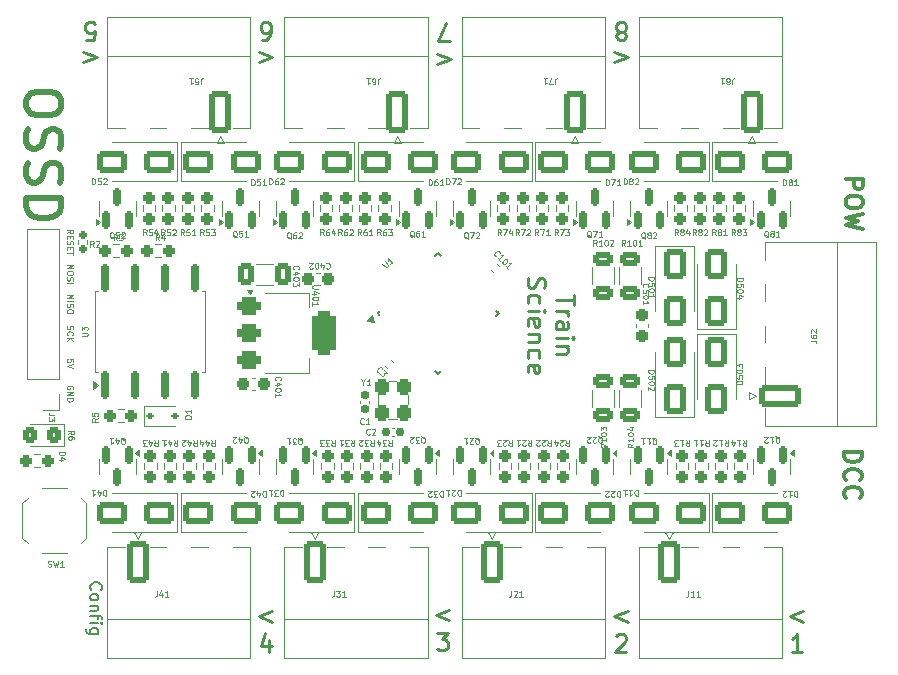
<source format=gbr>
%TF.GenerationSoftware,KiCad,Pcbnew,8.0.2*%
%TF.CreationDate,2024-09-22T00:14:53+02:00*%
%TF.ProjectId,solenoidDecoder,736f6c65-6e6f-4696-9444-65636f646572,rev?*%
%TF.SameCoordinates,Original*%
%TF.FileFunction,Legend,Top*%
%TF.FilePolarity,Positive*%
%FSLAX46Y46*%
G04 Gerber Fmt 4.6, Leading zero omitted, Abs format (unit mm)*
G04 Created by KiCad (PCBNEW 8.0.2) date 2024-09-22 00:14:53*
%MOMM*%
%LPD*%
G01*
G04 APERTURE LIST*
G04 Aperture macros list*
%AMRoundRect*
0 Rectangle with rounded corners*
0 $1 Rounding radius*
0 $2 $3 $4 $5 $6 $7 $8 $9 X,Y pos of 4 corners*
0 Add a 4 corners polygon primitive as box body*
4,1,4,$2,$3,$4,$5,$6,$7,$8,$9,$2,$3,0*
0 Add four circle primitives for the rounded corners*
1,1,$1+$1,$2,$3*
1,1,$1+$1,$4,$5*
1,1,$1+$1,$6,$7*
1,1,$1+$1,$8,$9*
0 Add four rect primitives between the rounded corners*
20,1,$1+$1,$2,$3,$4,$5,0*
20,1,$1+$1,$4,$5,$6,$7,0*
20,1,$1+$1,$6,$7,$8,$9,0*
20,1,$1+$1,$8,$9,$2,$3,0*%
%AMRotRect*
0 Rectangle, with rotation*
0 The origin of the aperture is its center*
0 $1 length*
0 $2 width*
0 $3 Rotation angle, in degrees counterclockwise*
0 Add horizontal line*
21,1,$1,$2,0,0,$3*%
G04 Aperture macros list end*
%ADD10C,0.300000*%
%ADD11C,0.250000*%
%ADD12C,0.075000*%
%ADD13C,0.500000*%
%ADD14C,0.150000*%
%ADD15C,0.120000*%
%ADD16RoundRect,0.140000X0.219203X0.021213X0.021213X0.219203X-0.219203X-0.021213X-0.021213X-0.219203X0*%
%ADD17RoundRect,0.237500X-0.250000X-0.237500X0.250000X-0.237500X0.250000X0.237500X-0.250000X0.237500X0*%
%ADD18C,3.200000*%
%ADD19RoundRect,0.155000X0.155000X-0.212500X0.155000X0.212500X-0.155000X0.212500X-0.155000X-0.212500X0*%
%ADD20RoundRect,0.155000X-0.212500X-0.155000X0.212500X-0.155000X0.212500X0.155000X-0.212500X0.155000X0*%
%ADD21RoundRect,0.237500X-0.300000X-0.237500X0.300000X-0.237500X0.300000X0.237500X-0.300000X0.237500X0*%
%ADD22RoundRect,0.237500X0.300000X0.237500X-0.300000X0.237500X-0.300000X-0.237500X0.300000X-0.237500X0*%
%ADD23RoundRect,0.250000X-0.412500X-0.650000X0.412500X-0.650000X0.412500X0.650000X-0.412500X0.650000X0*%
%ADD24RoundRect,0.237500X-0.237500X0.300000X-0.237500X-0.300000X0.237500X-0.300000X0.237500X0.300000X0*%
%ADD25RoundRect,0.112500X-0.187500X-0.112500X0.187500X-0.112500X0.187500X0.112500X-0.187500X0.112500X0*%
%ADD26RoundRect,0.250000X0.325000X0.450000X-0.325000X0.450000X-0.325000X-0.450000X0.325000X-0.450000X0*%
%ADD27RoundRect,0.250000X1.000000X0.650000X-1.000000X0.650000X-1.000000X-0.650000X1.000000X-0.650000X0*%
%ADD28RoundRect,0.250000X-1.000000X-0.650000X1.000000X-0.650000X1.000000X0.650000X-1.000000X0.650000X0*%
%ADD29RoundRect,0.250000X-0.650000X1.000000X-0.650000X-1.000000X0.650000X-1.000000X0.650000X1.000000X0*%
%ADD30RoundRect,0.250000X0.650000X-1.000000X0.650000X1.000000X-0.650000X1.000000X-0.650000X-1.000000X0*%
%ADD31R,1.700000X1.700000*%
%ADD32O,1.700000X1.700000*%
%ADD33O,1.800000X3.600000*%
%ADD34RoundRect,0.250000X-0.650000X-1.550000X0.650000X-1.550000X0.650000X1.550000X-0.650000X1.550000X0*%
%ADD35RoundRect,0.250000X0.650000X1.550000X-0.650000X1.550000X-0.650000X-1.550000X0.650000X-1.550000X0*%
%ADD36RoundRect,0.150000X-0.150000X0.587500X-0.150000X-0.587500X0.150000X-0.587500X0.150000X0.587500X0*%
%ADD37RoundRect,0.150000X0.150000X-0.587500X0.150000X0.587500X-0.150000X0.587500X-0.150000X-0.587500X0*%
%ADD38RoundRect,0.160000X0.160000X-0.197500X0.160000X0.197500X-0.160000X0.197500X-0.160000X-0.197500X0*%
%ADD39RoundRect,0.237500X-0.237500X0.250000X-0.237500X-0.250000X0.237500X-0.250000X0.237500X0.250000X0*%
%ADD40RoundRect,0.237500X0.237500X-0.250000X0.237500X0.250000X-0.237500X0.250000X-0.237500X-0.250000X0*%
%ADD41RoundRect,0.250000X-0.625000X0.312500X-0.625000X-0.312500X0.625000X-0.312500X0.625000X0.312500X0*%
%ADD42RoundRect,0.250000X0.625000X-0.312500X0.625000X0.312500X-0.625000X0.312500X-0.625000X-0.312500X0*%
%ADD43R,1.100000X1.800000*%
%ADD44RotRect,1.600000X0.550000X135.000000*%
%ADD45RotRect,1.600000X0.550000X45.000000*%
%ADD46RoundRect,0.162500X0.162500X-1.012500X0.162500X1.012500X-0.162500X1.012500X-0.162500X-1.012500X0*%
%ADD47RoundRect,0.375000X-0.625000X-0.375000X0.625000X-0.375000X0.625000X0.375000X-0.625000X0.375000X0*%
%ADD48RoundRect,0.500000X-0.500000X-1.400000X0.500000X-1.400000X0.500000X1.400000X-0.500000X1.400000X0*%
%ADD49RoundRect,0.300000X-0.300000X0.400000X-0.300000X-0.400000X0.300000X-0.400000X0.300000X0.400000X0*%
%ADD50RoundRect,0.250000X1.550000X-0.650000X1.550000X0.650000X-1.550000X0.650000X-1.550000X-0.650000X0*%
%ADD51O,3.600000X1.800000*%
G04 APERTURE END LIST*
D10*
X158949171Y-43353510D02*
X160449171Y-43353510D01*
X160449171Y-43353510D02*
X160449171Y-43924939D01*
X160449171Y-43924939D02*
X160377742Y-44067796D01*
X160377742Y-44067796D02*
X160306314Y-44139225D01*
X160306314Y-44139225D02*
X160163457Y-44210653D01*
X160163457Y-44210653D02*
X159949171Y-44210653D01*
X159949171Y-44210653D02*
X159806314Y-44139225D01*
X159806314Y-44139225D02*
X159734885Y-44067796D01*
X159734885Y-44067796D02*
X159663457Y-43924939D01*
X159663457Y-43924939D02*
X159663457Y-43353510D01*
X160449171Y-45139225D02*
X160449171Y-45424939D01*
X160449171Y-45424939D02*
X160377742Y-45567796D01*
X160377742Y-45567796D02*
X160234885Y-45710653D01*
X160234885Y-45710653D02*
X159949171Y-45782082D01*
X159949171Y-45782082D02*
X159449171Y-45782082D01*
X159449171Y-45782082D02*
X159163457Y-45710653D01*
X159163457Y-45710653D02*
X159020600Y-45567796D01*
X159020600Y-45567796D02*
X158949171Y-45424939D01*
X158949171Y-45424939D02*
X158949171Y-45139225D01*
X158949171Y-45139225D02*
X159020600Y-44996368D01*
X159020600Y-44996368D02*
X159163457Y-44853510D01*
X159163457Y-44853510D02*
X159449171Y-44782082D01*
X159449171Y-44782082D02*
X159949171Y-44782082D01*
X159949171Y-44782082D02*
X160234885Y-44853510D01*
X160234885Y-44853510D02*
X160377742Y-44996368D01*
X160377742Y-44996368D02*
X160449171Y-45139225D01*
X160449171Y-46282082D02*
X158949171Y-46639225D01*
X158949171Y-46639225D02*
X160020600Y-46924939D01*
X160020600Y-46924939D02*
X158949171Y-47210654D01*
X158949171Y-47210654D02*
X160449171Y-47567797D01*
D11*
X124396571Y-33583487D02*
X125539428Y-33154916D01*
X125539428Y-33154916D02*
X124396571Y-32726344D01*
X125467999Y-31668571D02*
X124467999Y-31668571D01*
X124467999Y-31668571D02*
X125110856Y-30168571D01*
X94424571Y-33456487D02*
X95567428Y-33027916D01*
X95567428Y-33027916D02*
X94424571Y-32599344D01*
X94638856Y-31541571D02*
X95353142Y-31541571D01*
X95353142Y-31541571D02*
X95424570Y-30827285D01*
X95424570Y-30827285D02*
X95353142Y-30898714D01*
X95353142Y-30898714D02*
X95210285Y-30970142D01*
X95210285Y-30970142D02*
X94853142Y-30970142D01*
X94853142Y-30970142D02*
X94710285Y-30898714D01*
X94710285Y-30898714D02*
X94638856Y-30827285D01*
X94638856Y-30827285D02*
X94567427Y-30684428D01*
X94567427Y-30684428D02*
X94567427Y-30327285D01*
X94567427Y-30327285D02*
X94638856Y-30184428D01*
X94638856Y-30184428D02*
X94710285Y-30113000D01*
X94710285Y-30113000D02*
X94853142Y-30041571D01*
X94853142Y-30041571D02*
X95210285Y-30041571D01*
X95210285Y-30041571D02*
X95353142Y-30113000D01*
X95353142Y-30113000D02*
X95424570Y-30184428D01*
X139382571Y-33456487D02*
X140525428Y-33027916D01*
X140525428Y-33027916D02*
X139382571Y-32599344D01*
X140096856Y-30898714D02*
X140239713Y-30970142D01*
X140239713Y-30970142D02*
X140311142Y-31041571D01*
X140311142Y-31041571D02*
X140382570Y-31184428D01*
X140382570Y-31184428D02*
X140382570Y-31255857D01*
X140382570Y-31255857D02*
X140311142Y-31398714D01*
X140311142Y-31398714D02*
X140239713Y-31470142D01*
X140239713Y-31470142D02*
X140096856Y-31541571D01*
X140096856Y-31541571D02*
X139811142Y-31541571D01*
X139811142Y-31541571D02*
X139668285Y-31470142D01*
X139668285Y-31470142D02*
X139596856Y-31398714D01*
X139596856Y-31398714D02*
X139525427Y-31255857D01*
X139525427Y-31255857D02*
X139525427Y-31184428D01*
X139525427Y-31184428D02*
X139596856Y-31041571D01*
X139596856Y-31041571D02*
X139668285Y-30970142D01*
X139668285Y-30970142D02*
X139811142Y-30898714D01*
X139811142Y-30898714D02*
X140096856Y-30898714D01*
X140096856Y-30898714D02*
X140239713Y-30827285D01*
X140239713Y-30827285D02*
X140311142Y-30755857D01*
X140311142Y-30755857D02*
X140382570Y-30613000D01*
X140382570Y-30613000D02*
X140382570Y-30327285D01*
X140382570Y-30327285D02*
X140311142Y-30184428D01*
X140311142Y-30184428D02*
X140239713Y-30113000D01*
X140239713Y-30113000D02*
X140096856Y-30041571D01*
X140096856Y-30041571D02*
X139811142Y-30041571D01*
X139811142Y-30041571D02*
X139668285Y-30113000D01*
X139668285Y-30113000D02*
X139596856Y-30184428D01*
X139596856Y-30184428D02*
X139525427Y-30327285D01*
X139525427Y-30327285D02*
X139525427Y-30613000D01*
X139525427Y-30613000D02*
X139596856Y-30755857D01*
X139596856Y-30755857D02*
X139668285Y-30827285D01*
X139668285Y-30827285D02*
X139811142Y-30898714D01*
X109283571Y-33456487D02*
X110426428Y-33027916D01*
X110426428Y-33027916D02*
X109283571Y-32599344D01*
X109569285Y-31541571D02*
X109854999Y-31541571D01*
X109854999Y-31541571D02*
X109997856Y-31470142D01*
X109997856Y-31470142D02*
X110069285Y-31398714D01*
X110069285Y-31398714D02*
X110212142Y-31184428D01*
X110212142Y-31184428D02*
X110283570Y-30898714D01*
X110283570Y-30898714D02*
X110283570Y-30327285D01*
X110283570Y-30327285D02*
X110212142Y-30184428D01*
X110212142Y-30184428D02*
X110140713Y-30113000D01*
X110140713Y-30113000D02*
X109997856Y-30041571D01*
X109997856Y-30041571D02*
X109712142Y-30041571D01*
X109712142Y-30041571D02*
X109569285Y-30113000D01*
X109569285Y-30113000D02*
X109497856Y-30184428D01*
X109497856Y-30184428D02*
X109426427Y-30327285D01*
X109426427Y-30327285D02*
X109426427Y-30684428D01*
X109426427Y-30684428D02*
X109497856Y-30827285D01*
X109497856Y-30827285D02*
X109569285Y-30898714D01*
X109569285Y-30898714D02*
X109712142Y-30970142D01*
X109712142Y-30970142D02*
X109997856Y-30970142D01*
X109997856Y-30970142D02*
X110140713Y-30898714D01*
X110140713Y-30898714D02*
X110212142Y-30827285D01*
X110212142Y-30827285D02*
X110283570Y-30684428D01*
X110426429Y-79954512D02*
X109283571Y-80383084D01*
X109283571Y-80383084D02*
X110426429Y-80811655D01*
X110140715Y-82369428D02*
X110140715Y-83369428D01*
X109783572Y-81798000D02*
X109426429Y-82869428D01*
X109426429Y-82869428D02*
X110355000Y-82869428D01*
X125412429Y-79827512D02*
X124269571Y-80256084D01*
X124269571Y-80256084D02*
X125412429Y-80684655D01*
X124341000Y-81742428D02*
X125269572Y-81742428D01*
X125269572Y-81742428D02*
X124769572Y-82313857D01*
X124769572Y-82313857D02*
X124983857Y-82313857D01*
X124983857Y-82313857D02*
X125126715Y-82385285D01*
X125126715Y-82385285D02*
X125198143Y-82456714D01*
X125198143Y-82456714D02*
X125269572Y-82599571D01*
X125269572Y-82599571D02*
X125269572Y-82956714D01*
X125269572Y-82956714D02*
X125198143Y-83099571D01*
X125198143Y-83099571D02*
X125126715Y-83171000D01*
X125126715Y-83171000D02*
X124983857Y-83242428D01*
X124983857Y-83242428D02*
X124555286Y-83242428D01*
X124555286Y-83242428D02*
X124412429Y-83171000D01*
X124412429Y-83171000D02*
X124341000Y-83099571D01*
X140525429Y-79954512D02*
X139382571Y-80383084D01*
X139382571Y-80383084D02*
X140525429Y-80811655D01*
X139525429Y-82012285D02*
X139596857Y-81940857D01*
X139596857Y-81940857D02*
X139739715Y-81869428D01*
X139739715Y-81869428D02*
X140096857Y-81869428D01*
X140096857Y-81869428D02*
X140239715Y-81940857D01*
X140239715Y-81940857D02*
X140311143Y-82012285D01*
X140311143Y-82012285D02*
X140382572Y-82155142D01*
X140382572Y-82155142D02*
X140382572Y-82298000D01*
X140382572Y-82298000D02*
X140311143Y-82512285D01*
X140311143Y-82512285D02*
X139454000Y-83369428D01*
X139454000Y-83369428D02*
X140382572Y-83369428D01*
X155384429Y-79954512D02*
X154241571Y-80383084D01*
X154241571Y-80383084D02*
X155384429Y-80811655D01*
X155241572Y-83369428D02*
X154384429Y-83369428D01*
X154813000Y-83369428D02*
X154813000Y-81869428D01*
X154813000Y-81869428D02*
X154670143Y-82083714D01*
X154670143Y-82083714D02*
X154527286Y-82226571D01*
X154527286Y-82226571D02*
X154384429Y-82298000D01*
X135937487Y-53145857D02*
X135937487Y-54003000D01*
X134437487Y-53574428D02*
X135937487Y-53574428D01*
X134437487Y-54502999D02*
X135437487Y-54502999D01*
X135151773Y-54502999D02*
X135294630Y-54574428D01*
X135294630Y-54574428D02*
X135366058Y-54645857D01*
X135366058Y-54645857D02*
X135437487Y-54788714D01*
X135437487Y-54788714D02*
X135437487Y-54931571D01*
X134437487Y-56074428D02*
X135223201Y-56074428D01*
X135223201Y-56074428D02*
X135366058Y-56002999D01*
X135366058Y-56002999D02*
X135437487Y-55860142D01*
X135437487Y-55860142D02*
X135437487Y-55574428D01*
X135437487Y-55574428D02*
X135366058Y-55431570D01*
X134508916Y-56074428D02*
X134437487Y-55931570D01*
X134437487Y-55931570D02*
X134437487Y-55574428D01*
X134437487Y-55574428D02*
X134508916Y-55431570D01*
X134508916Y-55431570D02*
X134651773Y-55360142D01*
X134651773Y-55360142D02*
X134794630Y-55360142D01*
X134794630Y-55360142D02*
X134937487Y-55431570D01*
X134937487Y-55431570D02*
X135008916Y-55574428D01*
X135008916Y-55574428D02*
X135008916Y-55931570D01*
X135008916Y-55931570D02*
X135080344Y-56074428D01*
X134437487Y-56788713D02*
X135437487Y-56788713D01*
X135937487Y-56788713D02*
X135866058Y-56717285D01*
X135866058Y-56717285D02*
X135794630Y-56788713D01*
X135794630Y-56788713D02*
X135866058Y-56860142D01*
X135866058Y-56860142D02*
X135937487Y-56788713D01*
X135937487Y-56788713D02*
X135794630Y-56788713D01*
X135437487Y-57502999D02*
X134437487Y-57502999D01*
X135294630Y-57502999D02*
X135366058Y-57574428D01*
X135366058Y-57574428D02*
X135437487Y-57717285D01*
X135437487Y-57717285D02*
X135437487Y-57931571D01*
X135437487Y-57931571D02*
X135366058Y-58074428D01*
X135366058Y-58074428D02*
X135223201Y-58145857D01*
X135223201Y-58145857D02*
X134437487Y-58145857D01*
X132094000Y-51717286D02*
X132022571Y-51931572D01*
X132022571Y-51931572D02*
X132022571Y-52288714D01*
X132022571Y-52288714D02*
X132094000Y-52431572D01*
X132094000Y-52431572D02*
X132165428Y-52503000D01*
X132165428Y-52503000D02*
X132308285Y-52574429D01*
X132308285Y-52574429D02*
X132451142Y-52574429D01*
X132451142Y-52574429D02*
X132594000Y-52503000D01*
X132594000Y-52503000D02*
X132665428Y-52431572D01*
X132665428Y-52431572D02*
X132736857Y-52288714D01*
X132736857Y-52288714D02*
X132808285Y-52003000D01*
X132808285Y-52003000D02*
X132879714Y-51860143D01*
X132879714Y-51860143D02*
X132951142Y-51788714D01*
X132951142Y-51788714D02*
X133094000Y-51717286D01*
X133094000Y-51717286D02*
X133236857Y-51717286D01*
X133236857Y-51717286D02*
X133379714Y-51788714D01*
X133379714Y-51788714D02*
X133451142Y-51860143D01*
X133451142Y-51860143D02*
X133522571Y-52003000D01*
X133522571Y-52003000D02*
X133522571Y-52360143D01*
X133522571Y-52360143D02*
X133451142Y-52574429D01*
X132094000Y-53860143D02*
X132022571Y-53717285D01*
X132022571Y-53717285D02*
X132022571Y-53431571D01*
X132022571Y-53431571D02*
X132094000Y-53288714D01*
X132094000Y-53288714D02*
X132165428Y-53217285D01*
X132165428Y-53217285D02*
X132308285Y-53145857D01*
X132308285Y-53145857D02*
X132736857Y-53145857D01*
X132736857Y-53145857D02*
X132879714Y-53217285D01*
X132879714Y-53217285D02*
X132951142Y-53288714D01*
X132951142Y-53288714D02*
X133022571Y-53431571D01*
X133022571Y-53431571D02*
X133022571Y-53717285D01*
X133022571Y-53717285D02*
X132951142Y-53860143D01*
X132022571Y-54502999D02*
X133022571Y-54502999D01*
X133522571Y-54502999D02*
X133451142Y-54431571D01*
X133451142Y-54431571D02*
X133379714Y-54502999D01*
X133379714Y-54502999D02*
X133451142Y-54574428D01*
X133451142Y-54574428D02*
X133522571Y-54502999D01*
X133522571Y-54502999D02*
X133379714Y-54502999D01*
X132094000Y-55788714D02*
X132022571Y-55645857D01*
X132022571Y-55645857D02*
X132022571Y-55360143D01*
X132022571Y-55360143D02*
X132094000Y-55217285D01*
X132094000Y-55217285D02*
X132236857Y-55145857D01*
X132236857Y-55145857D02*
X132808285Y-55145857D01*
X132808285Y-55145857D02*
X132951142Y-55217285D01*
X132951142Y-55217285D02*
X133022571Y-55360143D01*
X133022571Y-55360143D02*
X133022571Y-55645857D01*
X133022571Y-55645857D02*
X132951142Y-55788714D01*
X132951142Y-55788714D02*
X132808285Y-55860143D01*
X132808285Y-55860143D02*
X132665428Y-55860143D01*
X132665428Y-55860143D02*
X132522571Y-55145857D01*
X133022571Y-56502999D02*
X132022571Y-56502999D01*
X132879714Y-56502999D02*
X132951142Y-56574428D01*
X132951142Y-56574428D02*
X133022571Y-56717285D01*
X133022571Y-56717285D02*
X133022571Y-56931571D01*
X133022571Y-56931571D02*
X132951142Y-57074428D01*
X132951142Y-57074428D02*
X132808285Y-57145857D01*
X132808285Y-57145857D02*
X132022571Y-57145857D01*
X132094000Y-58503000D02*
X132022571Y-58360142D01*
X132022571Y-58360142D02*
X132022571Y-58074428D01*
X132022571Y-58074428D02*
X132094000Y-57931571D01*
X132094000Y-57931571D02*
X132165428Y-57860142D01*
X132165428Y-57860142D02*
X132308285Y-57788714D01*
X132308285Y-57788714D02*
X132736857Y-57788714D01*
X132736857Y-57788714D02*
X132879714Y-57860142D01*
X132879714Y-57860142D02*
X132951142Y-57931571D01*
X132951142Y-57931571D02*
X133022571Y-58074428D01*
X133022571Y-58074428D02*
X133022571Y-58360142D01*
X133022571Y-58360142D02*
X132951142Y-58503000D01*
X132094000Y-59717285D02*
X132022571Y-59574428D01*
X132022571Y-59574428D02*
X132022571Y-59288714D01*
X132022571Y-59288714D02*
X132094000Y-59145856D01*
X132094000Y-59145856D02*
X132236857Y-59074428D01*
X132236857Y-59074428D02*
X132808285Y-59074428D01*
X132808285Y-59074428D02*
X132951142Y-59145856D01*
X132951142Y-59145856D02*
X133022571Y-59288714D01*
X133022571Y-59288714D02*
X133022571Y-59574428D01*
X133022571Y-59574428D02*
X132951142Y-59717285D01*
X132951142Y-59717285D02*
X132808285Y-59788714D01*
X132808285Y-59788714D02*
X132665428Y-59788714D01*
X132665428Y-59788714D02*
X132522571Y-59074428D01*
D12*
X93029090Y-47952103D02*
X93267185Y-47785437D01*
X93029090Y-47666389D02*
X93529090Y-47666389D01*
X93529090Y-47666389D02*
X93529090Y-47856865D01*
X93529090Y-47856865D02*
X93505280Y-47904484D01*
X93505280Y-47904484D02*
X93481471Y-47928294D01*
X93481471Y-47928294D02*
X93433852Y-47952103D01*
X93433852Y-47952103D02*
X93362423Y-47952103D01*
X93362423Y-47952103D02*
X93314804Y-47928294D01*
X93314804Y-47928294D02*
X93290995Y-47904484D01*
X93290995Y-47904484D02*
X93267185Y-47856865D01*
X93267185Y-47856865D02*
X93267185Y-47666389D01*
X93290995Y-48166389D02*
X93290995Y-48333056D01*
X93029090Y-48404484D02*
X93029090Y-48166389D01*
X93029090Y-48166389D02*
X93529090Y-48166389D01*
X93529090Y-48166389D02*
X93529090Y-48404484D01*
X93052900Y-48594961D02*
X93029090Y-48666389D01*
X93029090Y-48666389D02*
X93029090Y-48785437D01*
X93029090Y-48785437D02*
X93052900Y-48833056D01*
X93052900Y-48833056D02*
X93076709Y-48856865D01*
X93076709Y-48856865D02*
X93124328Y-48880675D01*
X93124328Y-48880675D02*
X93171947Y-48880675D01*
X93171947Y-48880675D02*
X93219566Y-48856865D01*
X93219566Y-48856865D02*
X93243376Y-48833056D01*
X93243376Y-48833056D02*
X93267185Y-48785437D01*
X93267185Y-48785437D02*
X93290995Y-48690199D01*
X93290995Y-48690199D02*
X93314804Y-48642580D01*
X93314804Y-48642580D02*
X93338614Y-48618770D01*
X93338614Y-48618770D02*
X93386233Y-48594961D01*
X93386233Y-48594961D02*
X93433852Y-48594961D01*
X93433852Y-48594961D02*
X93481471Y-48618770D01*
X93481471Y-48618770D02*
X93505280Y-48642580D01*
X93505280Y-48642580D02*
X93529090Y-48690199D01*
X93529090Y-48690199D02*
X93529090Y-48809246D01*
X93529090Y-48809246D02*
X93505280Y-48880675D01*
X93290995Y-49094960D02*
X93290995Y-49261627D01*
X93029090Y-49333055D02*
X93029090Y-49094960D01*
X93029090Y-49094960D02*
X93529090Y-49094960D01*
X93529090Y-49094960D02*
X93529090Y-49333055D01*
X93529090Y-49475913D02*
X93529090Y-49761627D01*
X93029090Y-49618770D02*
X93529090Y-49618770D01*
X93029090Y-50587389D02*
X93529090Y-50587389D01*
X93529090Y-50587389D02*
X93171947Y-50754056D01*
X93171947Y-50754056D02*
X93529090Y-50920722D01*
X93529090Y-50920722D02*
X93029090Y-50920722D01*
X93529090Y-51254056D02*
X93529090Y-51349294D01*
X93529090Y-51349294D02*
X93505280Y-51396913D01*
X93505280Y-51396913D02*
X93457661Y-51444532D01*
X93457661Y-51444532D02*
X93362423Y-51468342D01*
X93362423Y-51468342D02*
X93195757Y-51468342D01*
X93195757Y-51468342D02*
X93100519Y-51444532D01*
X93100519Y-51444532D02*
X93052900Y-51396913D01*
X93052900Y-51396913D02*
X93029090Y-51349294D01*
X93029090Y-51349294D02*
X93029090Y-51254056D01*
X93029090Y-51254056D02*
X93052900Y-51206437D01*
X93052900Y-51206437D02*
X93100519Y-51158818D01*
X93100519Y-51158818D02*
X93195757Y-51135009D01*
X93195757Y-51135009D02*
X93362423Y-51135009D01*
X93362423Y-51135009D02*
X93457661Y-51158818D01*
X93457661Y-51158818D02*
X93505280Y-51206437D01*
X93505280Y-51206437D02*
X93529090Y-51254056D01*
X93052900Y-51658819D02*
X93029090Y-51730247D01*
X93029090Y-51730247D02*
X93029090Y-51849295D01*
X93029090Y-51849295D02*
X93052900Y-51896914D01*
X93052900Y-51896914D02*
X93076709Y-51920723D01*
X93076709Y-51920723D02*
X93124328Y-51944533D01*
X93124328Y-51944533D02*
X93171947Y-51944533D01*
X93171947Y-51944533D02*
X93219566Y-51920723D01*
X93219566Y-51920723D02*
X93243376Y-51896914D01*
X93243376Y-51896914D02*
X93267185Y-51849295D01*
X93267185Y-51849295D02*
X93290995Y-51754057D01*
X93290995Y-51754057D02*
X93314804Y-51706438D01*
X93314804Y-51706438D02*
X93338614Y-51682628D01*
X93338614Y-51682628D02*
X93386233Y-51658819D01*
X93386233Y-51658819D02*
X93433852Y-51658819D01*
X93433852Y-51658819D02*
X93481471Y-51682628D01*
X93481471Y-51682628D02*
X93505280Y-51706438D01*
X93505280Y-51706438D02*
X93529090Y-51754057D01*
X93529090Y-51754057D02*
X93529090Y-51873104D01*
X93529090Y-51873104D02*
X93505280Y-51944533D01*
X93029090Y-52158818D02*
X93529090Y-52158818D01*
X93052900Y-55770580D02*
X93029090Y-55842008D01*
X93029090Y-55842008D02*
X93029090Y-55961056D01*
X93029090Y-55961056D02*
X93052900Y-56008675D01*
X93052900Y-56008675D02*
X93076709Y-56032484D01*
X93076709Y-56032484D02*
X93124328Y-56056294D01*
X93124328Y-56056294D02*
X93171947Y-56056294D01*
X93171947Y-56056294D02*
X93219566Y-56032484D01*
X93219566Y-56032484D02*
X93243376Y-56008675D01*
X93243376Y-56008675D02*
X93267185Y-55961056D01*
X93267185Y-55961056D02*
X93290995Y-55865818D01*
X93290995Y-55865818D02*
X93314804Y-55818199D01*
X93314804Y-55818199D02*
X93338614Y-55794389D01*
X93338614Y-55794389D02*
X93386233Y-55770580D01*
X93386233Y-55770580D02*
X93433852Y-55770580D01*
X93433852Y-55770580D02*
X93481471Y-55794389D01*
X93481471Y-55794389D02*
X93505280Y-55818199D01*
X93505280Y-55818199D02*
X93529090Y-55865818D01*
X93529090Y-55865818D02*
X93529090Y-55984865D01*
X93529090Y-55984865D02*
X93505280Y-56056294D01*
X93076709Y-56556293D02*
X93052900Y-56532484D01*
X93052900Y-56532484D02*
X93029090Y-56461055D01*
X93029090Y-56461055D02*
X93029090Y-56413436D01*
X93029090Y-56413436D02*
X93052900Y-56342008D01*
X93052900Y-56342008D02*
X93100519Y-56294389D01*
X93100519Y-56294389D02*
X93148138Y-56270579D01*
X93148138Y-56270579D02*
X93243376Y-56246770D01*
X93243376Y-56246770D02*
X93314804Y-56246770D01*
X93314804Y-56246770D02*
X93410042Y-56270579D01*
X93410042Y-56270579D02*
X93457661Y-56294389D01*
X93457661Y-56294389D02*
X93505280Y-56342008D01*
X93505280Y-56342008D02*
X93529090Y-56413436D01*
X93529090Y-56413436D02*
X93529090Y-56461055D01*
X93529090Y-56461055D02*
X93505280Y-56532484D01*
X93505280Y-56532484D02*
X93481471Y-56556293D01*
X93029090Y-56770579D02*
X93529090Y-56770579D01*
X93029090Y-57056293D02*
X93314804Y-56842008D01*
X93529090Y-57056293D02*
X93243376Y-56770579D01*
D13*
X92547142Y-36666661D02*
X92547142Y-37238089D01*
X92547142Y-37238089D02*
X92404285Y-37523804D01*
X92404285Y-37523804D02*
X92118571Y-37809518D01*
X92118571Y-37809518D02*
X91547142Y-37952375D01*
X91547142Y-37952375D02*
X90547142Y-37952375D01*
X90547142Y-37952375D02*
X89975714Y-37809518D01*
X89975714Y-37809518D02*
X89690000Y-37523804D01*
X89690000Y-37523804D02*
X89547142Y-37238089D01*
X89547142Y-37238089D02*
X89547142Y-36666661D01*
X89547142Y-36666661D02*
X89690000Y-36380947D01*
X89690000Y-36380947D02*
X89975714Y-36095232D01*
X89975714Y-36095232D02*
X90547142Y-35952375D01*
X90547142Y-35952375D02*
X91547142Y-35952375D01*
X91547142Y-35952375D02*
X92118571Y-36095232D01*
X92118571Y-36095232D02*
X92404285Y-36380947D01*
X92404285Y-36380947D02*
X92547142Y-36666661D01*
X89690000Y-39095232D02*
X89547142Y-39523804D01*
X89547142Y-39523804D02*
X89547142Y-40238089D01*
X89547142Y-40238089D02*
X89690000Y-40523804D01*
X89690000Y-40523804D02*
X89832857Y-40666661D01*
X89832857Y-40666661D02*
X90118571Y-40809518D01*
X90118571Y-40809518D02*
X90404285Y-40809518D01*
X90404285Y-40809518D02*
X90690000Y-40666661D01*
X90690000Y-40666661D02*
X90832857Y-40523804D01*
X90832857Y-40523804D02*
X90975714Y-40238089D01*
X90975714Y-40238089D02*
X91118571Y-39666661D01*
X91118571Y-39666661D02*
X91261428Y-39380946D01*
X91261428Y-39380946D02*
X91404285Y-39238089D01*
X91404285Y-39238089D02*
X91690000Y-39095232D01*
X91690000Y-39095232D02*
X91975714Y-39095232D01*
X91975714Y-39095232D02*
X92261428Y-39238089D01*
X92261428Y-39238089D02*
X92404285Y-39380946D01*
X92404285Y-39380946D02*
X92547142Y-39666661D01*
X92547142Y-39666661D02*
X92547142Y-40380946D01*
X92547142Y-40380946D02*
X92404285Y-40809518D01*
X89690000Y-41952375D02*
X89547142Y-42380947D01*
X89547142Y-42380947D02*
X89547142Y-43095232D01*
X89547142Y-43095232D02*
X89690000Y-43380947D01*
X89690000Y-43380947D02*
X89832857Y-43523804D01*
X89832857Y-43523804D02*
X90118571Y-43666661D01*
X90118571Y-43666661D02*
X90404285Y-43666661D01*
X90404285Y-43666661D02*
X90690000Y-43523804D01*
X90690000Y-43523804D02*
X90832857Y-43380947D01*
X90832857Y-43380947D02*
X90975714Y-43095232D01*
X90975714Y-43095232D02*
X91118571Y-42523804D01*
X91118571Y-42523804D02*
X91261428Y-42238089D01*
X91261428Y-42238089D02*
X91404285Y-42095232D01*
X91404285Y-42095232D02*
X91690000Y-41952375D01*
X91690000Y-41952375D02*
X91975714Y-41952375D01*
X91975714Y-41952375D02*
X92261428Y-42095232D01*
X92261428Y-42095232D02*
X92404285Y-42238089D01*
X92404285Y-42238089D02*
X92547142Y-42523804D01*
X92547142Y-42523804D02*
X92547142Y-43238089D01*
X92547142Y-43238089D02*
X92404285Y-43666661D01*
X89547142Y-44952375D02*
X92547142Y-44952375D01*
X92547142Y-44952375D02*
X92547142Y-45666661D01*
X92547142Y-45666661D02*
X92404285Y-46095232D01*
X92404285Y-46095232D02*
X92118571Y-46380947D01*
X92118571Y-46380947D02*
X91832857Y-46523804D01*
X91832857Y-46523804D02*
X91261428Y-46666661D01*
X91261428Y-46666661D02*
X90832857Y-46666661D01*
X90832857Y-46666661D02*
X90261428Y-46523804D01*
X90261428Y-46523804D02*
X89975714Y-46380947D01*
X89975714Y-46380947D02*
X89690000Y-46095232D01*
X89690000Y-46095232D02*
X89547142Y-45666661D01*
X89547142Y-45666661D02*
X89547142Y-44952375D01*
D12*
X93029090Y-53127389D02*
X93529090Y-53127389D01*
X93529090Y-53127389D02*
X93171947Y-53294056D01*
X93171947Y-53294056D02*
X93529090Y-53460722D01*
X93529090Y-53460722D02*
X93029090Y-53460722D01*
X93029090Y-53698818D02*
X93529090Y-53698818D01*
X93052900Y-53913104D02*
X93029090Y-53984532D01*
X93029090Y-53984532D02*
X93029090Y-54103580D01*
X93029090Y-54103580D02*
X93052900Y-54151199D01*
X93052900Y-54151199D02*
X93076709Y-54175008D01*
X93076709Y-54175008D02*
X93124328Y-54198818D01*
X93124328Y-54198818D02*
X93171947Y-54198818D01*
X93171947Y-54198818D02*
X93219566Y-54175008D01*
X93219566Y-54175008D02*
X93243376Y-54151199D01*
X93243376Y-54151199D02*
X93267185Y-54103580D01*
X93267185Y-54103580D02*
X93290995Y-54008342D01*
X93290995Y-54008342D02*
X93314804Y-53960723D01*
X93314804Y-53960723D02*
X93338614Y-53936913D01*
X93338614Y-53936913D02*
X93386233Y-53913104D01*
X93386233Y-53913104D02*
X93433852Y-53913104D01*
X93433852Y-53913104D02*
X93481471Y-53936913D01*
X93481471Y-53936913D02*
X93505280Y-53960723D01*
X93505280Y-53960723D02*
X93529090Y-54008342D01*
X93529090Y-54008342D02*
X93529090Y-54127389D01*
X93529090Y-54127389D02*
X93505280Y-54198818D01*
X93529090Y-54508341D02*
X93529090Y-54603579D01*
X93529090Y-54603579D02*
X93505280Y-54651198D01*
X93505280Y-54651198D02*
X93457661Y-54698817D01*
X93457661Y-54698817D02*
X93362423Y-54722627D01*
X93362423Y-54722627D02*
X93195757Y-54722627D01*
X93195757Y-54722627D02*
X93100519Y-54698817D01*
X93100519Y-54698817D02*
X93052900Y-54651198D01*
X93052900Y-54651198D02*
X93029090Y-54603579D01*
X93029090Y-54603579D02*
X93029090Y-54508341D01*
X93029090Y-54508341D02*
X93052900Y-54460722D01*
X93052900Y-54460722D02*
X93100519Y-54413103D01*
X93100519Y-54413103D02*
X93195757Y-54389294D01*
X93195757Y-54389294D02*
X93362423Y-54389294D01*
X93362423Y-54389294D02*
X93457661Y-54413103D01*
X93457661Y-54413103D02*
X93505280Y-54460722D01*
X93505280Y-54460722D02*
X93529090Y-54508341D01*
X93505280Y-61136294D02*
X93529090Y-61088675D01*
X93529090Y-61088675D02*
X93529090Y-61017246D01*
X93529090Y-61017246D02*
X93505280Y-60945818D01*
X93505280Y-60945818D02*
X93457661Y-60898199D01*
X93457661Y-60898199D02*
X93410042Y-60874389D01*
X93410042Y-60874389D02*
X93314804Y-60850580D01*
X93314804Y-60850580D02*
X93243376Y-60850580D01*
X93243376Y-60850580D02*
X93148138Y-60874389D01*
X93148138Y-60874389D02*
X93100519Y-60898199D01*
X93100519Y-60898199D02*
X93052900Y-60945818D01*
X93052900Y-60945818D02*
X93029090Y-61017246D01*
X93029090Y-61017246D02*
X93029090Y-61064865D01*
X93029090Y-61064865D02*
X93052900Y-61136294D01*
X93052900Y-61136294D02*
X93076709Y-61160103D01*
X93076709Y-61160103D02*
X93243376Y-61160103D01*
X93243376Y-61160103D02*
X93243376Y-61064865D01*
X93029090Y-61374389D02*
X93529090Y-61374389D01*
X93529090Y-61374389D02*
X93029090Y-61660103D01*
X93029090Y-61660103D02*
X93529090Y-61660103D01*
X93029090Y-61898199D02*
X93529090Y-61898199D01*
X93529090Y-61898199D02*
X93529090Y-62017247D01*
X93529090Y-62017247D02*
X93505280Y-62088675D01*
X93505280Y-62088675D02*
X93457661Y-62136294D01*
X93457661Y-62136294D02*
X93410042Y-62160104D01*
X93410042Y-62160104D02*
X93314804Y-62183913D01*
X93314804Y-62183913D02*
X93243376Y-62183913D01*
X93243376Y-62183913D02*
X93148138Y-62160104D01*
X93148138Y-62160104D02*
X93100519Y-62136294D01*
X93100519Y-62136294D02*
X93052900Y-62088675D01*
X93052900Y-62088675D02*
X93029090Y-62017247D01*
X93029090Y-62017247D02*
X93029090Y-61898199D01*
D10*
X158822171Y-66467510D02*
X160322171Y-66467510D01*
X160322171Y-66467510D02*
X160322171Y-66824653D01*
X160322171Y-66824653D02*
X160250742Y-67038939D01*
X160250742Y-67038939D02*
X160107885Y-67181796D01*
X160107885Y-67181796D02*
X159965028Y-67253225D01*
X159965028Y-67253225D02*
X159679314Y-67324653D01*
X159679314Y-67324653D02*
X159465028Y-67324653D01*
X159465028Y-67324653D02*
X159179314Y-67253225D01*
X159179314Y-67253225D02*
X159036457Y-67181796D01*
X159036457Y-67181796D02*
X158893600Y-67038939D01*
X158893600Y-67038939D02*
X158822171Y-66824653D01*
X158822171Y-66824653D02*
X158822171Y-66467510D01*
X158965028Y-68824653D02*
X158893600Y-68753225D01*
X158893600Y-68753225D02*
X158822171Y-68538939D01*
X158822171Y-68538939D02*
X158822171Y-68396082D01*
X158822171Y-68396082D02*
X158893600Y-68181796D01*
X158893600Y-68181796D02*
X159036457Y-68038939D01*
X159036457Y-68038939D02*
X159179314Y-67967510D01*
X159179314Y-67967510D02*
X159465028Y-67896082D01*
X159465028Y-67896082D02*
X159679314Y-67896082D01*
X159679314Y-67896082D02*
X159965028Y-67967510D01*
X159965028Y-67967510D02*
X160107885Y-68038939D01*
X160107885Y-68038939D02*
X160250742Y-68181796D01*
X160250742Y-68181796D02*
X160322171Y-68396082D01*
X160322171Y-68396082D02*
X160322171Y-68538939D01*
X160322171Y-68538939D02*
X160250742Y-68753225D01*
X160250742Y-68753225D02*
X160179314Y-68824653D01*
X158965028Y-70324653D02*
X158893600Y-70253225D01*
X158893600Y-70253225D02*
X158822171Y-70038939D01*
X158822171Y-70038939D02*
X158822171Y-69896082D01*
X158822171Y-69896082D02*
X158893600Y-69681796D01*
X158893600Y-69681796D02*
X159036457Y-69538939D01*
X159036457Y-69538939D02*
X159179314Y-69467510D01*
X159179314Y-69467510D02*
X159465028Y-69396082D01*
X159465028Y-69396082D02*
X159679314Y-69396082D01*
X159679314Y-69396082D02*
X159965028Y-69467510D01*
X159965028Y-69467510D02*
X160107885Y-69538939D01*
X160107885Y-69538939D02*
X160250742Y-69681796D01*
X160250742Y-69681796D02*
X160322171Y-69896082D01*
X160322171Y-69896082D02*
X160322171Y-70038939D01*
X160322171Y-70038939D02*
X160250742Y-70253225D01*
X160250742Y-70253225D02*
X160179314Y-70324653D01*
D12*
X93529090Y-58826484D02*
X93529090Y-58588389D01*
X93529090Y-58588389D02*
X93290995Y-58564580D01*
X93290995Y-58564580D02*
X93314804Y-58588389D01*
X93314804Y-58588389D02*
X93338614Y-58636008D01*
X93338614Y-58636008D02*
X93338614Y-58755056D01*
X93338614Y-58755056D02*
X93314804Y-58802675D01*
X93314804Y-58802675D02*
X93290995Y-58826484D01*
X93290995Y-58826484D02*
X93243376Y-58850294D01*
X93243376Y-58850294D02*
X93124328Y-58850294D01*
X93124328Y-58850294D02*
X93076709Y-58826484D01*
X93076709Y-58826484D02*
X93052900Y-58802675D01*
X93052900Y-58802675D02*
X93029090Y-58755056D01*
X93029090Y-58755056D02*
X93029090Y-58636008D01*
X93029090Y-58636008D02*
X93052900Y-58588389D01*
X93052900Y-58588389D02*
X93076709Y-58564580D01*
X93529090Y-58993151D02*
X93029090Y-59159817D01*
X93029090Y-59159817D02*
X93529090Y-59326484D01*
D14*
X95094419Y-78124207D02*
X95046800Y-78076588D01*
X95046800Y-78076588D02*
X94999180Y-77933731D01*
X94999180Y-77933731D02*
X94999180Y-77838493D01*
X94999180Y-77838493D02*
X95046800Y-77695636D01*
X95046800Y-77695636D02*
X95142038Y-77600398D01*
X95142038Y-77600398D02*
X95237276Y-77552779D01*
X95237276Y-77552779D02*
X95427752Y-77505160D01*
X95427752Y-77505160D02*
X95570609Y-77505160D01*
X95570609Y-77505160D02*
X95761085Y-77552779D01*
X95761085Y-77552779D02*
X95856323Y-77600398D01*
X95856323Y-77600398D02*
X95951561Y-77695636D01*
X95951561Y-77695636D02*
X95999180Y-77838493D01*
X95999180Y-77838493D02*
X95999180Y-77933731D01*
X95999180Y-77933731D02*
X95951561Y-78076588D01*
X95951561Y-78076588D02*
X95903942Y-78124207D01*
X94999180Y-78695636D02*
X95046800Y-78600398D01*
X95046800Y-78600398D02*
X95094419Y-78552779D01*
X95094419Y-78552779D02*
X95189657Y-78505160D01*
X95189657Y-78505160D02*
X95475371Y-78505160D01*
X95475371Y-78505160D02*
X95570609Y-78552779D01*
X95570609Y-78552779D02*
X95618228Y-78600398D01*
X95618228Y-78600398D02*
X95665847Y-78695636D01*
X95665847Y-78695636D02*
X95665847Y-78838493D01*
X95665847Y-78838493D02*
X95618228Y-78933731D01*
X95618228Y-78933731D02*
X95570609Y-78981350D01*
X95570609Y-78981350D02*
X95475371Y-79028969D01*
X95475371Y-79028969D02*
X95189657Y-79028969D01*
X95189657Y-79028969D02*
X95094419Y-78981350D01*
X95094419Y-78981350D02*
X95046800Y-78933731D01*
X95046800Y-78933731D02*
X94999180Y-78838493D01*
X94999180Y-78838493D02*
X94999180Y-78695636D01*
X95665847Y-79457541D02*
X94999180Y-79457541D01*
X95570609Y-79457541D02*
X95618228Y-79505160D01*
X95618228Y-79505160D02*
X95665847Y-79600398D01*
X95665847Y-79600398D02*
X95665847Y-79743255D01*
X95665847Y-79743255D02*
X95618228Y-79838493D01*
X95618228Y-79838493D02*
X95522990Y-79886112D01*
X95522990Y-79886112D02*
X94999180Y-79886112D01*
X95665847Y-80219446D02*
X95665847Y-80600398D01*
X94999180Y-80362303D02*
X95856323Y-80362303D01*
X95856323Y-80362303D02*
X95951561Y-80409922D01*
X95951561Y-80409922D02*
X95999180Y-80505160D01*
X95999180Y-80505160D02*
X95999180Y-80600398D01*
X94999180Y-80933732D02*
X95665847Y-80933732D01*
X95999180Y-80933732D02*
X95951561Y-80886113D01*
X95951561Y-80886113D02*
X95903942Y-80933732D01*
X95903942Y-80933732D02*
X95951561Y-80981351D01*
X95951561Y-80981351D02*
X95999180Y-80933732D01*
X95999180Y-80933732D02*
X95903942Y-80933732D01*
X95665847Y-81838493D02*
X94856323Y-81838493D01*
X94856323Y-81838493D02*
X94761085Y-81790874D01*
X94761085Y-81790874D02*
X94713466Y-81743255D01*
X94713466Y-81743255D02*
X94665847Y-81648017D01*
X94665847Y-81648017D02*
X94665847Y-81505160D01*
X94665847Y-81505160D02*
X94713466Y-81409922D01*
X95046800Y-81838493D02*
X94999180Y-81743255D01*
X94999180Y-81743255D02*
X94999180Y-81552779D01*
X94999180Y-81552779D02*
X95046800Y-81457541D01*
X95046800Y-81457541D02*
X95094419Y-81409922D01*
X95094419Y-81409922D02*
X95189657Y-81362303D01*
X95189657Y-81362303D02*
X95475371Y-81362303D01*
X95475371Y-81362303D02*
X95570609Y-81409922D01*
X95570609Y-81409922D02*
X95618228Y-81457541D01*
X95618228Y-81457541D02*
X95665847Y-81552779D01*
X95665847Y-81552779D02*
X95665847Y-81743255D01*
X95665847Y-81743255D02*
X95618228Y-81838493D01*
D12*
X129390226Y-49880488D02*
X129356554Y-49880488D01*
X129356554Y-49880488D02*
X129289211Y-49846816D01*
X129289211Y-49846816D02*
X129255539Y-49813144D01*
X129255539Y-49813144D02*
X129221867Y-49745801D01*
X129221867Y-49745801D02*
X129221867Y-49678457D01*
X129221867Y-49678457D02*
X129238703Y-49627950D01*
X129238703Y-49627950D02*
X129289211Y-49543770D01*
X129289211Y-49543770D02*
X129339718Y-49493263D01*
X129339718Y-49493263D02*
X129423898Y-49442755D01*
X129423898Y-49442755D02*
X129474405Y-49425919D01*
X129474405Y-49425919D02*
X129541749Y-49425919D01*
X129541749Y-49425919D02*
X129609092Y-49459591D01*
X129609092Y-49459591D02*
X129642764Y-49493263D01*
X129642764Y-49493263D02*
X129676436Y-49560606D01*
X129676436Y-49560606D02*
X129676436Y-49594278D01*
X129693272Y-50250877D02*
X129491241Y-50048847D01*
X129592256Y-50149862D02*
X129945810Y-49796309D01*
X129945810Y-49796309D02*
X129861630Y-49813144D01*
X129861630Y-49813144D02*
X129794287Y-49813144D01*
X129794287Y-49813144D02*
X129743779Y-49796309D01*
X130265691Y-50116190D02*
X130299363Y-50149862D01*
X130299363Y-50149862D02*
X130316199Y-50200369D01*
X130316199Y-50200369D02*
X130316199Y-50234041D01*
X130316199Y-50234041D02*
X130299363Y-50284549D01*
X130299363Y-50284549D02*
X130248855Y-50368728D01*
X130248855Y-50368728D02*
X130164676Y-50452907D01*
X130164676Y-50452907D02*
X130080496Y-50503415D01*
X130080496Y-50503415D02*
X130029989Y-50520251D01*
X130029989Y-50520251D02*
X129996317Y-50520251D01*
X129996317Y-50520251D02*
X129945809Y-50503415D01*
X129945809Y-50503415D02*
X129912138Y-50469743D01*
X129912138Y-50469743D02*
X129895302Y-50419236D01*
X129895302Y-50419236D02*
X129895302Y-50385564D01*
X129895302Y-50385564D02*
X129912138Y-50335056D01*
X129912138Y-50335056D02*
X129962645Y-50250877D01*
X129962645Y-50250877D02*
X130046825Y-50166698D01*
X130046825Y-50166698D02*
X130131004Y-50116190D01*
X130131004Y-50116190D02*
X130181512Y-50099354D01*
X130181512Y-50099354D02*
X130215183Y-50099354D01*
X130215183Y-50099354D02*
X130265691Y-50116190D01*
X130366706Y-50924312D02*
X130164675Y-50722281D01*
X130265691Y-50823296D02*
X130619244Y-50469743D01*
X130619244Y-50469743D02*
X130535065Y-50486579D01*
X130535065Y-50486579D02*
X130467721Y-50486579D01*
X130467721Y-50486579D02*
X130417214Y-50469743D01*
X119439943Y-59742205D02*
X119406271Y-59742205D01*
X119406271Y-59742205D02*
X119338928Y-59708533D01*
X119338928Y-59708533D02*
X119305256Y-59674862D01*
X119305256Y-59674862D02*
X119271584Y-59607518D01*
X119271584Y-59607518D02*
X119271584Y-59540175D01*
X119271584Y-59540175D02*
X119288420Y-59489667D01*
X119288420Y-59489667D02*
X119338928Y-59405488D01*
X119338928Y-59405488D02*
X119389435Y-59354980D01*
X119389435Y-59354980D02*
X119473615Y-59304472D01*
X119473615Y-59304472D02*
X119524122Y-59287637D01*
X119524122Y-59287637D02*
X119591466Y-59287637D01*
X119591466Y-59287637D02*
X119658809Y-59321308D01*
X119658809Y-59321308D02*
X119692481Y-59354980D01*
X119692481Y-59354980D02*
X119726153Y-59422324D01*
X119726153Y-59422324D02*
X119726153Y-59455995D01*
X119877676Y-59540175D02*
X120096542Y-59759041D01*
X120096542Y-59759041D02*
X119844004Y-59775877D01*
X119844004Y-59775877D02*
X119894512Y-59826385D01*
X119894512Y-59826385D02*
X119911348Y-59876892D01*
X119911348Y-59876892D02*
X119911348Y-59910564D01*
X119911348Y-59910564D02*
X119894512Y-59961072D01*
X119894512Y-59961072D02*
X119810332Y-60045251D01*
X119810332Y-60045251D02*
X119759825Y-60062087D01*
X119759825Y-60062087D02*
X119726153Y-60062087D01*
X119726153Y-60062087D02*
X119675645Y-60045251D01*
X119675645Y-60045251D02*
X119574630Y-59944236D01*
X119574630Y-59944236D02*
X119557794Y-59893728D01*
X119557794Y-59893728D02*
X119557794Y-59860056D01*
X95641409Y-63591333D02*
X95403314Y-63757999D01*
X95641409Y-63877047D02*
X95141409Y-63877047D01*
X95141409Y-63877047D02*
X95141409Y-63686571D01*
X95141409Y-63686571D02*
X95165219Y-63638952D01*
X95165219Y-63638952D02*
X95189028Y-63615142D01*
X95189028Y-63615142D02*
X95236647Y-63591333D01*
X95236647Y-63591333D02*
X95308076Y-63591333D01*
X95308076Y-63591333D02*
X95355695Y-63615142D01*
X95355695Y-63615142D02*
X95379504Y-63638952D01*
X95379504Y-63638952D02*
X95403314Y-63686571D01*
X95403314Y-63686571D02*
X95403314Y-63877047D01*
X95141409Y-63138952D02*
X95141409Y-63377047D01*
X95141409Y-63377047D02*
X95379504Y-63400856D01*
X95379504Y-63400856D02*
X95355695Y-63377047D01*
X95355695Y-63377047D02*
X95331885Y-63329428D01*
X95331885Y-63329428D02*
X95331885Y-63210380D01*
X95331885Y-63210380D02*
X95355695Y-63162761D01*
X95355695Y-63162761D02*
X95379504Y-63138952D01*
X95379504Y-63138952D02*
X95427123Y-63115142D01*
X95427123Y-63115142D02*
X95546171Y-63115142D01*
X95546171Y-63115142D02*
X95593790Y-63138952D01*
X95593790Y-63138952D02*
X95617600Y-63162761D01*
X95617600Y-63162761D02*
X95641409Y-63210380D01*
X95641409Y-63210380D02*
X95641409Y-63329428D01*
X95641409Y-63329428D02*
X95617600Y-63377047D01*
X95617600Y-63377047D02*
X95593790Y-63400856D01*
X100814666Y-48513409D02*
X100648000Y-48275314D01*
X100528952Y-48513409D02*
X100528952Y-48013409D01*
X100528952Y-48013409D02*
X100719428Y-48013409D01*
X100719428Y-48013409D02*
X100767047Y-48037219D01*
X100767047Y-48037219D02*
X100790857Y-48061028D01*
X100790857Y-48061028D02*
X100814666Y-48108647D01*
X100814666Y-48108647D02*
X100814666Y-48180076D01*
X100814666Y-48180076D02*
X100790857Y-48227695D01*
X100790857Y-48227695D02*
X100767047Y-48251504D01*
X100767047Y-48251504D02*
X100719428Y-48275314D01*
X100719428Y-48275314D02*
X100528952Y-48275314D01*
X101243238Y-48180076D02*
X101243238Y-48513409D01*
X101124190Y-47989600D02*
X101005143Y-48346742D01*
X101005143Y-48346742D02*
X101314666Y-48346742D01*
X97258666Y-48513409D02*
X97092000Y-48275314D01*
X96972952Y-48513409D02*
X96972952Y-48013409D01*
X96972952Y-48013409D02*
X97163428Y-48013409D01*
X97163428Y-48013409D02*
X97211047Y-48037219D01*
X97211047Y-48037219D02*
X97234857Y-48061028D01*
X97234857Y-48061028D02*
X97258666Y-48108647D01*
X97258666Y-48108647D02*
X97258666Y-48180076D01*
X97258666Y-48180076D02*
X97234857Y-48227695D01*
X97234857Y-48227695D02*
X97211047Y-48251504D01*
X97211047Y-48251504D02*
X97163428Y-48275314D01*
X97163428Y-48275314D02*
X96972952Y-48275314D01*
X97425333Y-48013409D02*
X97734857Y-48013409D01*
X97734857Y-48013409D02*
X97568190Y-48203885D01*
X97568190Y-48203885D02*
X97639619Y-48203885D01*
X97639619Y-48203885D02*
X97687238Y-48227695D01*
X97687238Y-48227695D02*
X97711047Y-48251504D01*
X97711047Y-48251504D02*
X97734857Y-48299123D01*
X97734857Y-48299123D02*
X97734857Y-48418171D01*
X97734857Y-48418171D02*
X97711047Y-48465790D01*
X97711047Y-48465790D02*
X97687238Y-48489600D01*
X97687238Y-48489600D02*
X97639619Y-48513409D01*
X97639619Y-48513409D02*
X97496762Y-48513409D01*
X97496762Y-48513409D02*
X97449143Y-48489600D01*
X97449143Y-48489600D02*
X97425333Y-48465790D01*
X118145666Y-64044790D02*
X118121857Y-64068600D01*
X118121857Y-64068600D02*
X118050428Y-64092409D01*
X118050428Y-64092409D02*
X118002809Y-64092409D01*
X118002809Y-64092409D02*
X117931381Y-64068600D01*
X117931381Y-64068600D02*
X117883762Y-64020980D01*
X117883762Y-64020980D02*
X117859952Y-63973361D01*
X117859952Y-63973361D02*
X117836143Y-63878123D01*
X117836143Y-63878123D02*
X117836143Y-63806695D01*
X117836143Y-63806695D02*
X117859952Y-63711457D01*
X117859952Y-63711457D02*
X117883762Y-63663838D01*
X117883762Y-63663838D02*
X117931381Y-63616219D01*
X117931381Y-63616219D02*
X118002809Y-63592409D01*
X118002809Y-63592409D02*
X118050428Y-63592409D01*
X118050428Y-63592409D02*
X118121857Y-63616219D01*
X118121857Y-63616219D02*
X118145666Y-63640028D01*
X118621857Y-64092409D02*
X118336143Y-64092409D01*
X118479000Y-64092409D02*
X118479000Y-63592409D01*
X118479000Y-63592409D02*
X118431381Y-63663838D01*
X118431381Y-63663838D02*
X118383762Y-63711457D01*
X118383762Y-63711457D02*
X118336143Y-63735266D01*
X118653666Y-64933790D02*
X118629857Y-64957600D01*
X118629857Y-64957600D02*
X118558428Y-64981409D01*
X118558428Y-64981409D02*
X118510809Y-64981409D01*
X118510809Y-64981409D02*
X118439381Y-64957600D01*
X118439381Y-64957600D02*
X118391762Y-64909980D01*
X118391762Y-64909980D02*
X118367952Y-64862361D01*
X118367952Y-64862361D02*
X118344143Y-64767123D01*
X118344143Y-64767123D02*
X118344143Y-64695695D01*
X118344143Y-64695695D02*
X118367952Y-64600457D01*
X118367952Y-64600457D02*
X118391762Y-64552838D01*
X118391762Y-64552838D02*
X118439381Y-64505219D01*
X118439381Y-64505219D02*
X118510809Y-64481409D01*
X118510809Y-64481409D02*
X118558428Y-64481409D01*
X118558428Y-64481409D02*
X118629857Y-64505219D01*
X118629857Y-64505219D02*
X118653666Y-64529028D01*
X118844143Y-64529028D02*
X118867952Y-64505219D01*
X118867952Y-64505219D02*
X118915571Y-64481409D01*
X118915571Y-64481409D02*
X119034619Y-64481409D01*
X119034619Y-64481409D02*
X119082238Y-64505219D01*
X119082238Y-64505219D02*
X119106047Y-64529028D01*
X119106047Y-64529028D02*
X119129857Y-64576647D01*
X119129857Y-64576647D02*
X119129857Y-64624266D01*
X119129857Y-64624266D02*
X119106047Y-64695695D01*
X119106047Y-64695695D02*
X118820333Y-64981409D01*
X118820333Y-64981409D02*
X119129857Y-64981409D01*
X110683209Y-60384476D02*
X110659400Y-60360667D01*
X110659400Y-60360667D02*
X110635590Y-60289238D01*
X110635590Y-60289238D02*
X110635590Y-60241619D01*
X110635590Y-60241619D02*
X110659400Y-60170191D01*
X110659400Y-60170191D02*
X110707019Y-60122572D01*
X110707019Y-60122572D02*
X110754638Y-60098762D01*
X110754638Y-60098762D02*
X110849876Y-60074953D01*
X110849876Y-60074953D02*
X110921304Y-60074953D01*
X110921304Y-60074953D02*
X111016542Y-60098762D01*
X111016542Y-60098762D02*
X111064161Y-60122572D01*
X111064161Y-60122572D02*
X111111780Y-60170191D01*
X111111780Y-60170191D02*
X111135590Y-60241619D01*
X111135590Y-60241619D02*
X111135590Y-60289238D01*
X111135590Y-60289238D02*
X111111780Y-60360667D01*
X111111780Y-60360667D02*
X111087971Y-60384476D01*
X110968923Y-60813048D02*
X110635590Y-60813048D01*
X111159400Y-60694000D02*
X110802257Y-60574953D01*
X110802257Y-60574953D02*
X110802257Y-60884476D01*
X111135590Y-61170190D02*
X111135590Y-61217809D01*
X111135590Y-61217809D02*
X111111780Y-61265428D01*
X111111780Y-61265428D02*
X111087971Y-61289238D01*
X111087971Y-61289238D02*
X111040352Y-61313047D01*
X111040352Y-61313047D02*
X110945114Y-61336857D01*
X110945114Y-61336857D02*
X110826066Y-61336857D01*
X110826066Y-61336857D02*
X110730828Y-61313047D01*
X110730828Y-61313047D02*
X110683209Y-61289238D01*
X110683209Y-61289238D02*
X110659400Y-61265428D01*
X110659400Y-61265428D02*
X110635590Y-61217809D01*
X110635590Y-61217809D02*
X110635590Y-61170190D01*
X110635590Y-61170190D02*
X110659400Y-61122571D01*
X110659400Y-61122571D02*
X110683209Y-61098762D01*
X110683209Y-61098762D02*
X110730828Y-61074952D01*
X110730828Y-61074952D02*
X110826066Y-61051143D01*
X110826066Y-61051143D02*
X110945114Y-61051143D01*
X110945114Y-61051143D02*
X111040352Y-61074952D01*
X111040352Y-61074952D02*
X111087971Y-61098762D01*
X111087971Y-61098762D02*
X111111780Y-61122571D01*
X111111780Y-61122571D02*
X111135590Y-61170190D01*
X110635590Y-61813047D02*
X110635590Y-61527333D01*
X110635590Y-61670190D02*
X111135590Y-61670190D01*
X111135590Y-61670190D02*
X111064161Y-61622571D01*
X111064161Y-61622571D02*
X111016542Y-61574952D01*
X111016542Y-61574952D02*
X110992733Y-61527333D01*
X114978523Y-50477209D02*
X115002332Y-50453400D01*
X115002332Y-50453400D02*
X115073761Y-50429590D01*
X115073761Y-50429590D02*
X115121380Y-50429590D01*
X115121380Y-50429590D02*
X115192808Y-50453400D01*
X115192808Y-50453400D02*
X115240427Y-50501019D01*
X115240427Y-50501019D02*
X115264237Y-50548638D01*
X115264237Y-50548638D02*
X115288046Y-50643876D01*
X115288046Y-50643876D02*
X115288046Y-50715304D01*
X115288046Y-50715304D02*
X115264237Y-50810542D01*
X115264237Y-50810542D02*
X115240427Y-50858161D01*
X115240427Y-50858161D02*
X115192808Y-50905780D01*
X115192808Y-50905780D02*
X115121380Y-50929590D01*
X115121380Y-50929590D02*
X115073761Y-50929590D01*
X115073761Y-50929590D02*
X115002332Y-50905780D01*
X115002332Y-50905780D02*
X114978523Y-50881971D01*
X114549951Y-50762923D02*
X114549951Y-50429590D01*
X114668999Y-50953400D02*
X114788046Y-50596257D01*
X114788046Y-50596257D02*
X114478523Y-50596257D01*
X114192809Y-50929590D02*
X114145190Y-50929590D01*
X114145190Y-50929590D02*
X114097571Y-50905780D01*
X114097571Y-50905780D02*
X114073761Y-50881971D01*
X114073761Y-50881971D02*
X114049952Y-50834352D01*
X114049952Y-50834352D02*
X114026142Y-50739114D01*
X114026142Y-50739114D02*
X114026142Y-50620066D01*
X114026142Y-50620066D02*
X114049952Y-50524828D01*
X114049952Y-50524828D02*
X114073761Y-50477209D01*
X114073761Y-50477209D02*
X114097571Y-50453400D01*
X114097571Y-50453400D02*
X114145190Y-50429590D01*
X114145190Y-50429590D02*
X114192809Y-50429590D01*
X114192809Y-50429590D02*
X114240428Y-50453400D01*
X114240428Y-50453400D02*
X114264237Y-50477209D01*
X114264237Y-50477209D02*
X114288047Y-50524828D01*
X114288047Y-50524828D02*
X114311856Y-50620066D01*
X114311856Y-50620066D02*
X114311856Y-50739114D01*
X114311856Y-50739114D02*
X114288047Y-50834352D01*
X114288047Y-50834352D02*
X114264237Y-50881971D01*
X114264237Y-50881971D02*
X114240428Y-50905780D01*
X114240428Y-50905780D02*
X114192809Y-50929590D01*
X113835666Y-50881971D02*
X113811857Y-50905780D01*
X113811857Y-50905780D02*
X113764238Y-50929590D01*
X113764238Y-50929590D02*
X113645190Y-50929590D01*
X113645190Y-50929590D02*
X113597571Y-50905780D01*
X113597571Y-50905780D02*
X113573762Y-50881971D01*
X113573762Y-50881971D02*
X113549952Y-50834352D01*
X113549952Y-50834352D02*
X113549952Y-50786733D01*
X113549952Y-50786733D02*
X113573762Y-50715304D01*
X113573762Y-50715304D02*
X113859476Y-50429590D01*
X113859476Y-50429590D02*
X113549952Y-50429590D01*
X112207209Y-50986476D02*
X112183400Y-50962667D01*
X112183400Y-50962667D02*
X112159590Y-50891238D01*
X112159590Y-50891238D02*
X112159590Y-50843619D01*
X112159590Y-50843619D02*
X112183400Y-50772191D01*
X112183400Y-50772191D02*
X112231019Y-50724572D01*
X112231019Y-50724572D02*
X112278638Y-50700762D01*
X112278638Y-50700762D02*
X112373876Y-50676953D01*
X112373876Y-50676953D02*
X112445304Y-50676953D01*
X112445304Y-50676953D02*
X112540542Y-50700762D01*
X112540542Y-50700762D02*
X112588161Y-50724572D01*
X112588161Y-50724572D02*
X112635780Y-50772191D01*
X112635780Y-50772191D02*
X112659590Y-50843619D01*
X112659590Y-50843619D02*
X112659590Y-50891238D01*
X112659590Y-50891238D02*
X112635780Y-50962667D01*
X112635780Y-50962667D02*
X112611971Y-50986476D01*
X112492923Y-51415048D02*
X112159590Y-51415048D01*
X112683400Y-51296000D02*
X112326257Y-51176953D01*
X112326257Y-51176953D02*
X112326257Y-51486476D01*
X112659590Y-51772190D02*
X112659590Y-51819809D01*
X112659590Y-51819809D02*
X112635780Y-51867428D01*
X112635780Y-51867428D02*
X112611971Y-51891238D01*
X112611971Y-51891238D02*
X112564352Y-51915047D01*
X112564352Y-51915047D02*
X112469114Y-51938857D01*
X112469114Y-51938857D02*
X112350066Y-51938857D01*
X112350066Y-51938857D02*
X112254828Y-51915047D01*
X112254828Y-51915047D02*
X112207209Y-51891238D01*
X112207209Y-51891238D02*
X112183400Y-51867428D01*
X112183400Y-51867428D02*
X112159590Y-51819809D01*
X112159590Y-51819809D02*
X112159590Y-51772190D01*
X112159590Y-51772190D02*
X112183400Y-51724571D01*
X112183400Y-51724571D02*
X112207209Y-51700762D01*
X112207209Y-51700762D02*
X112254828Y-51676952D01*
X112254828Y-51676952D02*
X112350066Y-51653143D01*
X112350066Y-51653143D02*
X112469114Y-51653143D01*
X112469114Y-51653143D02*
X112564352Y-51676952D01*
X112564352Y-51676952D02*
X112611971Y-51700762D01*
X112611971Y-51700762D02*
X112635780Y-51724571D01*
X112635780Y-51724571D02*
X112659590Y-51772190D01*
X112659590Y-52105523D02*
X112659590Y-52415047D01*
X112659590Y-52415047D02*
X112469114Y-52248380D01*
X112469114Y-52248380D02*
X112469114Y-52319809D01*
X112469114Y-52319809D02*
X112445304Y-52367428D01*
X112445304Y-52367428D02*
X112421495Y-52391237D01*
X112421495Y-52391237D02*
X112373876Y-52415047D01*
X112373876Y-52415047D02*
X112254828Y-52415047D01*
X112254828Y-52415047D02*
X112207209Y-52391237D01*
X112207209Y-52391237D02*
X112183400Y-52367428D01*
X112183400Y-52367428D02*
X112159590Y-52319809D01*
X112159590Y-52319809D02*
X112159590Y-52176952D01*
X112159590Y-52176952D02*
X112183400Y-52129333D01*
X112183400Y-52129333D02*
X112207209Y-52105523D01*
X141806209Y-52526476D02*
X141782400Y-52502667D01*
X141782400Y-52502667D02*
X141758590Y-52431238D01*
X141758590Y-52431238D02*
X141758590Y-52383619D01*
X141758590Y-52383619D02*
X141782400Y-52312191D01*
X141782400Y-52312191D02*
X141830019Y-52264572D01*
X141830019Y-52264572D02*
X141877638Y-52240762D01*
X141877638Y-52240762D02*
X141972876Y-52216953D01*
X141972876Y-52216953D02*
X142044304Y-52216953D01*
X142044304Y-52216953D02*
X142139542Y-52240762D01*
X142139542Y-52240762D02*
X142187161Y-52264572D01*
X142187161Y-52264572D02*
X142234780Y-52312191D01*
X142234780Y-52312191D02*
X142258590Y-52383619D01*
X142258590Y-52383619D02*
X142258590Y-52431238D01*
X142258590Y-52431238D02*
X142234780Y-52502667D01*
X142234780Y-52502667D02*
X142210971Y-52526476D01*
X142258590Y-52978857D02*
X142258590Y-52740762D01*
X142258590Y-52740762D02*
X142020495Y-52716953D01*
X142020495Y-52716953D02*
X142044304Y-52740762D01*
X142044304Y-52740762D02*
X142068114Y-52788381D01*
X142068114Y-52788381D02*
X142068114Y-52907429D01*
X142068114Y-52907429D02*
X142044304Y-52955048D01*
X142044304Y-52955048D02*
X142020495Y-52978857D01*
X142020495Y-52978857D02*
X141972876Y-53002667D01*
X141972876Y-53002667D02*
X141853828Y-53002667D01*
X141853828Y-53002667D02*
X141806209Y-52978857D01*
X141806209Y-52978857D02*
X141782400Y-52955048D01*
X141782400Y-52955048D02*
X141758590Y-52907429D01*
X141758590Y-52907429D02*
X141758590Y-52788381D01*
X141758590Y-52788381D02*
X141782400Y-52740762D01*
X141782400Y-52740762D02*
X141806209Y-52716953D01*
X142258590Y-53312190D02*
X142258590Y-53359809D01*
X142258590Y-53359809D02*
X142234780Y-53407428D01*
X142234780Y-53407428D02*
X142210971Y-53431238D01*
X142210971Y-53431238D02*
X142163352Y-53455047D01*
X142163352Y-53455047D02*
X142068114Y-53478857D01*
X142068114Y-53478857D02*
X141949066Y-53478857D01*
X141949066Y-53478857D02*
X141853828Y-53455047D01*
X141853828Y-53455047D02*
X141806209Y-53431238D01*
X141806209Y-53431238D02*
X141782400Y-53407428D01*
X141782400Y-53407428D02*
X141758590Y-53359809D01*
X141758590Y-53359809D02*
X141758590Y-53312190D01*
X141758590Y-53312190D02*
X141782400Y-53264571D01*
X141782400Y-53264571D02*
X141806209Y-53240762D01*
X141806209Y-53240762D02*
X141853828Y-53216952D01*
X141853828Y-53216952D02*
X141949066Y-53193143D01*
X141949066Y-53193143D02*
X142068114Y-53193143D01*
X142068114Y-53193143D02*
X142163352Y-53216952D01*
X142163352Y-53216952D02*
X142210971Y-53240762D01*
X142210971Y-53240762D02*
X142234780Y-53264571D01*
X142234780Y-53264571D02*
X142258590Y-53312190D01*
X141758590Y-53955047D02*
X141758590Y-53669333D01*
X141758590Y-53812190D02*
X142258590Y-53812190D01*
X142258590Y-53812190D02*
X142187161Y-53764571D01*
X142187161Y-53764571D02*
X142139542Y-53716952D01*
X142139542Y-53716952D02*
X142115733Y-53669333D01*
X103515409Y-63623047D02*
X103015409Y-63623047D01*
X103015409Y-63623047D02*
X103015409Y-63503999D01*
X103015409Y-63503999D02*
X103039219Y-63432571D01*
X103039219Y-63432571D02*
X103086838Y-63384952D01*
X103086838Y-63384952D02*
X103134457Y-63361142D01*
X103134457Y-63361142D02*
X103229695Y-63337333D01*
X103229695Y-63337333D02*
X103301123Y-63337333D01*
X103301123Y-63337333D02*
X103396361Y-63361142D01*
X103396361Y-63361142D02*
X103443980Y-63384952D01*
X103443980Y-63384952D02*
X103491600Y-63432571D01*
X103491600Y-63432571D02*
X103515409Y-63503999D01*
X103515409Y-63503999D02*
X103515409Y-63623047D01*
X103515409Y-62861142D02*
X103515409Y-63146856D01*
X103515409Y-63003999D02*
X103015409Y-63003999D01*
X103015409Y-63003999D02*
X103086838Y-63051618D01*
X103086838Y-63051618D02*
X103134457Y-63099237D01*
X103134457Y-63099237D02*
X103158266Y-63146856D01*
X92355590Y-66432952D02*
X92855590Y-66432952D01*
X92855590Y-66432952D02*
X92855590Y-66552000D01*
X92855590Y-66552000D02*
X92831780Y-66623428D01*
X92831780Y-66623428D02*
X92784161Y-66671047D01*
X92784161Y-66671047D02*
X92736542Y-66694857D01*
X92736542Y-66694857D02*
X92641304Y-66718666D01*
X92641304Y-66718666D02*
X92569876Y-66718666D01*
X92569876Y-66718666D02*
X92474638Y-66694857D01*
X92474638Y-66694857D02*
X92427019Y-66671047D01*
X92427019Y-66671047D02*
X92379400Y-66623428D01*
X92379400Y-66623428D02*
X92355590Y-66552000D01*
X92355590Y-66552000D02*
X92355590Y-66432952D01*
X92688923Y-67147238D02*
X92355590Y-67147238D01*
X92879400Y-67028190D02*
X92522257Y-66909143D01*
X92522257Y-66909143D02*
X92522257Y-67218666D01*
X141355924Y-69653114D02*
X141355924Y-70153114D01*
X141355924Y-70153114D02*
X141236876Y-70153114D01*
X141236876Y-70153114D02*
X141165448Y-70129304D01*
X141165448Y-70129304D02*
X141117829Y-70081685D01*
X141117829Y-70081685D02*
X141094019Y-70034066D01*
X141094019Y-70034066D02*
X141070210Y-69938828D01*
X141070210Y-69938828D02*
X141070210Y-69867400D01*
X141070210Y-69867400D02*
X141094019Y-69772162D01*
X141094019Y-69772162D02*
X141117829Y-69724543D01*
X141117829Y-69724543D02*
X141165448Y-69676924D01*
X141165448Y-69676924D02*
X141236876Y-69653114D01*
X141236876Y-69653114D02*
X141355924Y-69653114D01*
X140594019Y-69653114D02*
X140879733Y-69653114D01*
X140736876Y-69653114D02*
X140736876Y-70153114D01*
X140736876Y-70153114D02*
X140784495Y-70081685D01*
X140784495Y-70081685D02*
X140832114Y-70034066D01*
X140832114Y-70034066D02*
X140879733Y-70010257D01*
X140117829Y-69653114D02*
X140403543Y-69653114D01*
X140260686Y-69653114D02*
X140260686Y-70153114D01*
X140260686Y-70153114D02*
X140308305Y-70081685D01*
X140308305Y-70081685D02*
X140355924Y-70034066D01*
X140355924Y-70034066D02*
X140403543Y-70010257D01*
X154848142Y-69737090D02*
X154848142Y-70237090D01*
X154848142Y-70237090D02*
X154729094Y-70237090D01*
X154729094Y-70237090D02*
X154657666Y-70213280D01*
X154657666Y-70213280D02*
X154610047Y-70165661D01*
X154610047Y-70165661D02*
X154586237Y-70118042D01*
X154586237Y-70118042D02*
X154562428Y-70022804D01*
X154562428Y-70022804D02*
X154562428Y-69951376D01*
X154562428Y-69951376D02*
X154586237Y-69856138D01*
X154586237Y-69856138D02*
X154610047Y-69808519D01*
X154610047Y-69808519D02*
X154657666Y-69760900D01*
X154657666Y-69760900D02*
X154729094Y-69737090D01*
X154729094Y-69737090D02*
X154848142Y-69737090D01*
X154086237Y-69737090D02*
X154371951Y-69737090D01*
X154229094Y-69737090D02*
X154229094Y-70237090D01*
X154229094Y-70237090D02*
X154276713Y-70165661D01*
X154276713Y-70165661D02*
X154324332Y-70118042D01*
X154324332Y-70118042D02*
X154371951Y-70094233D01*
X153895761Y-70189471D02*
X153871952Y-70213280D01*
X153871952Y-70213280D02*
X153824333Y-70237090D01*
X153824333Y-70237090D02*
X153705285Y-70237090D01*
X153705285Y-70237090D02*
X153657666Y-70213280D01*
X153657666Y-70213280D02*
X153633857Y-70189471D01*
X153633857Y-70189471D02*
X153610047Y-70141852D01*
X153610047Y-70141852D02*
X153610047Y-70094233D01*
X153610047Y-70094233D02*
X153633857Y-70022804D01*
X153633857Y-70022804D02*
X153919571Y-69737090D01*
X153919571Y-69737090D02*
X153610047Y-69737090D01*
X126355924Y-69653114D02*
X126355924Y-70153114D01*
X126355924Y-70153114D02*
X126236876Y-70153114D01*
X126236876Y-70153114D02*
X126165448Y-70129304D01*
X126165448Y-70129304D02*
X126117829Y-70081685D01*
X126117829Y-70081685D02*
X126094019Y-70034066D01*
X126094019Y-70034066D02*
X126070210Y-69938828D01*
X126070210Y-69938828D02*
X126070210Y-69867400D01*
X126070210Y-69867400D02*
X126094019Y-69772162D01*
X126094019Y-69772162D02*
X126117829Y-69724543D01*
X126117829Y-69724543D02*
X126165448Y-69676924D01*
X126165448Y-69676924D02*
X126236876Y-69653114D01*
X126236876Y-69653114D02*
X126355924Y-69653114D01*
X125879733Y-70105495D02*
X125855924Y-70129304D01*
X125855924Y-70129304D02*
X125808305Y-70153114D01*
X125808305Y-70153114D02*
X125689257Y-70153114D01*
X125689257Y-70153114D02*
X125641638Y-70129304D01*
X125641638Y-70129304D02*
X125617829Y-70105495D01*
X125617829Y-70105495D02*
X125594019Y-70057876D01*
X125594019Y-70057876D02*
X125594019Y-70010257D01*
X125594019Y-70010257D02*
X125617829Y-69938828D01*
X125617829Y-69938828D02*
X125903543Y-69653114D01*
X125903543Y-69653114D02*
X125594019Y-69653114D01*
X125117829Y-69653114D02*
X125403543Y-69653114D01*
X125260686Y-69653114D02*
X125260686Y-70153114D01*
X125260686Y-70153114D02*
X125308305Y-70081685D01*
X125308305Y-70081685D02*
X125355924Y-70034066D01*
X125355924Y-70034066D02*
X125403543Y-70010257D01*
X139848142Y-69737090D02*
X139848142Y-70237090D01*
X139848142Y-70237090D02*
X139729094Y-70237090D01*
X139729094Y-70237090D02*
X139657666Y-70213280D01*
X139657666Y-70213280D02*
X139610047Y-70165661D01*
X139610047Y-70165661D02*
X139586237Y-70118042D01*
X139586237Y-70118042D02*
X139562428Y-70022804D01*
X139562428Y-70022804D02*
X139562428Y-69951376D01*
X139562428Y-69951376D02*
X139586237Y-69856138D01*
X139586237Y-69856138D02*
X139610047Y-69808519D01*
X139610047Y-69808519D02*
X139657666Y-69760900D01*
X139657666Y-69760900D02*
X139729094Y-69737090D01*
X139729094Y-69737090D02*
X139848142Y-69737090D01*
X139371951Y-70189471D02*
X139348142Y-70213280D01*
X139348142Y-70213280D02*
X139300523Y-70237090D01*
X139300523Y-70237090D02*
X139181475Y-70237090D01*
X139181475Y-70237090D02*
X139133856Y-70213280D01*
X139133856Y-70213280D02*
X139110047Y-70189471D01*
X139110047Y-70189471D02*
X139086237Y-70141852D01*
X139086237Y-70141852D02*
X139086237Y-70094233D01*
X139086237Y-70094233D02*
X139110047Y-70022804D01*
X139110047Y-70022804D02*
X139395761Y-69737090D01*
X139395761Y-69737090D02*
X139086237Y-69737090D01*
X138895761Y-70189471D02*
X138871952Y-70213280D01*
X138871952Y-70213280D02*
X138824333Y-70237090D01*
X138824333Y-70237090D02*
X138705285Y-70237090D01*
X138705285Y-70237090D02*
X138657666Y-70213280D01*
X138657666Y-70213280D02*
X138633857Y-70189471D01*
X138633857Y-70189471D02*
X138610047Y-70141852D01*
X138610047Y-70141852D02*
X138610047Y-70094233D01*
X138610047Y-70094233D02*
X138633857Y-70022804D01*
X138633857Y-70022804D02*
X138919571Y-69737090D01*
X138919571Y-69737090D02*
X138610047Y-69737090D01*
X111355924Y-69653114D02*
X111355924Y-70153114D01*
X111355924Y-70153114D02*
X111236876Y-70153114D01*
X111236876Y-70153114D02*
X111165448Y-70129304D01*
X111165448Y-70129304D02*
X111117829Y-70081685D01*
X111117829Y-70081685D02*
X111094019Y-70034066D01*
X111094019Y-70034066D02*
X111070210Y-69938828D01*
X111070210Y-69938828D02*
X111070210Y-69867400D01*
X111070210Y-69867400D02*
X111094019Y-69772162D01*
X111094019Y-69772162D02*
X111117829Y-69724543D01*
X111117829Y-69724543D02*
X111165448Y-69676924D01*
X111165448Y-69676924D02*
X111236876Y-69653114D01*
X111236876Y-69653114D02*
X111355924Y-69653114D01*
X110903543Y-70153114D02*
X110594019Y-70153114D01*
X110594019Y-70153114D02*
X110760686Y-69962638D01*
X110760686Y-69962638D02*
X110689257Y-69962638D01*
X110689257Y-69962638D02*
X110641638Y-69938828D01*
X110641638Y-69938828D02*
X110617829Y-69915019D01*
X110617829Y-69915019D02*
X110594019Y-69867400D01*
X110594019Y-69867400D02*
X110594019Y-69748352D01*
X110594019Y-69748352D02*
X110617829Y-69700733D01*
X110617829Y-69700733D02*
X110641638Y-69676924D01*
X110641638Y-69676924D02*
X110689257Y-69653114D01*
X110689257Y-69653114D02*
X110832114Y-69653114D01*
X110832114Y-69653114D02*
X110879733Y-69676924D01*
X110879733Y-69676924D02*
X110903543Y-69700733D01*
X110117829Y-69653114D02*
X110403543Y-69653114D01*
X110260686Y-69653114D02*
X110260686Y-70153114D01*
X110260686Y-70153114D02*
X110308305Y-70081685D01*
X110308305Y-70081685D02*
X110355924Y-70034066D01*
X110355924Y-70034066D02*
X110403543Y-70010257D01*
X124848142Y-69737090D02*
X124848142Y-70237090D01*
X124848142Y-70237090D02*
X124729094Y-70237090D01*
X124729094Y-70237090D02*
X124657666Y-70213280D01*
X124657666Y-70213280D02*
X124610047Y-70165661D01*
X124610047Y-70165661D02*
X124586237Y-70118042D01*
X124586237Y-70118042D02*
X124562428Y-70022804D01*
X124562428Y-70022804D02*
X124562428Y-69951376D01*
X124562428Y-69951376D02*
X124586237Y-69856138D01*
X124586237Y-69856138D02*
X124610047Y-69808519D01*
X124610047Y-69808519D02*
X124657666Y-69760900D01*
X124657666Y-69760900D02*
X124729094Y-69737090D01*
X124729094Y-69737090D02*
X124848142Y-69737090D01*
X124395761Y-70237090D02*
X124086237Y-70237090D01*
X124086237Y-70237090D02*
X124252904Y-70046614D01*
X124252904Y-70046614D02*
X124181475Y-70046614D01*
X124181475Y-70046614D02*
X124133856Y-70022804D01*
X124133856Y-70022804D02*
X124110047Y-69998995D01*
X124110047Y-69998995D02*
X124086237Y-69951376D01*
X124086237Y-69951376D02*
X124086237Y-69832328D01*
X124086237Y-69832328D02*
X124110047Y-69784709D01*
X124110047Y-69784709D02*
X124133856Y-69760900D01*
X124133856Y-69760900D02*
X124181475Y-69737090D01*
X124181475Y-69737090D02*
X124324332Y-69737090D01*
X124324332Y-69737090D02*
X124371951Y-69760900D01*
X124371951Y-69760900D02*
X124395761Y-69784709D01*
X123895761Y-70189471D02*
X123871952Y-70213280D01*
X123871952Y-70213280D02*
X123824333Y-70237090D01*
X123824333Y-70237090D02*
X123705285Y-70237090D01*
X123705285Y-70237090D02*
X123657666Y-70213280D01*
X123657666Y-70213280D02*
X123633857Y-70189471D01*
X123633857Y-70189471D02*
X123610047Y-70141852D01*
X123610047Y-70141852D02*
X123610047Y-70094233D01*
X123610047Y-70094233D02*
X123633857Y-70022804D01*
X123633857Y-70022804D02*
X123919571Y-69737090D01*
X123919571Y-69737090D02*
X123610047Y-69737090D01*
X96355924Y-69653114D02*
X96355924Y-70153114D01*
X96355924Y-70153114D02*
X96236876Y-70153114D01*
X96236876Y-70153114D02*
X96165448Y-70129304D01*
X96165448Y-70129304D02*
X96117829Y-70081685D01*
X96117829Y-70081685D02*
X96094019Y-70034066D01*
X96094019Y-70034066D02*
X96070210Y-69938828D01*
X96070210Y-69938828D02*
X96070210Y-69867400D01*
X96070210Y-69867400D02*
X96094019Y-69772162D01*
X96094019Y-69772162D02*
X96117829Y-69724543D01*
X96117829Y-69724543D02*
X96165448Y-69676924D01*
X96165448Y-69676924D02*
X96236876Y-69653114D01*
X96236876Y-69653114D02*
X96355924Y-69653114D01*
X95641638Y-69986447D02*
X95641638Y-69653114D01*
X95760686Y-70176924D02*
X95879733Y-69819781D01*
X95879733Y-69819781D02*
X95570210Y-69819781D01*
X95117829Y-69653114D02*
X95403543Y-69653114D01*
X95260686Y-69653114D02*
X95260686Y-70153114D01*
X95260686Y-70153114D02*
X95308305Y-70081685D01*
X95308305Y-70081685D02*
X95355924Y-70034066D01*
X95355924Y-70034066D02*
X95403543Y-70010257D01*
X109848142Y-69737090D02*
X109848142Y-70237090D01*
X109848142Y-70237090D02*
X109729094Y-70237090D01*
X109729094Y-70237090D02*
X109657666Y-70213280D01*
X109657666Y-70213280D02*
X109610047Y-70165661D01*
X109610047Y-70165661D02*
X109586237Y-70118042D01*
X109586237Y-70118042D02*
X109562428Y-70022804D01*
X109562428Y-70022804D02*
X109562428Y-69951376D01*
X109562428Y-69951376D02*
X109586237Y-69856138D01*
X109586237Y-69856138D02*
X109610047Y-69808519D01*
X109610047Y-69808519D02*
X109657666Y-69760900D01*
X109657666Y-69760900D02*
X109729094Y-69737090D01*
X109729094Y-69737090D02*
X109848142Y-69737090D01*
X109133856Y-70070423D02*
X109133856Y-69737090D01*
X109252904Y-70260900D02*
X109371951Y-69903757D01*
X109371951Y-69903757D02*
X109062428Y-69903757D01*
X108895761Y-70189471D02*
X108871952Y-70213280D01*
X108871952Y-70213280D02*
X108824333Y-70237090D01*
X108824333Y-70237090D02*
X108705285Y-70237090D01*
X108705285Y-70237090D02*
X108657666Y-70213280D01*
X108657666Y-70213280D02*
X108633857Y-70189471D01*
X108633857Y-70189471D02*
X108610047Y-70141852D01*
X108610047Y-70141852D02*
X108610047Y-70094233D01*
X108610047Y-70094233D02*
X108633857Y-70022804D01*
X108633857Y-70022804D02*
X108919571Y-69737090D01*
X108919571Y-69737090D02*
X108610047Y-69737090D01*
X108644075Y-43863885D02*
X108644075Y-43363885D01*
X108644075Y-43363885D02*
X108763123Y-43363885D01*
X108763123Y-43363885D02*
X108834551Y-43387695D01*
X108834551Y-43387695D02*
X108882170Y-43435314D01*
X108882170Y-43435314D02*
X108905980Y-43482933D01*
X108905980Y-43482933D02*
X108929789Y-43578171D01*
X108929789Y-43578171D02*
X108929789Y-43649599D01*
X108929789Y-43649599D02*
X108905980Y-43744837D01*
X108905980Y-43744837D02*
X108882170Y-43792456D01*
X108882170Y-43792456D02*
X108834551Y-43840076D01*
X108834551Y-43840076D02*
X108763123Y-43863885D01*
X108763123Y-43863885D02*
X108644075Y-43863885D01*
X109382170Y-43363885D02*
X109144075Y-43363885D01*
X109144075Y-43363885D02*
X109120266Y-43601980D01*
X109120266Y-43601980D02*
X109144075Y-43578171D01*
X109144075Y-43578171D02*
X109191694Y-43554361D01*
X109191694Y-43554361D02*
X109310742Y-43554361D01*
X109310742Y-43554361D02*
X109358361Y-43578171D01*
X109358361Y-43578171D02*
X109382170Y-43601980D01*
X109382170Y-43601980D02*
X109405980Y-43649599D01*
X109405980Y-43649599D02*
X109405980Y-43768647D01*
X109405980Y-43768647D02*
X109382170Y-43816266D01*
X109382170Y-43816266D02*
X109358361Y-43840076D01*
X109358361Y-43840076D02*
X109310742Y-43863885D01*
X109310742Y-43863885D02*
X109191694Y-43863885D01*
X109191694Y-43863885D02*
X109144075Y-43840076D01*
X109144075Y-43840076D02*
X109120266Y-43816266D01*
X109882170Y-43863885D02*
X109596456Y-43863885D01*
X109739313Y-43863885D02*
X109739313Y-43363885D01*
X109739313Y-43363885D02*
X109691694Y-43435314D01*
X109691694Y-43435314D02*
X109644075Y-43482933D01*
X109644075Y-43482933D02*
X109596456Y-43506742D01*
X95151857Y-43779909D02*
X95151857Y-43279909D01*
X95151857Y-43279909D02*
X95270905Y-43279909D01*
X95270905Y-43279909D02*
X95342333Y-43303719D01*
X95342333Y-43303719D02*
X95389952Y-43351338D01*
X95389952Y-43351338D02*
X95413762Y-43398957D01*
X95413762Y-43398957D02*
X95437571Y-43494195D01*
X95437571Y-43494195D02*
X95437571Y-43565623D01*
X95437571Y-43565623D02*
X95413762Y-43660861D01*
X95413762Y-43660861D02*
X95389952Y-43708480D01*
X95389952Y-43708480D02*
X95342333Y-43756100D01*
X95342333Y-43756100D02*
X95270905Y-43779909D01*
X95270905Y-43779909D02*
X95151857Y-43779909D01*
X95889952Y-43279909D02*
X95651857Y-43279909D01*
X95651857Y-43279909D02*
X95628048Y-43518004D01*
X95628048Y-43518004D02*
X95651857Y-43494195D01*
X95651857Y-43494195D02*
X95699476Y-43470385D01*
X95699476Y-43470385D02*
X95818524Y-43470385D01*
X95818524Y-43470385D02*
X95866143Y-43494195D01*
X95866143Y-43494195D02*
X95889952Y-43518004D01*
X95889952Y-43518004D02*
X95913762Y-43565623D01*
X95913762Y-43565623D02*
X95913762Y-43684671D01*
X95913762Y-43684671D02*
X95889952Y-43732290D01*
X95889952Y-43732290D02*
X95866143Y-43756100D01*
X95866143Y-43756100D02*
X95818524Y-43779909D01*
X95818524Y-43779909D02*
X95699476Y-43779909D01*
X95699476Y-43779909D02*
X95651857Y-43756100D01*
X95651857Y-43756100D02*
X95628048Y-43732290D01*
X96104238Y-43327528D02*
X96128047Y-43303719D01*
X96128047Y-43303719D02*
X96175666Y-43279909D01*
X96175666Y-43279909D02*
X96294714Y-43279909D01*
X96294714Y-43279909D02*
X96342333Y-43303719D01*
X96342333Y-43303719D02*
X96366142Y-43327528D01*
X96366142Y-43327528D02*
X96389952Y-43375147D01*
X96389952Y-43375147D02*
X96389952Y-43422766D01*
X96389952Y-43422766D02*
X96366142Y-43494195D01*
X96366142Y-43494195D02*
X96080428Y-43779909D01*
X96080428Y-43779909D02*
X96389952Y-43779909D01*
X123644075Y-43863885D02*
X123644075Y-43363885D01*
X123644075Y-43363885D02*
X123763123Y-43363885D01*
X123763123Y-43363885D02*
X123834551Y-43387695D01*
X123834551Y-43387695D02*
X123882170Y-43435314D01*
X123882170Y-43435314D02*
X123905980Y-43482933D01*
X123905980Y-43482933D02*
X123929789Y-43578171D01*
X123929789Y-43578171D02*
X123929789Y-43649599D01*
X123929789Y-43649599D02*
X123905980Y-43744837D01*
X123905980Y-43744837D02*
X123882170Y-43792456D01*
X123882170Y-43792456D02*
X123834551Y-43840076D01*
X123834551Y-43840076D02*
X123763123Y-43863885D01*
X123763123Y-43863885D02*
X123644075Y-43863885D01*
X124358361Y-43363885D02*
X124263123Y-43363885D01*
X124263123Y-43363885D02*
X124215504Y-43387695D01*
X124215504Y-43387695D02*
X124191694Y-43411504D01*
X124191694Y-43411504D02*
X124144075Y-43482933D01*
X124144075Y-43482933D02*
X124120266Y-43578171D01*
X124120266Y-43578171D02*
X124120266Y-43768647D01*
X124120266Y-43768647D02*
X124144075Y-43816266D01*
X124144075Y-43816266D02*
X124167885Y-43840076D01*
X124167885Y-43840076D02*
X124215504Y-43863885D01*
X124215504Y-43863885D02*
X124310742Y-43863885D01*
X124310742Y-43863885D02*
X124358361Y-43840076D01*
X124358361Y-43840076D02*
X124382170Y-43816266D01*
X124382170Y-43816266D02*
X124405980Y-43768647D01*
X124405980Y-43768647D02*
X124405980Y-43649599D01*
X124405980Y-43649599D02*
X124382170Y-43601980D01*
X124382170Y-43601980D02*
X124358361Y-43578171D01*
X124358361Y-43578171D02*
X124310742Y-43554361D01*
X124310742Y-43554361D02*
X124215504Y-43554361D01*
X124215504Y-43554361D02*
X124167885Y-43578171D01*
X124167885Y-43578171D02*
X124144075Y-43601980D01*
X124144075Y-43601980D02*
X124120266Y-43649599D01*
X124882170Y-43863885D02*
X124596456Y-43863885D01*
X124739313Y-43863885D02*
X124739313Y-43363885D01*
X124739313Y-43363885D02*
X124691694Y-43435314D01*
X124691694Y-43435314D02*
X124644075Y-43482933D01*
X124644075Y-43482933D02*
X124596456Y-43506742D01*
X110151857Y-43779909D02*
X110151857Y-43279909D01*
X110151857Y-43279909D02*
X110270905Y-43279909D01*
X110270905Y-43279909D02*
X110342333Y-43303719D01*
X110342333Y-43303719D02*
X110389952Y-43351338D01*
X110389952Y-43351338D02*
X110413762Y-43398957D01*
X110413762Y-43398957D02*
X110437571Y-43494195D01*
X110437571Y-43494195D02*
X110437571Y-43565623D01*
X110437571Y-43565623D02*
X110413762Y-43660861D01*
X110413762Y-43660861D02*
X110389952Y-43708480D01*
X110389952Y-43708480D02*
X110342333Y-43756100D01*
X110342333Y-43756100D02*
X110270905Y-43779909D01*
X110270905Y-43779909D02*
X110151857Y-43779909D01*
X110866143Y-43279909D02*
X110770905Y-43279909D01*
X110770905Y-43279909D02*
X110723286Y-43303719D01*
X110723286Y-43303719D02*
X110699476Y-43327528D01*
X110699476Y-43327528D02*
X110651857Y-43398957D01*
X110651857Y-43398957D02*
X110628048Y-43494195D01*
X110628048Y-43494195D02*
X110628048Y-43684671D01*
X110628048Y-43684671D02*
X110651857Y-43732290D01*
X110651857Y-43732290D02*
X110675667Y-43756100D01*
X110675667Y-43756100D02*
X110723286Y-43779909D01*
X110723286Y-43779909D02*
X110818524Y-43779909D01*
X110818524Y-43779909D02*
X110866143Y-43756100D01*
X110866143Y-43756100D02*
X110889952Y-43732290D01*
X110889952Y-43732290D02*
X110913762Y-43684671D01*
X110913762Y-43684671D02*
X110913762Y-43565623D01*
X110913762Y-43565623D02*
X110889952Y-43518004D01*
X110889952Y-43518004D02*
X110866143Y-43494195D01*
X110866143Y-43494195D02*
X110818524Y-43470385D01*
X110818524Y-43470385D02*
X110723286Y-43470385D01*
X110723286Y-43470385D02*
X110675667Y-43494195D01*
X110675667Y-43494195D02*
X110651857Y-43518004D01*
X110651857Y-43518004D02*
X110628048Y-43565623D01*
X111104238Y-43327528D02*
X111128047Y-43303719D01*
X111128047Y-43303719D02*
X111175666Y-43279909D01*
X111175666Y-43279909D02*
X111294714Y-43279909D01*
X111294714Y-43279909D02*
X111342333Y-43303719D01*
X111342333Y-43303719D02*
X111366142Y-43327528D01*
X111366142Y-43327528D02*
X111389952Y-43375147D01*
X111389952Y-43375147D02*
X111389952Y-43422766D01*
X111389952Y-43422766D02*
X111366142Y-43494195D01*
X111366142Y-43494195D02*
X111080428Y-43779909D01*
X111080428Y-43779909D02*
X111389952Y-43779909D01*
X138644075Y-43863885D02*
X138644075Y-43363885D01*
X138644075Y-43363885D02*
X138763123Y-43363885D01*
X138763123Y-43363885D02*
X138834551Y-43387695D01*
X138834551Y-43387695D02*
X138882170Y-43435314D01*
X138882170Y-43435314D02*
X138905980Y-43482933D01*
X138905980Y-43482933D02*
X138929789Y-43578171D01*
X138929789Y-43578171D02*
X138929789Y-43649599D01*
X138929789Y-43649599D02*
X138905980Y-43744837D01*
X138905980Y-43744837D02*
X138882170Y-43792456D01*
X138882170Y-43792456D02*
X138834551Y-43840076D01*
X138834551Y-43840076D02*
X138763123Y-43863885D01*
X138763123Y-43863885D02*
X138644075Y-43863885D01*
X139096456Y-43363885D02*
X139429789Y-43363885D01*
X139429789Y-43363885D02*
X139215504Y-43863885D01*
X139882170Y-43863885D02*
X139596456Y-43863885D01*
X139739313Y-43863885D02*
X139739313Y-43363885D01*
X139739313Y-43363885D02*
X139691694Y-43435314D01*
X139691694Y-43435314D02*
X139644075Y-43482933D01*
X139644075Y-43482933D02*
X139596456Y-43506742D01*
X125151857Y-43779909D02*
X125151857Y-43279909D01*
X125151857Y-43279909D02*
X125270905Y-43279909D01*
X125270905Y-43279909D02*
X125342333Y-43303719D01*
X125342333Y-43303719D02*
X125389952Y-43351338D01*
X125389952Y-43351338D02*
X125413762Y-43398957D01*
X125413762Y-43398957D02*
X125437571Y-43494195D01*
X125437571Y-43494195D02*
X125437571Y-43565623D01*
X125437571Y-43565623D02*
X125413762Y-43660861D01*
X125413762Y-43660861D02*
X125389952Y-43708480D01*
X125389952Y-43708480D02*
X125342333Y-43756100D01*
X125342333Y-43756100D02*
X125270905Y-43779909D01*
X125270905Y-43779909D02*
X125151857Y-43779909D01*
X125604238Y-43279909D02*
X125937571Y-43279909D01*
X125937571Y-43279909D02*
X125723286Y-43779909D01*
X126104238Y-43327528D02*
X126128047Y-43303719D01*
X126128047Y-43303719D02*
X126175666Y-43279909D01*
X126175666Y-43279909D02*
X126294714Y-43279909D01*
X126294714Y-43279909D02*
X126342333Y-43303719D01*
X126342333Y-43303719D02*
X126366142Y-43327528D01*
X126366142Y-43327528D02*
X126389952Y-43375147D01*
X126389952Y-43375147D02*
X126389952Y-43422766D01*
X126389952Y-43422766D02*
X126366142Y-43494195D01*
X126366142Y-43494195D02*
X126080428Y-43779909D01*
X126080428Y-43779909D02*
X126389952Y-43779909D01*
X153644075Y-43863885D02*
X153644075Y-43363885D01*
X153644075Y-43363885D02*
X153763123Y-43363885D01*
X153763123Y-43363885D02*
X153834551Y-43387695D01*
X153834551Y-43387695D02*
X153882170Y-43435314D01*
X153882170Y-43435314D02*
X153905980Y-43482933D01*
X153905980Y-43482933D02*
X153929789Y-43578171D01*
X153929789Y-43578171D02*
X153929789Y-43649599D01*
X153929789Y-43649599D02*
X153905980Y-43744837D01*
X153905980Y-43744837D02*
X153882170Y-43792456D01*
X153882170Y-43792456D02*
X153834551Y-43840076D01*
X153834551Y-43840076D02*
X153763123Y-43863885D01*
X153763123Y-43863885D02*
X153644075Y-43863885D01*
X154215504Y-43578171D02*
X154167885Y-43554361D01*
X154167885Y-43554361D02*
X154144075Y-43530552D01*
X154144075Y-43530552D02*
X154120266Y-43482933D01*
X154120266Y-43482933D02*
X154120266Y-43459123D01*
X154120266Y-43459123D02*
X154144075Y-43411504D01*
X154144075Y-43411504D02*
X154167885Y-43387695D01*
X154167885Y-43387695D02*
X154215504Y-43363885D01*
X154215504Y-43363885D02*
X154310742Y-43363885D01*
X154310742Y-43363885D02*
X154358361Y-43387695D01*
X154358361Y-43387695D02*
X154382170Y-43411504D01*
X154382170Y-43411504D02*
X154405980Y-43459123D01*
X154405980Y-43459123D02*
X154405980Y-43482933D01*
X154405980Y-43482933D02*
X154382170Y-43530552D01*
X154382170Y-43530552D02*
X154358361Y-43554361D01*
X154358361Y-43554361D02*
X154310742Y-43578171D01*
X154310742Y-43578171D02*
X154215504Y-43578171D01*
X154215504Y-43578171D02*
X154167885Y-43601980D01*
X154167885Y-43601980D02*
X154144075Y-43625790D01*
X154144075Y-43625790D02*
X154120266Y-43673409D01*
X154120266Y-43673409D02*
X154120266Y-43768647D01*
X154120266Y-43768647D02*
X154144075Y-43816266D01*
X154144075Y-43816266D02*
X154167885Y-43840076D01*
X154167885Y-43840076D02*
X154215504Y-43863885D01*
X154215504Y-43863885D02*
X154310742Y-43863885D01*
X154310742Y-43863885D02*
X154358361Y-43840076D01*
X154358361Y-43840076D02*
X154382170Y-43816266D01*
X154382170Y-43816266D02*
X154405980Y-43768647D01*
X154405980Y-43768647D02*
X154405980Y-43673409D01*
X154405980Y-43673409D02*
X154382170Y-43625790D01*
X154382170Y-43625790D02*
X154358361Y-43601980D01*
X154358361Y-43601980D02*
X154310742Y-43578171D01*
X154882170Y-43863885D02*
X154596456Y-43863885D01*
X154739313Y-43863885D02*
X154739313Y-43363885D01*
X154739313Y-43363885D02*
X154691694Y-43435314D01*
X154691694Y-43435314D02*
X154644075Y-43482933D01*
X154644075Y-43482933D02*
X154596456Y-43506742D01*
X140151857Y-43779909D02*
X140151857Y-43279909D01*
X140151857Y-43279909D02*
X140270905Y-43279909D01*
X140270905Y-43279909D02*
X140342333Y-43303719D01*
X140342333Y-43303719D02*
X140389952Y-43351338D01*
X140389952Y-43351338D02*
X140413762Y-43398957D01*
X140413762Y-43398957D02*
X140437571Y-43494195D01*
X140437571Y-43494195D02*
X140437571Y-43565623D01*
X140437571Y-43565623D02*
X140413762Y-43660861D01*
X140413762Y-43660861D02*
X140389952Y-43708480D01*
X140389952Y-43708480D02*
X140342333Y-43756100D01*
X140342333Y-43756100D02*
X140270905Y-43779909D01*
X140270905Y-43779909D02*
X140151857Y-43779909D01*
X140723286Y-43494195D02*
X140675667Y-43470385D01*
X140675667Y-43470385D02*
X140651857Y-43446576D01*
X140651857Y-43446576D02*
X140628048Y-43398957D01*
X140628048Y-43398957D02*
X140628048Y-43375147D01*
X140628048Y-43375147D02*
X140651857Y-43327528D01*
X140651857Y-43327528D02*
X140675667Y-43303719D01*
X140675667Y-43303719D02*
X140723286Y-43279909D01*
X140723286Y-43279909D02*
X140818524Y-43279909D01*
X140818524Y-43279909D02*
X140866143Y-43303719D01*
X140866143Y-43303719D02*
X140889952Y-43327528D01*
X140889952Y-43327528D02*
X140913762Y-43375147D01*
X140913762Y-43375147D02*
X140913762Y-43398957D01*
X140913762Y-43398957D02*
X140889952Y-43446576D01*
X140889952Y-43446576D02*
X140866143Y-43470385D01*
X140866143Y-43470385D02*
X140818524Y-43494195D01*
X140818524Y-43494195D02*
X140723286Y-43494195D01*
X140723286Y-43494195D02*
X140675667Y-43518004D01*
X140675667Y-43518004D02*
X140651857Y-43541814D01*
X140651857Y-43541814D02*
X140628048Y-43589433D01*
X140628048Y-43589433D02*
X140628048Y-43684671D01*
X140628048Y-43684671D02*
X140651857Y-43732290D01*
X140651857Y-43732290D02*
X140675667Y-43756100D01*
X140675667Y-43756100D02*
X140723286Y-43779909D01*
X140723286Y-43779909D02*
X140818524Y-43779909D01*
X140818524Y-43779909D02*
X140866143Y-43756100D01*
X140866143Y-43756100D02*
X140889952Y-43732290D01*
X140889952Y-43732290D02*
X140913762Y-43684671D01*
X140913762Y-43684671D02*
X140913762Y-43589433D01*
X140913762Y-43589433D02*
X140889952Y-43541814D01*
X140889952Y-43541814D02*
X140866143Y-43518004D01*
X140866143Y-43518004D02*
X140818524Y-43494195D01*
X141104238Y-43327528D02*
X141128047Y-43303719D01*
X141128047Y-43303719D02*
X141175666Y-43279909D01*
X141175666Y-43279909D02*
X141294714Y-43279909D01*
X141294714Y-43279909D02*
X141342333Y-43303719D01*
X141342333Y-43303719D02*
X141366142Y-43327528D01*
X141366142Y-43327528D02*
X141389952Y-43375147D01*
X141389952Y-43375147D02*
X141389952Y-43422766D01*
X141389952Y-43422766D02*
X141366142Y-43494195D01*
X141366142Y-43494195D02*
X141080428Y-43779909D01*
X141080428Y-43779909D02*
X141389952Y-43779909D01*
X142256090Y-51654762D02*
X142756090Y-51654762D01*
X142756090Y-51654762D02*
X142756090Y-51773810D01*
X142756090Y-51773810D02*
X142732280Y-51845238D01*
X142732280Y-51845238D02*
X142684661Y-51892857D01*
X142684661Y-51892857D02*
X142637042Y-51916667D01*
X142637042Y-51916667D02*
X142541804Y-51940476D01*
X142541804Y-51940476D02*
X142470376Y-51940476D01*
X142470376Y-51940476D02*
X142375138Y-51916667D01*
X142375138Y-51916667D02*
X142327519Y-51892857D01*
X142327519Y-51892857D02*
X142279900Y-51845238D01*
X142279900Y-51845238D02*
X142256090Y-51773810D01*
X142256090Y-51773810D02*
X142256090Y-51654762D01*
X142756090Y-52392857D02*
X142756090Y-52154762D01*
X142756090Y-52154762D02*
X142517995Y-52130953D01*
X142517995Y-52130953D02*
X142541804Y-52154762D01*
X142541804Y-52154762D02*
X142565614Y-52202381D01*
X142565614Y-52202381D02*
X142565614Y-52321429D01*
X142565614Y-52321429D02*
X142541804Y-52369048D01*
X142541804Y-52369048D02*
X142517995Y-52392857D01*
X142517995Y-52392857D02*
X142470376Y-52416667D01*
X142470376Y-52416667D02*
X142351328Y-52416667D01*
X142351328Y-52416667D02*
X142303709Y-52392857D01*
X142303709Y-52392857D02*
X142279900Y-52369048D01*
X142279900Y-52369048D02*
X142256090Y-52321429D01*
X142256090Y-52321429D02*
X142256090Y-52202381D01*
X142256090Y-52202381D02*
X142279900Y-52154762D01*
X142279900Y-52154762D02*
X142303709Y-52130953D01*
X142756090Y-52726190D02*
X142756090Y-52773809D01*
X142756090Y-52773809D02*
X142732280Y-52821428D01*
X142732280Y-52821428D02*
X142708471Y-52845238D01*
X142708471Y-52845238D02*
X142660852Y-52869047D01*
X142660852Y-52869047D02*
X142565614Y-52892857D01*
X142565614Y-52892857D02*
X142446566Y-52892857D01*
X142446566Y-52892857D02*
X142351328Y-52869047D01*
X142351328Y-52869047D02*
X142303709Y-52845238D01*
X142303709Y-52845238D02*
X142279900Y-52821428D01*
X142279900Y-52821428D02*
X142256090Y-52773809D01*
X142256090Y-52773809D02*
X142256090Y-52726190D01*
X142256090Y-52726190D02*
X142279900Y-52678571D01*
X142279900Y-52678571D02*
X142303709Y-52654762D01*
X142303709Y-52654762D02*
X142351328Y-52630952D01*
X142351328Y-52630952D02*
X142446566Y-52607143D01*
X142446566Y-52607143D02*
X142565614Y-52607143D01*
X142565614Y-52607143D02*
X142660852Y-52630952D01*
X142660852Y-52630952D02*
X142708471Y-52654762D01*
X142708471Y-52654762D02*
X142732280Y-52678571D01*
X142732280Y-52678571D02*
X142756090Y-52726190D01*
X142256090Y-53369047D02*
X142256090Y-53083333D01*
X142256090Y-53226190D02*
X142756090Y-53226190D01*
X142756090Y-53226190D02*
X142684661Y-53178571D01*
X142684661Y-53178571D02*
X142637042Y-53130952D01*
X142637042Y-53130952D02*
X142613233Y-53083333D01*
X142256090Y-59535762D02*
X142756090Y-59535762D01*
X142756090Y-59535762D02*
X142756090Y-59654810D01*
X142756090Y-59654810D02*
X142732280Y-59726238D01*
X142732280Y-59726238D02*
X142684661Y-59773857D01*
X142684661Y-59773857D02*
X142637042Y-59797667D01*
X142637042Y-59797667D02*
X142541804Y-59821476D01*
X142541804Y-59821476D02*
X142470376Y-59821476D01*
X142470376Y-59821476D02*
X142375138Y-59797667D01*
X142375138Y-59797667D02*
X142327519Y-59773857D01*
X142327519Y-59773857D02*
X142279900Y-59726238D01*
X142279900Y-59726238D02*
X142256090Y-59654810D01*
X142256090Y-59654810D02*
X142256090Y-59535762D01*
X142756090Y-60273857D02*
X142756090Y-60035762D01*
X142756090Y-60035762D02*
X142517995Y-60011953D01*
X142517995Y-60011953D02*
X142541804Y-60035762D01*
X142541804Y-60035762D02*
X142565614Y-60083381D01*
X142565614Y-60083381D02*
X142565614Y-60202429D01*
X142565614Y-60202429D02*
X142541804Y-60250048D01*
X142541804Y-60250048D02*
X142517995Y-60273857D01*
X142517995Y-60273857D02*
X142470376Y-60297667D01*
X142470376Y-60297667D02*
X142351328Y-60297667D01*
X142351328Y-60297667D02*
X142303709Y-60273857D01*
X142303709Y-60273857D02*
X142279900Y-60250048D01*
X142279900Y-60250048D02*
X142256090Y-60202429D01*
X142256090Y-60202429D02*
X142256090Y-60083381D01*
X142256090Y-60083381D02*
X142279900Y-60035762D01*
X142279900Y-60035762D02*
X142303709Y-60011953D01*
X142756090Y-60607190D02*
X142756090Y-60654809D01*
X142756090Y-60654809D02*
X142732280Y-60702428D01*
X142732280Y-60702428D02*
X142708471Y-60726238D01*
X142708471Y-60726238D02*
X142660852Y-60750047D01*
X142660852Y-60750047D02*
X142565614Y-60773857D01*
X142565614Y-60773857D02*
X142446566Y-60773857D01*
X142446566Y-60773857D02*
X142351328Y-60750047D01*
X142351328Y-60750047D02*
X142303709Y-60726238D01*
X142303709Y-60726238D02*
X142279900Y-60702428D01*
X142279900Y-60702428D02*
X142256090Y-60654809D01*
X142256090Y-60654809D02*
X142256090Y-60607190D01*
X142256090Y-60607190D02*
X142279900Y-60559571D01*
X142279900Y-60559571D02*
X142303709Y-60535762D01*
X142303709Y-60535762D02*
X142351328Y-60511952D01*
X142351328Y-60511952D02*
X142446566Y-60488143D01*
X142446566Y-60488143D02*
X142565614Y-60488143D01*
X142565614Y-60488143D02*
X142660852Y-60511952D01*
X142660852Y-60511952D02*
X142708471Y-60535762D01*
X142708471Y-60535762D02*
X142732280Y-60559571D01*
X142732280Y-60559571D02*
X142756090Y-60607190D01*
X142708471Y-60964333D02*
X142732280Y-60988142D01*
X142732280Y-60988142D02*
X142756090Y-61035761D01*
X142756090Y-61035761D02*
X142756090Y-61154809D01*
X142756090Y-61154809D02*
X142732280Y-61202428D01*
X142732280Y-61202428D02*
X142708471Y-61226237D01*
X142708471Y-61226237D02*
X142660852Y-61250047D01*
X142660852Y-61250047D02*
X142613233Y-61250047D01*
X142613233Y-61250047D02*
X142541804Y-61226237D01*
X142541804Y-61226237D02*
X142256090Y-60940523D01*
X142256090Y-60940523D02*
X142256090Y-61250047D01*
X150210909Y-60718237D02*
X149710909Y-60718237D01*
X149710909Y-60718237D02*
X149710909Y-60599189D01*
X149710909Y-60599189D02*
X149734719Y-60527761D01*
X149734719Y-60527761D02*
X149782338Y-60480142D01*
X149782338Y-60480142D02*
X149829957Y-60456332D01*
X149829957Y-60456332D02*
X149925195Y-60432523D01*
X149925195Y-60432523D02*
X149996623Y-60432523D01*
X149996623Y-60432523D02*
X150091861Y-60456332D01*
X150091861Y-60456332D02*
X150139480Y-60480142D01*
X150139480Y-60480142D02*
X150187100Y-60527761D01*
X150187100Y-60527761D02*
X150210909Y-60599189D01*
X150210909Y-60599189D02*
X150210909Y-60718237D01*
X149710909Y-59980142D02*
X149710909Y-60218237D01*
X149710909Y-60218237D02*
X149949004Y-60242046D01*
X149949004Y-60242046D02*
X149925195Y-60218237D01*
X149925195Y-60218237D02*
X149901385Y-60170618D01*
X149901385Y-60170618D02*
X149901385Y-60051570D01*
X149901385Y-60051570D02*
X149925195Y-60003951D01*
X149925195Y-60003951D02*
X149949004Y-59980142D01*
X149949004Y-59980142D02*
X149996623Y-59956332D01*
X149996623Y-59956332D02*
X150115671Y-59956332D01*
X150115671Y-59956332D02*
X150163290Y-59980142D01*
X150163290Y-59980142D02*
X150187100Y-60003951D01*
X150187100Y-60003951D02*
X150210909Y-60051570D01*
X150210909Y-60051570D02*
X150210909Y-60170618D01*
X150210909Y-60170618D02*
X150187100Y-60218237D01*
X150187100Y-60218237D02*
X150163290Y-60242046D01*
X149710909Y-59646809D02*
X149710909Y-59599190D01*
X149710909Y-59599190D02*
X149734719Y-59551571D01*
X149734719Y-59551571D02*
X149758528Y-59527761D01*
X149758528Y-59527761D02*
X149806147Y-59503952D01*
X149806147Y-59503952D02*
X149901385Y-59480142D01*
X149901385Y-59480142D02*
X150020433Y-59480142D01*
X150020433Y-59480142D02*
X150115671Y-59503952D01*
X150115671Y-59503952D02*
X150163290Y-59527761D01*
X150163290Y-59527761D02*
X150187100Y-59551571D01*
X150187100Y-59551571D02*
X150210909Y-59599190D01*
X150210909Y-59599190D02*
X150210909Y-59646809D01*
X150210909Y-59646809D02*
X150187100Y-59694428D01*
X150187100Y-59694428D02*
X150163290Y-59718237D01*
X150163290Y-59718237D02*
X150115671Y-59742047D01*
X150115671Y-59742047D02*
X150020433Y-59765856D01*
X150020433Y-59765856D02*
X149901385Y-59765856D01*
X149901385Y-59765856D02*
X149806147Y-59742047D01*
X149806147Y-59742047D02*
X149758528Y-59718237D01*
X149758528Y-59718237D02*
X149734719Y-59694428D01*
X149734719Y-59694428D02*
X149710909Y-59646809D01*
X149710909Y-59313476D02*
X149710909Y-59003952D01*
X149710909Y-59003952D02*
X149901385Y-59170619D01*
X149901385Y-59170619D02*
X149901385Y-59099190D01*
X149901385Y-59099190D02*
X149925195Y-59051571D01*
X149925195Y-59051571D02*
X149949004Y-59027762D01*
X149949004Y-59027762D02*
X149996623Y-59003952D01*
X149996623Y-59003952D02*
X150115671Y-59003952D01*
X150115671Y-59003952D02*
X150163290Y-59027762D01*
X150163290Y-59027762D02*
X150187100Y-59051571D01*
X150187100Y-59051571D02*
X150210909Y-59099190D01*
X150210909Y-59099190D02*
X150210909Y-59242047D01*
X150210909Y-59242047D02*
X150187100Y-59289666D01*
X150187100Y-59289666D02*
X150163290Y-59313476D01*
X149759590Y-51732762D02*
X150259590Y-51732762D01*
X150259590Y-51732762D02*
X150259590Y-51851810D01*
X150259590Y-51851810D02*
X150235780Y-51923238D01*
X150235780Y-51923238D02*
X150188161Y-51970857D01*
X150188161Y-51970857D02*
X150140542Y-51994667D01*
X150140542Y-51994667D02*
X150045304Y-52018476D01*
X150045304Y-52018476D02*
X149973876Y-52018476D01*
X149973876Y-52018476D02*
X149878638Y-51994667D01*
X149878638Y-51994667D02*
X149831019Y-51970857D01*
X149831019Y-51970857D02*
X149783400Y-51923238D01*
X149783400Y-51923238D02*
X149759590Y-51851810D01*
X149759590Y-51851810D02*
X149759590Y-51732762D01*
X150259590Y-52470857D02*
X150259590Y-52232762D01*
X150259590Y-52232762D02*
X150021495Y-52208953D01*
X150021495Y-52208953D02*
X150045304Y-52232762D01*
X150045304Y-52232762D02*
X150069114Y-52280381D01*
X150069114Y-52280381D02*
X150069114Y-52399429D01*
X150069114Y-52399429D02*
X150045304Y-52447048D01*
X150045304Y-52447048D02*
X150021495Y-52470857D01*
X150021495Y-52470857D02*
X149973876Y-52494667D01*
X149973876Y-52494667D02*
X149854828Y-52494667D01*
X149854828Y-52494667D02*
X149807209Y-52470857D01*
X149807209Y-52470857D02*
X149783400Y-52447048D01*
X149783400Y-52447048D02*
X149759590Y-52399429D01*
X149759590Y-52399429D02*
X149759590Y-52280381D01*
X149759590Y-52280381D02*
X149783400Y-52232762D01*
X149783400Y-52232762D02*
X149807209Y-52208953D01*
X150259590Y-52804190D02*
X150259590Y-52851809D01*
X150259590Y-52851809D02*
X150235780Y-52899428D01*
X150235780Y-52899428D02*
X150211971Y-52923238D01*
X150211971Y-52923238D02*
X150164352Y-52947047D01*
X150164352Y-52947047D02*
X150069114Y-52970857D01*
X150069114Y-52970857D02*
X149950066Y-52970857D01*
X149950066Y-52970857D02*
X149854828Y-52947047D01*
X149854828Y-52947047D02*
X149807209Y-52923238D01*
X149807209Y-52923238D02*
X149783400Y-52899428D01*
X149783400Y-52899428D02*
X149759590Y-52851809D01*
X149759590Y-52851809D02*
X149759590Y-52804190D01*
X149759590Y-52804190D02*
X149783400Y-52756571D01*
X149783400Y-52756571D02*
X149807209Y-52732762D01*
X149807209Y-52732762D02*
X149854828Y-52708952D01*
X149854828Y-52708952D02*
X149950066Y-52685143D01*
X149950066Y-52685143D02*
X150069114Y-52685143D01*
X150069114Y-52685143D02*
X150164352Y-52708952D01*
X150164352Y-52708952D02*
X150211971Y-52732762D01*
X150211971Y-52732762D02*
X150235780Y-52756571D01*
X150235780Y-52756571D02*
X150259590Y-52804190D01*
X150092923Y-53399428D02*
X149759590Y-53399428D01*
X150283400Y-53280380D02*
X149926257Y-53161333D01*
X149926257Y-53161333D02*
X149926257Y-53470856D01*
X91966590Y-63333333D02*
X91609447Y-63333333D01*
X91609447Y-63333333D02*
X91538019Y-63309524D01*
X91538019Y-63309524D02*
X91490400Y-63261905D01*
X91490400Y-63261905D02*
X91466590Y-63190476D01*
X91466590Y-63190476D02*
X91466590Y-63142857D01*
X91966590Y-63523809D02*
X91966590Y-63833333D01*
X91966590Y-63833333D02*
X91776114Y-63666666D01*
X91776114Y-63666666D02*
X91776114Y-63738095D01*
X91776114Y-63738095D02*
X91752304Y-63785714D01*
X91752304Y-63785714D02*
X91728495Y-63809523D01*
X91728495Y-63809523D02*
X91680876Y-63833333D01*
X91680876Y-63833333D02*
X91561828Y-63833333D01*
X91561828Y-63833333D02*
X91514209Y-63809523D01*
X91514209Y-63809523D02*
X91490400Y-63785714D01*
X91490400Y-63785714D02*
X91466590Y-63738095D01*
X91466590Y-63738095D02*
X91466590Y-63595238D01*
X91466590Y-63595238D02*
X91490400Y-63547619D01*
X91490400Y-63547619D02*
X91514209Y-63523809D01*
X145647238Y-78200909D02*
X145647238Y-78558052D01*
X145647238Y-78558052D02*
X145623429Y-78629480D01*
X145623429Y-78629480D02*
X145575810Y-78677100D01*
X145575810Y-78677100D02*
X145504381Y-78700909D01*
X145504381Y-78700909D02*
X145456762Y-78700909D01*
X146147238Y-78700909D02*
X145861524Y-78700909D01*
X146004381Y-78700909D02*
X146004381Y-78200909D01*
X146004381Y-78200909D02*
X145956762Y-78272338D01*
X145956762Y-78272338D02*
X145909143Y-78319957D01*
X145909143Y-78319957D02*
X145861524Y-78343766D01*
X146623428Y-78700909D02*
X146337714Y-78700909D01*
X146480571Y-78700909D02*
X146480571Y-78200909D01*
X146480571Y-78200909D02*
X146432952Y-78272338D01*
X146432952Y-78272338D02*
X146385333Y-78319957D01*
X146385333Y-78319957D02*
X146337714Y-78343766D01*
X130647238Y-78200909D02*
X130647238Y-78558052D01*
X130647238Y-78558052D02*
X130623429Y-78629480D01*
X130623429Y-78629480D02*
X130575810Y-78677100D01*
X130575810Y-78677100D02*
X130504381Y-78700909D01*
X130504381Y-78700909D02*
X130456762Y-78700909D01*
X130861524Y-78248528D02*
X130885333Y-78224719D01*
X130885333Y-78224719D02*
X130932952Y-78200909D01*
X130932952Y-78200909D02*
X131052000Y-78200909D01*
X131052000Y-78200909D02*
X131099619Y-78224719D01*
X131099619Y-78224719D02*
X131123428Y-78248528D01*
X131123428Y-78248528D02*
X131147238Y-78296147D01*
X131147238Y-78296147D02*
X131147238Y-78343766D01*
X131147238Y-78343766D02*
X131123428Y-78415195D01*
X131123428Y-78415195D02*
X130837714Y-78700909D01*
X130837714Y-78700909D02*
X131147238Y-78700909D01*
X131623428Y-78700909D02*
X131337714Y-78700909D01*
X131480571Y-78700909D02*
X131480571Y-78200909D01*
X131480571Y-78200909D02*
X131432952Y-78272338D01*
X131432952Y-78272338D02*
X131385333Y-78319957D01*
X131385333Y-78319957D02*
X131337714Y-78343766D01*
X115647238Y-78200909D02*
X115647238Y-78558052D01*
X115647238Y-78558052D02*
X115623429Y-78629480D01*
X115623429Y-78629480D02*
X115575810Y-78677100D01*
X115575810Y-78677100D02*
X115504381Y-78700909D01*
X115504381Y-78700909D02*
X115456762Y-78700909D01*
X115837714Y-78200909D02*
X116147238Y-78200909D01*
X116147238Y-78200909D02*
X115980571Y-78391385D01*
X115980571Y-78391385D02*
X116052000Y-78391385D01*
X116052000Y-78391385D02*
X116099619Y-78415195D01*
X116099619Y-78415195D02*
X116123428Y-78439004D01*
X116123428Y-78439004D02*
X116147238Y-78486623D01*
X116147238Y-78486623D02*
X116147238Y-78605671D01*
X116147238Y-78605671D02*
X116123428Y-78653290D01*
X116123428Y-78653290D02*
X116099619Y-78677100D01*
X116099619Y-78677100D02*
X116052000Y-78700909D01*
X116052000Y-78700909D02*
X115909143Y-78700909D01*
X115909143Y-78700909D02*
X115861524Y-78677100D01*
X115861524Y-78677100D02*
X115837714Y-78653290D01*
X116623428Y-78700909D02*
X116337714Y-78700909D01*
X116480571Y-78700909D02*
X116480571Y-78200909D01*
X116480571Y-78200909D02*
X116432952Y-78272338D01*
X116432952Y-78272338D02*
X116385333Y-78319957D01*
X116385333Y-78319957D02*
X116337714Y-78343766D01*
X100647238Y-78200909D02*
X100647238Y-78558052D01*
X100647238Y-78558052D02*
X100623429Y-78629480D01*
X100623429Y-78629480D02*
X100575810Y-78677100D01*
X100575810Y-78677100D02*
X100504381Y-78700909D01*
X100504381Y-78700909D02*
X100456762Y-78700909D01*
X101099619Y-78367576D02*
X101099619Y-78700909D01*
X100980571Y-78177100D02*
X100861524Y-78534242D01*
X100861524Y-78534242D02*
X101171047Y-78534242D01*
X101623428Y-78700909D02*
X101337714Y-78700909D01*
X101480571Y-78700909D02*
X101480571Y-78200909D01*
X101480571Y-78200909D02*
X101432952Y-78272338D01*
X101432952Y-78272338D02*
X101385333Y-78319957D01*
X101385333Y-78319957D02*
X101337714Y-78343766D01*
X104352761Y-35316090D02*
X104352761Y-34958947D01*
X104352761Y-34958947D02*
X104376570Y-34887519D01*
X104376570Y-34887519D02*
X104424189Y-34839900D01*
X104424189Y-34839900D02*
X104495618Y-34816090D01*
X104495618Y-34816090D02*
X104543237Y-34816090D01*
X103876571Y-35316090D02*
X104114666Y-35316090D01*
X104114666Y-35316090D02*
X104138475Y-35077995D01*
X104138475Y-35077995D02*
X104114666Y-35101804D01*
X104114666Y-35101804D02*
X104067047Y-35125614D01*
X104067047Y-35125614D02*
X103947999Y-35125614D01*
X103947999Y-35125614D02*
X103900380Y-35101804D01*
X103900380Y-35101804D02*
X103876571Y-35077995D01*
X103876571Y-35077995D02*
X103852761Y-35030376D01*
X103852761Y-35030376D02*
X103852761Y-34911328D01*
X103852761Y-34911328D02*
X103876571Y-34863709D01*
X103876571Y-34863709D02*
X103900380Y-34839900D01*
X103900380Y-34839900D02*
X103947999Y-34816090D01*
X103947999Y-34816090D02*
X104067047Y-34816090D01*
X104067047Y-34816090D02*
X104114666Y-34839900D01*
X104114666Y-34839900D02*
X104138475Y-34863709D01*
X103376571Y-34816090D02*
X103662285Y-34816090D01*
X103519428Y-34816090D02*
X103519428Y-35316090D01*
X103519428Y-35316090D02*
X103567047Y-35244661D01*
X103567047Y-35244661D02*
X103614666Y-35197042D01*
X103614666Y-35197042D02*
X103662285Y-35173233D01*
X119352761Y-35316090D02*
X119352761Y-34958947D01*
X119352761Y-34958947D02*
X119376570Y-34887519D01*
X119376570Y-34887519D02*
X119424189Y-34839900D01*
X119424189Y-34839900D02*
X119495618Y-34816090D01*
X119495618Y-34816090D02*
X119543237Y-34816090D01*
X118900380Y-35316090D02*
X118995618Y-35316090D01*
X118995618Y-35316090D02*
X119043237Y-35292280D01*
X119043237Y-35292280D02*
X119067047Y-35268471D01*
X119067047Y-35268471D02*
X119114666Y-35197042D01*
X119114666Y-35197042D02*
X119138475Y-35101804D01*
X119138475Y-35101804D02*
X119138475Y-34911328D01*
X119138475Y-34911328D02*
X119114666Y-34863709D01*
X119114666Y-34863709D02*
X119090856Y-34839900D01*
X119090856Y-34839900D02*
X119043237Y-34816090D01*
X119043237Y-34816090D02*
X118947999Y-34816090D01*
X118947999Y-34816090D02*
X118900380Y-34839900D01*
X118900380Y-34839900D02*
X118876571Y-34863709D01*
X118876571Y-34863709D02*
X118852761Y-34911328D01*
X118852761Y-34911328D02*
X118852761Y-35030376D01*
X118852761Y-35030376D02*
X118876571Y-35077995D01*
X118876571Y-35077995D02*
X118900380Y-35101804D01*
X118900380Y-35101804D02*
X118947999Y-35125614D01*
X118947999Y-35125614D02*
X119043237Y-35125614D01*
X119043237Y-35125614D02*
X119090856Y-35101804D01*
X119090856Y-35101804D02*
X119114666Y-35077995D01*
X119114666Y-35077995D02*
X119138475Y-35030376D01*
X118376571Y-34816090D02*
X118662285Y-34816090D01*
X118519428Y-34816090D02*
X118519428Y-35316090D01*
X118519428Y-35316090D02*
X118567047Y-35244661D01*
X118567047Y-35244661D02*
X118614666Y-35197042D01*
X118614666Y-35197042D02*
X118662285Y-35173233D01*
X134352761Y-35316090D02*
X134352761Y-34958947D01*
X134352761Y-34958947D02*
X134376570Y-34887519D01*
X134376570Y-34887519D02*
X134424189Y-34839900D01*
X134424189Y-34839900D02*
X134495618Y-34816090D01*
X134495618Y-34816090D02*
X134543237Y-34816090D01*
X134162285Y-35316090D02*
X133828952Y-35316090D01*
X133828952Y-35316090D02*
X134043237Y-34816090D01*
X133376571Y-34816090D02*
X133662285Y-34816090D01*
X133519428Y-34816090D02*
X133519428Y-35316090D01*
X133519428Y-35316090D02*
X133567047Y-35244661D01*
X133567047Y-35244661D02*
X133614666Y-35197042D01*
X133614666Y-35197042D02*
X133662285Y-35173233D01*
X149352761Y-35316090D02*
X149352761Y-34958947D01*
X149352761Y-34958947D02*
X149376570Y-34887519D01*
X149376570Y-34887519D02*
X149424189Y-34839900D01*
X149424189Y-34839900D02*
X149495618Y-34816090D01*
X149495618Y-34816090D02*
X149543237Y-34816090D01*
X149043237Y-35101804D02*
X149090856Y-35125614D01*
X149090856Y-35125614D02*
X149114666Y-35149423D01*
X149114666Y-35149423D02*
X149138475Y-35197042D01*
X149138475Y-35197042D02*
X149138475Y-35220852D01*
X149138475Y-35220852D02*
X149114666Y-35268471D01*
X149114666Y-35268471D02*
X149090856Y-35292280D01*
X149090856Y-35292280D02*
X149043237Y-35316090D01*
X149043237Y-35316090D02*
X148947999Y-35316090D01*
X148947999Y-35316090D02*
X148900380Y-35292280D01*
X148900380Y-35292280D02*
X148876571Y-35268471D01*
X148876571Y-35268471D02*
X148852761Y-35220852D01*
X148852761Y-35220852D02*
X148852761Y-35197042D01*
X148852761Y-35197042D02*
X148876571Y-35149423D01*
X148876571Y-35149423D02*
X148900380Y-35125614D01*
X148900380Y-35125614D02*
X148947999Y-35101804D01*
X148947999Y-35101804D02*
X149043237Y-35101804D01*
X149043237Y-35101804D02*
X149090856Y-35077995D01*
X149090856Y-35077995D02*
X149114666Y-35054185D01*
X149114666Y-35054185D02*
X149138475Y-35006566D01*
X149138475Y-35006566D02*
X149138475Y-34911328D01*
X149138475Y-34911328D02*
X149114666Y-34863709D01*
X149114666Y-34863709D02*
X149090856Y-34839900D01*
X149090856Y-34839900D02*
X149043237Y-34816090D01*
X149043237Y-34816090D02*
X148947999Y-34816090D01*
X148947999Y-34816090D02*
X148900380Y-34839900D01*
X148900380Y-34839900D02*
X148876571Y-34863709D01*
X148876571Y-34863709D02*
X148852761Y-34911328D01*
X148852761Y-34911328D02*
X148852761Y-35006566D01*
X148852761Y-35006566D02*
X148876571Y-35054185D01*
X148876571Y-35054185D02*
X148900380Y-35077995D01*
X148900380Y-35077995D02*
X148947999Y-35101804D01*
X148376571Y-34816090D02*
X148662285Y-34816090D01*
X148519428Y-34816090D02*
X148519428Y-35316090D01*
X148519428Y-35316090D02*
X148567047Y-35244661D01*
X148567047Y-35244661D02*
X148614666Y-35197042D01*
X148614666Y-35197042D02*
X148662285Y-35173233D01*
X142578714Y-65244471D02*
X142626333Y-65268280D01*
X142626333Y-65268280D02*
X142673952Y-65315900D01*
X142673952Y-65315900D02*
X142745380Y-65387328D01*
X142745380Y-65387328D02*
X142792999Y-65411138D01*
X142792999Y-65411138D02*
X142840618Y-65411138D01*
X142816809Y-65292090D02*
X142864428Y-65315900D01*
X142864428Y-65315900D02*
X142912047Y-65363519D01*
X142912047Y-65363519D02*
X142935856Y-65458757D01*
X142935856Y-65458757D02*
X142935856Y-65625423D01*
X142935856Y-65625423D02*
X142912047Y-65720661D01*
X142912047Y-65720661D02*
X142864428Y-65768280D01*
X142864428Y-65768280D02*
X142816809Y-65792090D01*
X142816809Y-65792090D02*
X142721571Y-65792090D01*
X142721571Y-65792090D02*
X142673952Y-65768280D01*
X142673952Y-65768280D02*
X142626333Y-65720661D01*
X142626333Y-65720661D02*
X142602523Y-65625423D01*
X142602523Y-65625423D02*
X142602523Y-65458757D01*
X142602523Y-65458757D02*
X142626333Y-65363519D01*
X142626333Y-65363519D02*
X142673952Y-65315900D01*
X142673952Y-65315900D02*
X142721571Y-65292090D01*
X142721571Y-65292090D02*
X142816809Y-65292090D01*
X142126332Y-65292090D02*
X142412046Y-65292090D01*
X142269189Y-65292090D02*
X142269189Y-65792090D01*
X142269189Y-65792090D02*
X142316808Y-65720661D01*
X142316808Y-65720661D02*
X142364427Y-65673042D01*
X142364427Y-65673042D02*
X142412046Y-65649233D01*
X141650142Y-65292090D02*
X141935856Y-65292090D01*
X141792999Y-65292090D02*
X141792999Y-65792090D01*
X141792999Y-65792090D02*
X141840618Y-65720661D01*
X141840618Y-65720661D02*
X141888237Y-65673042D01*
X141888237Y-65673042D02*
X141935856Y-65649233D01*
X152992714Y-65117471D02*
X153040333Y-65141280D01*
X153040333Y-65141280D02*
X153087952Y-65188900D01*
X153087952Y-65188900D02*
X153159380Y-65260328D01*
X153159380Y-65260328D02*
X153206999Y-65284138D01*
X153206999Y-65284138D02*
X153254618Y-65284138D01*
X153230809Y-65165090D02*
X153278428Y-65188900D01*
X153278428Y-65188900D02*
X153326047Y-65236519D01*
X153326047Y-65236519D02*
X153349856Y-65331757D01*
X153349856Y-65331757D02*
X153349856Y-65498423D01*
X153349856Y-65498423D02*
X153326047Y-65593661D01*
X153326047Y-65593661D02*
X153278428Y-65641280D01*
X153278428Y-65641280D02*
X153230809Y-65665090D01*
X153230809Y-65665090D02*
X153135571Y-65665090D01*
X153135571Y-65665090D02*
X153087952Y-65641280D01*
X153087952Y-65641280D02*
X153040333Y-65593661D01*
X153040333Y-65593661D02*
X153016523Y-65498423D01*
X153016523Y-65498423D02*
X153016523Y-65331757D01*
X153016523Y-65331757D02*
X153040333Y-65236519D01*
X153040333Y-65236519D02*
X153087952Y-65188900D01*
X153087952Y-65188900D02*
X153135571Y-65165090D01*
X153135571Y-65165090D02*
X153230809Y-65165090D01*
X152540332Y-65165090D02*
X152826046Y-65165090D01*
X152683189Y-65165090D02*
X152683189Y-65665090D01*
X152683189Y-65665090D02*
X152730808Y-65593661D01*
X152730808Y-65593661D02*
X152778427Y-65546042D01*
X152778427Y-65546042D02*
X152826046Y-65522233D01*
X152349856Y-65617471D02*
X152326047Y-65641280D01*
X152326047Y-65641280D02*
X152278428Y-65665090D01*
X152278428Y-65665090D02*
X152159380Y-65665090D01*
X152159380Y-65665090D02*
X152111761Y-65641280D01*
X152111761Y-65641280D02*
X152087952Y-65617471D01*
X152087952Y-65617471D02*
X152064142Y-65569852D01*
X152064142Y-65569852D02*
X152064142Y-65522233D01*
X152064142Y-65522233D02*
X152087952Y-65450804D01*
X152087952Y-65450804D02*
X152373666Y-65165090D01*
X152373666Y-65165090D02*
X152064142Y-65165090D01*
X127578714Y-65244471D02*
X127626333Y-65268280D01*
X127626333Y-65268280D02*
X127673952Y-65315900D01*
X127673952Y-65315900D02*
X127745380Y-65387328D01*
X127745380Y-65387328D02*
X127792999Y-65411138D01*
X127792999Y-65411138D02*
X127840618Y-65411138D01*
X127816809Y-65292090D02*
X127864428Y-65315900D01*
X127864428Y-65315900D02*
X127912047Y-65363519D01*
X127912047Y-65363519D02*
X127935856Y-65458757D01*
X127935856Y-65458757D02*
X127935856Y-65625423D01*
X127935856Y-65625423D02*
X127912047Y-65720661D01*
X127912047Y-65720661D02*
X127864428Y-65768280D01*
X127864428Y-65768280D02*
X127816809Y-65792090D01*
X127816809Y-65792090D02*
X127721571Y-65792090D01*
X127721571Y-65792090D02*
X127673952Y-65768280D01*
X127673952Y-65768280D02*
X127626333Y-65720661D01*
X127626333Y-65720661D02*
X127602523Y-65625423D01*
X127602523Y-65625423D02*
X127602523Y-65458757D01*
X127602523Y-65458757D02*
X127626333Y-65363519D01*
X127626333Y-65363519D02*
X127673952Y-65315900D01*
X127673952Y-65315900D02*
X127721571Y-65292090D01*
X127721571Y-65292090D02*
X127816809Y-65292090D01*
X127412046Y-65744471D02*
X127388237Y-65768280D01*
X127388237Y-65768280D02*
X127340618Y-65792090D01*
X127340618Y-65792090D02*
X127221570Y-65792090D01*
X127221570Y-65792090D02*
X127173951Y-65768280D01*
X127173951Y-65768280D02*
X127150142Y-65744471D01*
X127150142Y-65744471D02*
X127126332Y-65696852D01*
X127126332Y-65696852D02*
X127126332Y-65649233D01*
X127126332Y-65649233D02*
X127150142Y-65577804D01*
X127150142Y-65577804D02*
X127435856Y-65292090D01*
X127435856Y-65292090D02*
X127126332Y-65292090D01*
X126650142Y-65292090D02*
X126935856Y-65292090D01*
X126792999Y-65292090D02*
X126792999Y-65792090D01*
X126792999Y-65792090D02*
X126840618Y-65720661D01*
X126840618Y-65720661D02*
X126888237Y-65673042D01*
X126888237Y-65673042D02*
X126935856Y-65649233D01*
X137992714Y-65117471D02*
X138040333Y-65141280D01*
X138040333Y-65141280D02*
X138087952Y-65188900D01*
X138087952Y-65188900D02*
X138159380Y-65260328D01*
X138159380Y-65260328D02*
X138206999Y-65284138D01*
X138206999Y-65284138D02*
X138254618Y-65284138D01*
X138230809Y-65165090D02*
X138278428Y-65188900D01*
X138278428Y-65188900D02*
X138326047Y-65236519D01*
X138326047Y-65236519D02*
X138349856Y-65331757D01*
X138349856Y-65331757D02*
X138349856Y-65498423D01*
X138349856Y-65498423D02*
X138326047Y-65593661D01*
X138326047Y-65593661D02*
X138278428Y-65641280D01*
X138278428Y-65641280D02*
X138230809Y-65665090D01*
X138230809Y-65665090D02*
X138135571Y-65665090D01*
X138135571Y-65665090D02*
X138087952Y-65641280D01*
X138087952Y-65641280D02*
X138040333Y-65593661D01*
X138040333Y-65593661D02*
X138016523Y-65498423D01*
X138016523Y-65498423D02*
X138016523Y-65331757D01*
X138016523Y-65331757D02*
X138040333Y-65236519D01*
X138040333Y-65236519D02*
X138087952Y-65188900D01*
X138087952Y-65188900D02*
X138135571Y-65165090D01*
X138135571Y-65165090D02*
X138230809Y-65165090D01*
X137826046Y-65617471D02*
X137802237Y-65641280D01*
X137802237Y-65641280D02*
X137754618Y-65665090D01*
X137754618Y-65665090D02*
X137635570Y-65665090D01*
X137635570Y-65665090D02*
X137587951Y-65641280D01*
X137587951Y-65641280D02*
X137564142Y-65617471D01*
X137564142Y-65617471D02*
X137540332Y-65569852D01*
X137540332Y-65569852D02*
X137540332Y-65522233D01*
X137540332Y-65522233D02*
X137564142Y-65450804D01*
X137564142Y-65450804D02*
X137849856Y-65165090D01*
X137849856Y-65165090D02*
X137540332Y-65165090D01*
X137349856Y-65617471D02*
X137326047Y-65641280D01*
X137326047Y-65641280D02*
X137278428Y-65665090D01*
X137278428Y-65665090D02*
X137159380Y-65665090D01*
X137159380Y-65665090D02*
X137111761Y-65641280D01*
X137111761Y-65641280D02*
X137087952Y-65617471D01*
X137087952Y-65617471D02*
X137064142Y-65569852D01*
X137064142Y-65569852D02*
X137064142Y-65522233D01*
X137064142Y-65522233D02*
X137087952Y-65450804D01*
X137087952Y-65450804D02*
X137373666Y-65165090D01*
X137373666Y-65165090D02*
X137064142Y-65165090D01*
X112578714Y-65244471D02*
X112626333Y-65268280D01*
X112626333Y-65268280D02*
X112673952Y-65315900D01*
X112673952Y-65315900D02*
X112745380Y-65387328D01*
X112745380Y-65387328D02*
X112792999Y-65411138D01*
X112792999Y-65411138D02*
X112840618Y-65411138D01*
X112816809Y-65292090D02*
X112864428Y-65315900D01*
X112864428Y-65315900D02*
X112912047Y-65363519D01*
X112912047Y-65363519D02*
X112935856Y-65458757D01*
X112935856Y-65458757D02*
X112935856Y-65625423D01*
X112935856Y-65625423D02*
X112912047Y-65720661D01*
X112912047Y-65720661D02*
X112864428Y-65768280D01*
X112864428Y-65768280D02*
X112816809Y-65792090D01*
X112816809Y-65792090D02*
X112721571Y-65792090D01*
X112721571Y-65792090D02*
X112673952Y-65768280D01*
X112673952Y-65768280D02*
X112626333Y-65720661D01*
X112626333Y-65720661D02*
X112602523Y-65625423D01*
X112602523Y-65625423D02*
X112602523Y-65458757D01*
X112602523Y-65458757D02*
X112626333Y-65363519D01*
X112626333Y-65363519D02*
X112673952Y-65315900D01*
X112673952Y-65315900D02*
X112721571Y-65292090D01*
X112721571Y-65292090D02*
X112816809Y-65292090D01*
X112435856Y-65792090D02*
X112126332Y-65792090D01*
X112126332Y-65792090D02*
X112292999Y-65601614D01*
X112292999Y-65601614D02*
X112221570Y-65601614D01*
X112221570Y-65601614D02*
X112173951Y-65577804D01*
X112173951Y-65577804D02*
X112150142Y-65553995D01*
X112150142Y-65553995D02*
X112126332Y-65506376D01*
X112126332Y-65506376D02*
X112126332Y-65387328D01*
X112126332Y-65387328D02*
X112150142Y-65339709D01*
X112150142Y-65339709D02*
X112173951Y-65315900D01*
X112173951Y-65315900D02*
X112221570Y-65292090D01*
X112221570Y-65292090D02*
X112364427Y-65292090D01*
X112364427Y-65292090D02*
X112412046Y-65315900D01*
X112412046Y-65315900D02*
X112435856Y-65339709D01*
X111650142Y-65292090D02*
X111935856Y-65292090D01*
X111792999Y-65292090D02*
X111792999Y-65792090D01*
X111792999Y-65792090D02*
X111840618Y-65720661D01*
X111840618Y-65720661D02*
X111888237Y-65673042D01*
X111888237Y-65673042D02*
X111935856Y-65649233D01*
X122992714Y-65117471D02*
X123040333Y-65141280D01*
X123040333Y-65141280D02*
X123087952Y-65188900D01*
X123087952Y-65188900D02*
X123159380Y-65260328D01*
X123159380Y-65260328D02*
X123206999Y-65284138D01*
X123206999Y-65284138D02*
X123254618Y-65284138D01*
X123230809Y-65165090D02*
X123278428Y-65188900D01*
X123278428Y-65188900D02*
X123326047Y-65236519D01*
X123326047Y-65236519D02*
X123349856Y-65331757D01*
X123349856Y-65331757D02*
X123349856Y-65498423D01*
X123349856Y-65498423D02*
X123326047Y-65593661D01*
X123326047Y-65593661D02*
X123278428Y-65641280D01*
X123278428Y-65641280D02*
X123230809Y-65665090D01*
X123230809Y-65665090D02*
X123135571Y-65665090D01*
X123135571Y-65665090D02*
X123087952Y-65641280D01*
X123087952Y-65641280D02*
X123040333Y-65593661D01*
X123040333Y-65593661D02*
X123016523Y-65498423D01*
X123016523Y-65498423D02*
X123016523Y-65331757D01*
X123016523Y-65331757D02*
X123040333Y-65236519D01*
X123040333Y-65236519D02*
X123087952Y-65188900D01*
X123087952Y-65188900D02*
X123135571Y-65165090D01*
X123135571Y-65165090D02*
X123230809Y-65165090D01*
X122849856Y-65665090D02*
X122540332Y-65665090D01*
X122540332Y-65665090D02*
X122706999Y-65474614D01*
X122706999Y-65474614D02*
X122635570Y-65474614D01*
X122635570Y-65474614D02*
X122587951Y-65450804D01*
X122587951Y-65450804D02*
X122564142Y-65426995D01*
X122564142Y-65426995D02*
X122540332Y-65379376D01*
X122540332Y-65379376D02*
X122540332Y-65260328D01*
X122540332Y-65260328D02*
X122564142Y-65212709D01*
X122564142Y-65212709D02*
X122587951Y-65188900D01*
X122587951Y-65188900D02*
X122635570Y-65165090D01*
X122635570Y-65165090D02*
X122778427Y-65165090D01*
X122778427Y-65165090D02*
X122826046Y-65188900D01*
X122826046Y-65188900D02*
X122849856Y-65212709D01*
X122349856Y-65617471D02*
X122326047Y-65641280D01*
X122326047Y-65641280D02*
X122278428Y-65665090D01*
X122278428Y-65665090D02*
X122159380Y-65665090D01*
X122159380Y-65665090D02*
X122111761Y-65641280D01*
X122111761Y-65641280D02*
X122087952Y-65617471D01*
X122087952Y-65617471D02*
X122064142Y-65569852D01*
X122064142Y-65569852D02*
X122064142Y-65522233D01*
X122064142Y-65522233D02*
X122087952Y-65450804D01*
X122087952Y-65450804D02*
X122373666Y-65165090D01*
X122373666Y-65165090D02*
X122064142Y-65165090D01*
X97578714Y-65244471D02*
X97626333Y-65268280D01*
X97626333Y-65268280D02*
X97673952Y-65315900D01*
X97673952Y-65315900D02*
X97745380Y-65387328D01*
X97745380Y-65387328D02*
X97792999Y-65411138D01*
X97792999Y-65411138D02*
X97840618Y-65411138D01*
X97816809Y-65292090D02*
X97864428Y-65315900D01*
X97864428Y-65315900D02*
X97912047Y-65363519D01*
X97912047Y-65363519D02*
X97935856Y-65458757D01*
X97935856Y-65458757D02*
X97935856Y-65625423D01*
X97935856Y-65625423D02*
X97912047Y-65720661D01*
X97912047Y-65720661D02*
X97864428Y-65768280D01*
X97864428Y-65768280D02*
X97816809Y-65792090D01*
X97816809Y-65792090D02*
X97721571Y-65792090D01*
X97721571Y-65792090D02*
X97673952Y-65768280D01*
X97673952Y-65768280D02*
X97626333Y-65720661D01*
X97626333Y-65720661D02*
X97602523Y-65625423D01*
X97602523Y-65625423D02*
X97602523Y-65458757D01*
X97602523Y-65458757D02*
X97626333Y-65363519D01*
X97626333Y-65363519D02*
X97673952Y-65315900D01*
X97673952Y-65315900D02*
X97721571Y-65292090D01*
X97721571Y-65292090D02*
X97816809Y-65292090D01*
X97173951Y-65625423D02*
X97173951Y-65292090D01*
X97292999Y-65815900D02*
X97412046Y-65458757D01*
X97412046Y-65458757D02*
X97102523Y-65458757D01*
X96650142Y-65292090D02*
X96935856Y-65292090D01*
X96792999Y-65292090D02*
X96792999Y-65792090D01*
X96792999Y-65792090D02*
X96840618Y-65720661D01*
X96840618Y-65720661D02*
X96888237Y-65673042D01*
X96888237Y-65673042D02*
X96935856Y-65649233D01*
X107992714Y-65117471D02*
X108040333Y-65141280D01*
X108040333Y-65141280D02*
X108087952Y-65188900D01*
X108087952Y-65188900D02*
X108159380Y-65260328D01*
X108159380Y-65260328D02*
X108206999Y-65284138D01*
X108206999Y-65284138D02*
X108254618Y-65284138D01*
X108230809Y-65165090D02*
X108278428Y-65188900D01*
X108278428Y-65188900D02*
X108326047Y-65236519D01*
X108326047Y-65236519D02*
X108349856Y-65331757D01*
X108349856Y-65331757D02*
X108349856Y-65498423D01*
X108349856Y-65498423D02*
X108326047Y-65593661D01*
X108326047Y-65593661D02*
X108278428Y-65641280D01*
X108278428Y-65641280D02*
X108230809Y-65665090D01*
X108230809Y-65665090D02*
X108135571Y-65665090D01*
X108135571Y-65665090D02*
X108087952Y-65641280D01*
X108087952Y-65641280D02*
X108040333Y-65593661D01*
X108040333Y-65593661D02*
X108016523Y-65498423D01*
X108016523Y-65498423D02*
X108016523Y-65331757D01*
X108016523Y-65331757D02*
X108040333Y-65236519D01*
X108040333Y-65236519D02*
X108087952Y-65188900D01*
X108087952Y-65188900D02*
X108135571Y-65165090D01*
X108135571Y-65165090D02*
X108230809Y-65165090D01*
X107587951Y-65498423D02*
X107587951Y-65165090D01*
X107706999Y-65688900D02*
X107826046Y-65331757D01*
X107826046Y-65331757D02*
X107516523Y-65331757D01*
X107349856Y-65617471D02*
X107326047Y-65641280D01*
X107326047Y-65641280D02*
X107278428Y-65665090D01*
X107278428Y-65665090D02*
X107159380Y-65665090D01*
X107159380Y-65665090D02*
X107111761Y-65641280D01*
X107111761Y-65641280D02*
X107087952Y-65617471D01*
X107087952Y-65617471D02*
X107064142Y-65569852D01*
X107064142Y-65569852D02*
X107064142Y-65522233D01*
X107064142Y-65522233D02*
X107087952Y-65450804D01*
X107087952Y-65450804D02*
X107373666Y-65165090D01*
X107373666Y-65165090D02*
X107064142Y-65165090D01*
X107421285Y-48272528D02*
X107373666Y-48248719D01*
X107373666Y-48248719D02*
X107326047Y-48201100D01*
X107326047Y-48201100D02*
X107254619Y-48129671D01*
X107254619Y-48129671D02*
X107207000Y-48105861D01*
X107207000Y-48105861D02*
X107159381Y-48105861D01*
X107183190Y-48224909D02*
X107135571Y-48201100D01*
X107135571Y-48201100D02*
X107087952Y-48153480D01*
X107087952Y-48153480D02*
X107064143Y-48058242D01*
X107064143Y-48058242D02*
X107064143Y-47891576D01*
X107064143Y-47891576D02*
X107087952Y-47796338D01*
X107087952Y-47796338D02*
X107135571Y-47748719D01*
X107135571Y-47748719D02*
X107183190Y-47724909D01*
X107183190Y-47724909D02*
X107278428Y-47724909D01*
X107278428Y-47724909D02*
X107326047Y-47748719D01*
X107326047Y-47748719D02*
X107373666Y-47796338D01*
X107373666Y-47796338D02*
X107397476Y-47891576D01*
X107397476Y-47891576D02*
X107397476Y-48058242D01*
X107397476Y-48058242D02*
X107373666Y-48153480D01*
X107373666Y-48153480D02*
X107326047Y-48201100D01*
X107326047Y-48201100D02*
X107278428Y-48224909D01*
X107278428Y-48224909D02*
X107183190Y-48224909D01*
X107849857Y-47724909D02*
X107611762Y-47724909D01*
X107611762Y-47724909D02*
X107587953Y-47963004D01*
X107587953Y-47963004D02*
X107611762Y-47939195D01*
X107611762Y-47939195D02*
X107659381Y-47915385D01*
X107659381Y-47915385D02*
X107778429Y-47915385D01*
X107778429Y-47915385D02*
X107826048Y-47939195D01*
X107826048Y-47939195D02*
X107849857Y-47963004D01*
X107849857Y-47963004D02*
X107873667Y-48010623D01*
X107873667Y-48010623D02*
X107873667Y-48129671D01*
X107873667Y-48129671D02*
X107849857Y-48177290D01*
X107849857Y-48177290D02*
X107826048Y-48201100D01*
X107826048Y-48201100D02*
X107778429Y-48224909D01*
X107778429Y-48224909D02*
X107659381Y-48224909D01*
X107659381Y-48224909D02*
X107611762Y-48201100D01*
X107611762Y-48201100D02*
X107587953Y-48177290D01*
X108349857Y-48224909D02*
X108064143Y-48224909D01*
X108207000Y-48224909D02*
X108207000Y-47724909D01*
X108207000Y-47724909D02*
X108159381Y-47796338D01*
X108159381Y-47796338D02*
X108111762Y-47843957D01*
X108111762Y-47843957D02*
X108064143Y-47867766D01*
X97007285Y-48399528D02*
X96959666Y-48375719D01*
X96959666Y-48375719D02*
X96912047Y-48328100D01*
X96912047Y-48328100D02*
X96840619Y-48256671D01*
X96840619Y-48256671D02*
X96793000Y-48232861D01*
X96793000Y-48232861D02*
X96745381Y-48232861D01*
X96769190Y-48351909D02*
X96721571Y-48328100D01*
X96721571Y-48328100D02*
X96673952Y-48280480D01*
X96673952Y-48280480D02*
X96650143Y-48185242D01*
X96650143Y-48185242D02*
X96650143Y-48018576D01*
X96650143Y-48018576D02*
X96673952Y-47923338D01*
X96673952Y-47923338D02*
X96721571Y-47875719D01*
X96721571Y-47875719D02*
X96769190Y-47851909D01*
X96769190Y-47851909D02*
X96864428Y-47851909D01*
X96864428Y-47851909D02*
X96912047Y-47875719D01*
X96912047Y-47875719D02*
X96959666Y-47923338D01*
X96959666Y-47923338D02*
X96983476Y-48018576D01*
X96983476Y-48018576D02*
X96983476Y-48185242D01*
X96983476Y-48185242D02*
X96959666Y-48280480D01*
X96959666Y-48280480D02*
X96912047Y-48328100D01*
X96912047Y-48328100D02*
X96864428Y-48351909D01*
X96864428Y-48351909D02*
X96769190Y-48351909D01*
X97435857Y-47851909D02*
X97197762Y-47851909D01*
X97197762Y-47851909D02*
X97173953Y-48090004D01*
X97173953Y-48090004D02*
X97197762Y-48066195D01*
X97197762Y-48066195D02*
X97245381Y-48042385D01*
X97245381Y-48042385D02*
X97364429Y-48042385D01*
X97364429Y-48042385D02*
X97412048Y-48066195D01*
X97412048Y-48066195D02*
X97435857Y-48090004D01*
X97435857Y-48090004D02*
X97459667Y-48137623D01*
X97459667Y-48137623D02*
X97459667Y-48256671D01*
X97459667Y-48256671D02*
X97435857Y-48304290D01*
X97435857Y-48304290D02*
X97412048Y-48328100D01*
X97412048Y-48328100D02*
X97364429Y-48351909D01*
X97364429Y-48351909D02*
X97245381Y-48351909D01*
X97245381Y-48351909D02*
X97197762Y-48328100D01*
X97197762Y-48328100D02*
X97173953Y-48304290D01*
X97650143Y-47899528D02*
X97673952Y-47875719D01*
X97673952Y-47875719D02*
X97721571Y-47851909D01*
X97721571Y-47851909D02*
X97840619Y-47851909D01*
X97840619Y-47851909D02*
X97888238Y-47875719D01*
X97888238Y-47875719D02*
X97912047Y-47899528D01*
X97912047Y-47899528D02*
X97935857Y-47947147D01*
X97935857Y-47947147D02*
X97935857Y-47994766D01*
X97935857Y-47994766D02*
X97912047Y-48066195D01*
X97912047Y-48066195D02*
X97626333Y-48351909D01*
X97626333Y-48351909D02*
X97935857Y-48351909D01*
X122421285Y-48272528D02*
X122373666Y-48248719D01*
X122373666Y-48248719D02*
X122326047Y-48201100D01*
X122326047Y-48201100D02*
X122254619Y-48129671D01*
X122254619Y-48129671D02*
X122207000Y-48105861D01*
X122207000Y-48105861D02*
X122159381Y-48105861D01*
X122183190Y-48224909D02*
X122135571Y-48201100D01*
X122135571Y-48201100D02*
X122087952Y-48153480D01*
X122087952Y-48153480D02*
X122064143Y-48058242D01*
X122064143Y-48058242D02*
X122064143Y-47891576D01*
X122064143Y-47891576D02*
X122087952Y-47796338D01*
X122087952Y-47796338D02*
X122135571Y-47748719D01*
X122135571Y-47748719D02*
X122183190Y-47724909D01*
X122183190Y-47724909D02*
X122278428Y-47724909D01*
X122278428Y-47724909D02*
X122326047Y-47748719D01*
X122326047Y-47748719D02*
X122373666Y-47796338D01*
X122373666Y-47796338D02*
X122397476Y-47891576D01*
X122397476Y-47891576D02*
X122397476Y-48058242D01*
X122397476Y-48058242D02*
X122373666Y-48153480D01*
X122373666Y-48153480D02*
X122326047Y-48201100D01*
X122326047Y-48201100D02*
X122278428Y-48224909D01*
X122278428Y-48224909D02*
X122183190Y-48224909D01*
X122826048Y-47724909D02*
X122730810Y-47724909D01*
X122730810Y-47724909D02*
X122683191Y-47748719D01*
X122683191Y-47748719D02*
X122659381Y-47772528D01*
X122659381Y-47772528D02*
X122611762Y-47843957D01*
X122611762Y-47843957D02*
X122587953Y-47939195D01*
X122587953Y-47939195D02*
X122587953Y-48129671D01*
X122587953Y-48129671D02*
X122611762Y-48177290D01*
X122611762Y-48177290D02*
X122635572Y-48201100D01*
X122635572Y-48201100D02*
X122683191Y-48224909D01*
X122683191Y-48224909D02*
X122778429Y-48224909D01*
X122778429Y-48224909D02*
X122826048Y-48201100D01*
X122826048Y-48201100D02*
X122849857Y-48177290D01*
X122849857Y-48177290D02*
X122873667Y-48129671D01*
X122873667Y-48129671D02*
X122873667Y-48010623D01*
X122873667Y-48010623D02*
X122849857Y-47963004D01*
X122849857Y-47963004D02*
X122826048Y-47939195D01*
X122826048Y-47939195D02*
X122778429Y-47915385D01*
X122778429Y-47915385D02*
X122683191Y-47915385D01*
X122683191Y-47915385D02*
X122635572Y-47939195D01*
X122635572Y-47939195D02*
X122611762Y-47963004D01*
X122611762Y-47963004D02*
X122587953Y-48010623D01*
X123349857Y-48224909D02*
X123064143Y-48224909D01*
X123207000Y-48224909D02*
X123207000Y-47724909D01*
X123207000Y-47724909D02*
X123159381Y-47796338D01*
X123159381Y-47796338D02*
X123111762Y-47843957D01*
X123111762Y-47843957D02*
X123064143Y-47867766D01*
X112007285Y-48399528D02*
X111959666Y-48375719D01*
X111959666Y-48375719D02*
X111912047Y-48328100D01*
X111912047Y-48328100D02*
X111840619Y-48256671D01*
X111840619Y-48256671D02*
X111793000Y-48232861D01*
X111793000Y-48232861D02*
X111745381Y-48232861D01*
X111769190Y-48351909D02*
X111721571Y-48328100D01*
X111721571Y-48328100D02*
X111673952Y-48280480D01*
X111673952Y-48280480D02*
X111650143Y-48185242D01*
X111650143Y-48185242D02*
X111650143Y-48018576D01*
X111650143Y-48018576D02*
X111673952Y-47923338D01*
X111673952Y-47923338D02*
X111721571Y-47875719D01*
X111721571Y-47875719D02*
X111769190Y-47851909D01*
X111769190Y-47851909D02*
X111864428Y-47851909D01*
X111864428Y-47851909D02*
X111912047Y-47875719D01*
X111912047Y-47875719D02*
X111959666Y-47923338D01*
X111959666Y-47923338D02*
X111983476Y-48018576D01*
X111983476Y-48018576D02*
X111983476Y-48185242D01*
X111983476Y-48185242D02*
X111959666Y-48280480D01*
X111959666Y-48280480D02*
X111912047Y-48328100D01*
X111912047Y-48328100D02*
X111864428Y-48351909D01*
X111864428Y-48351909D02*
X111769190Y-48351909D01*
X112412048Y-47851909D02*
X112316810Y-47851909D01*
X112316810Y-47851909D02*
X112269191Y-47875719D01*
X112269191Y-47875719D02*
X112245381Y-47899528D01*
X112245381Y-47899528D02*
X112197762Y-47970957D01*
X112197762Y-47970957D02*
X112173953Y-48066195D01*
X112173953Y-48066195D02*
X112173953Y-48256671D01*
X112173953Y-48256671D02*
X112197762Y-48304290D01*
X112197762Y-48304290D02*
X112221572Y-48328100D01*
X112221572Y-48328100D02*
X112269191Y-48351909D01*
X112269191Y-48351909D02*
X112364429Y-48351909D01*
X112364429Y-48351909D02*
X112412048Y-48328100D01*
X112412048Y-48328100D02*
X112435857Y-48304290D01*
X112435857Y-48304290D02*
X112459667Y-48256671D01*
X112459667Y-48256671D02*
X112459667Y-48137623D01*
X112459667Y-48137623D02*
X112435857Y-48090004D01*
X112435857Y-48090004D02*
X112412048Y-48066195D01*
X112412048Y-48066195D02*
X112364429Y-48042385D01*
X112364429Y-48042385D02*
X112269191Y-48042385D01*
X112269191Y-48042385D02*
X112221572Y-48066195D01*
X112221572Y-48066195D02*
X112197762Y-48090004D01*
X112197762Y-48090004D02*
X112173953Y-48137623D01*
X112650143Y-47899528D02*
X112673952Y-47875719D01*
X112673952Y-47875719D02*
X112721571Y-47851909D01*
X112721571Y-47851909D02*
X112840619Y-47851909D01*
X112840619Y-47851909D02*
X112888238Y-47875719D01*
X112888238Y-47875719D02*
X112912047Y-47899528D01*
X112912047Y-47899528D02*
X112935857Y-47947147D01*
X112935857Y-47947147D02*
X112935857Y-47994766D01*
X112935857Y-47994766D02*
X112912047Y-48066195D01*
X112912047Y-48066195D02*
X112626333Y-48351909D01*
X112626333Y-48351909D02*
X112935857Y-48351909D01*
X137421285Y-48272528D02*
X137373666Y-48248719D01*
X137373666Y-48248719D02*
X137326047Y-48201100D01*
X137326047Y-48201100D02*
X137254619Y-48129671D01*
X137254619Y-48129671D02*
X137207000Y-48105861D01*
X137207000Y-48105861D02*
X137159381Y-48105861D01*
X137183190Y-48224909D02*
X137135571Y-48201100D01*
X137135571Y-48201100D02*
X137087952Y-48153480D01*
X137087952Y-48153480D02*
X137064143Y-48058242D01*
X137064143Y-48058242D02*
X137064143Y-47891576D01*
X137064143Y-47891576D02*
X137087952Y-47796338D01*
X137087952Y-47796338D02*
X137135571Y-47748719D01*
X137135571Y-47748719D02*
X137183190Y-47724909D01*
X137183190Y-47724909D02*
X137278428Y-47724909D01*
X137278428Y-47724909D02*
X137326047Y-47748719D01*
X137326047Y-47748719D02*
X137373666Y-47796338D01*
X137373666Y-47796338D02*
X137397476Y-47891576D01*
X137397476Y-47891576D02*
X137397476Y-48058242D01*
X137397476Y-48058242D02*
X137373666Y-48153480D01*
X137373666Y-48153480D02*
X137326047Y-48201100D01*
X137326047Y-48201100D02*
X137278428Y-48224909D01*
X137278428Y-48224909D02*
X137183190Y-48224909D01*
X137564143Y-47724909D02*
X137897476Y-47724909D01*
X137897476Y-47724909D02*
X137683191Y-48224909D01*
X138349857Y-48224909D02*
X138064143Y-48224909D01*
X138207000Y-48224909D02*
X138207000Y-47724909D01*
X138207000Y-47724909D02*
X138159381Y-47796338D01*
X138159381Y-47796338D02*
X138111762Y-47843957D01*
X138111762Y-47843957D02*
X138064143Y-47867766D01*
X127007285Y-48399528D02*
X126959666Y-48375719D01*
X126959666Y-48375719D02*
X126912047Y-48328100D01*
X126912047Y-48328100D02*
X126840619Y-48256671D01*
X126840619Y-48256671D02*
X126793000Y-48232861D01*
X126793000Y-48232861D02*
X126745381Y-48232861D01*
X126769190Y-48351909D02*
X126721571Y-48328100D01*
X126721571Y-48328100D02*
X126673952Y-48280480D01*
X126673952Y-48280480D02*
X126650143Y-48185242D01*
X126650143Y-48185242D02*
X126650143Y-48018576D01*
X126650143Y-48018576D02*
X126673952Y-47923338D01*
X126673952Y-47923338D02*
X126721571Y-47875719D01*
X126721571Y-47875719D02*
X126769190Y-47851909D01*
X126769190Y-47851909D02*
X126864428Y-47851909D01*
X126864428Y-47851909D02*
X126912047Y-47875719D01*
X126912047Y-47875719D02*
X126959666Y-47923338D01*
X126959666Y-47923338D02*
X126983476Y-48018576D01*
X126983476Y-48018576D02*
X126983476Y-48185242D01*
X126983476Y-48185242D02*
X126959666Y-48280480D01*
X126959666Y-48280480D02*
X126912047Y-48328100D01*
X126912047Y-48328100D02*
X126864428Y-48351909D01*
X126864428Y-48351909D02*
X126769190Y-48351909D01*
X127150143Y-47851909D02*
X127483476Y-47851909D01*
X127483476Y-47851909D02*
X127269191Y-48351909D01*
X127650143Y-47899528D02*
X127673952Y-47875719D01*
X127673952Y-47875719D02*
X127721571Y-47851909D01*
X127721571Y-47851909D02*
X127840619Y-47851909D01*
X127840619Y-47851909D02*
X127888238Y-47875719D01*
X127888238Y-47875719D02*
X127912047Y-47899528D01*
X127912047Y-47899528D02*
X127935857Y-47947147D01*
X127935857Y-47947147D02*
X127935857Y-47994766D01*
X127935857Y-47994766D02*
X127912047Y-48066195D01*
X127912047Y-48066195D02*
X127626333Y-48351909D01*
X127626333Y-48351909D02*
X127935857Y-48351909D01*
X152421285Y-48272528D02*
X152373666Y-48248719D01*
X152373666Y-48248719D02*
X152326047Y-48201100D01*
X152326047Y-48201100D02*
X152254619Y-48129671D01*
X152254619Y-48129671D02*
X152207000Y-48105861D01*
X152207000Y-48105861D02*
X152159381Y-48105861D01*
X152183190Y-48224909D02*
X152135571Y-48201100D01*
X152135571Y-48201100D02*
X152087952Y-48153480D01*
X152087952Y-48153480D02*
X152064143Y-48058242D01*
X152064143Y-48058242D02*
X152064143Y-47891576D01*
X152064143Y-47891576D02*
X152087952Y-47796338D01*
X152087952Y-47796338D02*
X152135571Y-47748719D01*
X152135571Y-47748719D02*
X152183190Y-47724909D01*
X152183190Y-47724909D02*
X152278428Y-47724909D01*
X152278428Y-47724909D02*
X152326047Y-47748719D01*
X152326047Y-47748719D02*
X152373666Y-47796338D01*
X152373666Y-47796338D02*
X152397476Y-47891576D01*
X152397476Y-47891576D02*
X152397476Y-48058242D01*
X152397476Y-48058242D02*
X152373666Y-48153480D01*
X152373666Y-48153480D02*
X152326047Y-48201100D01*
X152326047Y-48201100D02*
X152278428Y-48224909D01*
X152278428Y-48224909D02*
X152183190Y-48224909D01*
X152683191Y-47939195D02*
X152635572Y-47915385D01*
X152635572Y-47915385D02*
X152611762Y-47891576D01*
X152611762Y-47891576D02*
X152587953Y-47843957D01*
X152587953Y-47843957D02*
X152587953Y-47820147D01*
X152587953Y-47820147D02*
X152611762Y-47772528D01*
X152611762Y-47772528D02*
X152635572Y-47748719D01*
X152635572Y-47748719D02*
X152683191Y-47724909D01*
X152683191Y-47724909D02*
X152778429Y-47724909D01*
X152778429Y-47724909D02*
X152826048Y-47748719D01*
X152826048Y-47748719D02*
X152849857Y-47772528D01*
X152849857Y-47772528D02*
X152873667Y-47820147D01*
X152873667Y-47820147D02*
X152873667Y-47843957D01*
X152873667Y-47843957D02*
X152849857Y-47891576D01*
X152849857Y-47891576D02*
X152826048Y-47915385D01*
X152826048Y-47915385D02*
X152778429Y-47939195D01*
X152778429Y-47939195D02*
X152683191Y-47939195D01*
X152683191Y-47939195D02*
X152635572Y-47963004D01*
X152635572Y-47963004D02*
X152611762Y-47986814D01*
X152611762Y-47986814D02*
X152587953Y-48034433D01*
X152587953Y-48034433D02*
X152587953Y-48129671D01*
X152587953Y-48129671D02*
X152611762Y-48177290D01*
X152611762Y-48177290D02*
X152635572Y-48201100D01*
X152635572Y-48201100D02*
X152683191Y-48224909D01*
X152683191Y-48224909D02*
X152778429Y-48224909D01*
X152778429Y-48224909D02*
X152826048Y-48201100D01*
X152826048Y-48201100D02*
X152849857Y-48177290D01*
X152849857Y-48177290D02*
X152873667Y-48129671D01*
X152873667Y-48129671D02*
X152873667Y-48034433D01*
X152873667Y-48034433D02*
X152849857Y-47986814D01*
X152849857Y-47986814D02*
X152826048Y-47963004D01*
X152826048Y-47963004D02*
X152778429Y-47939195D01*
X153349857Y-48224909D02*
X153064143Y-48224909D01*
X153207000Y-48224909D02*
X153207000Y-47724909D01*
X153207000Y-47724909D02*
X153159381Y-47796338D01*
X153159381Y-47796338D02*
X153111762Y-47843957D01*
X153111762Y-47843957D02*
X153064143Y-47867766D01*
X142007285Y-48399528D02*
X141959666Y-48375719D01*
X141959666Y-48375719D02*
X141912047Y-48328100D01*
X141912047Y-48328100D02*
X141840619Y-48256671D01*
X141840619Y-48256671D02*
X141793000Y-48232861D01*
X141793000Y-48232861D02*
X141745381Y-48232861D01*
X141769190Y-48351909D02*
X141721571Y-48328100D01*
X141721571Y-48328100D02*
X141673952Y-48280480D01*
X141673952Y-48280480D02*
X141650143Y-48185242D01*
X141650143Y-48185242D02*
X141650143Y-48018576D01*
X141650143Y-48018576D02*
X141673952Y-47923338D01*
X141673952Y-47923338D02*
X141721571Y-47875719D01*
X141721571Y-47875719D02*
X141769190Y-47851909D01*
X141769190Y-47851909D02*
X141864428Y-47851909D01*
X141864428Y-47851909D02*
X141912047Y-47875719D01*
X141912047Y-47875719D02*
X141959666Y-47923338D01*
X141959666Y-47923338D02*
X141983476Y-48018576D01*
X141983476Y-48018576D02*
X141983476Y-48185242D01*
X141983476Y-48185242D02*
X141959666Y-48280480D01*
X141959666Y-48280480D02*
X141912047Y-48328100D01*
X141912047Y-48328100D02*
X141864428Y-48351909D01*
X141864428Y-48351909D02*
X141769190Y-48351909D01*
X142269191Y-48066195D02*
X142221572Y-48042385D01*
X142221572Y-48042385D02*
X142197762Y-48018576D01*
X142197762Y-48018576D02*
X142173953Y-47970957D01*
X142173953Y-47970957D02*
X142173953Y-47947147D01*
X142173953Y-47947147D02*
X142197762Y-47899528D01*
X142197762Y-47899528D02*
X142221572Y-47875719D01*
X142221572Y-47875719D02*
X142269191Y-47851909D01*
X142269191Y-47851909D02*
X142364429Y-47851909D01*
X142364429Y-47851909D02*
X142412048Y-47875719D01*
X142412048Y-47875719D02*
X142435857Y-47899528D01*
X142435857Y-47899528D02*
X142459667Y-47947147D01*
X142459667Y-47947147D02*
X142459667Y-47970957D01*
X142459667Y-47970957D02*
X142435857Y-48018576D01*
X142435857Y-48018576D02*
X142412048Y-48042385D01*
X142412048Y-48042385D02*
X142364429Y-48066195D01*
X142364429Y-48066195D02*
X142269191Y-48066195D01*
X142269191Y-48066195D02*
X142221572Y-48090004D01*
X142221572Y-48090004D02*
X142197762Y-48113814D01*
X142197762Y-48113814D02*
X142173953Y-48161433D01*
X142173953Y-48161433D02*
X142173953Y-48256671D01*
X142173953Y-48256671D02*
X142197762Y-48304290D01*
X142197762Y-48304290D02*
X142221572Y-48328100D01*
X142221572Y-48328100D02*
X142269191Y-48351909D01*
X142269191Y-48351909D02*
X142364429Y-48351909D01*
X142364429Y-48351909D02*
X142412048Y-48328100D01*
X142412048Y-48328100D02*
X142435857Y-48304290D01*
X142435857Y-48304290D02*
X142459667Y-48256671D01*
X142459667Y-48256671D02*
X142459667Y-48161433D01*
X142459667Y-48161433D02*
X142435857Y-48113814D01*
X142435857Y-48113814D02*
X142412048Y-48090004D01*
X142412048Y-48090004D02*
X142364429Y-48066195D01*
X142650143Y-47899528D02*
X142673952Y-47875719D01*
X142673952Y-47875719D02*
X142721571Y-47851909D01*
X142721571Y-47851909D02*
X142840619Y-47851909D01*
X142840619Y-47851909D02*
X142888238Y-47875719D01*
X142888238Y-47875719D02*
X142912047Y-47899528D01*
X142912047Y-47899528D02*
X142935857Y-47947147D01*
X142935857Y-47947147D02*
X142935857Y-47994766D01*
X142935857Y-47994766D02*
X142912047Y-48066195D01*
X142912047Y-48066195D02*
X142626333Y-48351909D01*
X142626333Y-48351909D02*
X142935857Y-48351909D01*
X95293666Y-49084909D02*
X95127000Y-48846814D01*
X95007952Y-49084909D02*
X95007952Y-48584909D01*
X95007952Y-48584909D02*
X95198428Y-48584909D01*
X95198428Y-48584909D02*
X95246047Y-48608719D01*
X95246047Y-48608719D02*
X95269857Y-48632528D01*
X95269857Y-48632528D02*
X95293666Y-48680147D01*
X95293666Y-48680147D02*
X95293666Y-48751576D01*
X95293666Y-48751576D02*
X95269857Y-48799195D01*
X95269857Y-48799195D02*
X95246047Y-48823004D01*
X95246047Y-48823004D02*
X95198428Y-48846814D01*
X95198428Y-48846814D02*
X95007952Y-48846814D01*
X95484143Y-48632528D02*
X95507952Y-48608719D01*
X95507952Y-48608719D02*
X95555571Y-48584909D01*
X95555571Y-48584909D02*
X95674619Y-48584909D01*
X95674619Y-48584909D02*
X95722238Y-48608719D01*
X95722238Y-48608719D02*
X95746047Y-48632528D01*
X95746047Y-48632528D02*
X95769857Y-48680147D01*
X95769857Y-48680147D02*
X95769857Y-48727766D01*
X95769857Y-48727766D02*
X95746047Y-48799195D01*
X95746047Y-48799195D02*
X95460333Y-49084909D01*
X95460333Y-49084909D02*
X95769857Y-49084909D01*
X93117590Y-64940666D02*
X93355685Y-64774000D01*
X93117590Y-64654952D02*
X93617590Y-64654952D01*
X93617590Y-64654952D02*
X93617590Y-64845428D01*
X93617590Y-64845428D02*
X93593780Y-64893047D01*
X93593780Y-64893047D02*
X93569971Y-64916857D01*
X93569971Y-64916857D02*
X93522352Y-64940666D01*
X93522352Y-64940666D02*
X93450923Y-64940666D01*
X93450923Y-64940666D02*
X93403304Y-64916857D01*
X93403304Y-64916857D02*
X93379495Y-64893047D01*
X93379495Y-64893047D02*
X93355685Y-64845428D01*
X93355685Y-64845428D02*
X93355685Y-64654952D01*
X93617590Y-65369238D02*
X93617590Y-65274000D01*
X93617590Y-65274000D02*
X93593780Y-65226381D01*
X93593780Y-65226381D02*
X93569971Y-65202571D01*
X93569971Y-65202571D02*
X93498542Y-65154952D01*
X93498542Y-65154952D02*
X93403304Y-65131143D01*
X93403304Y-65131143D02*
X93212828Y-65131143D01*
X93212828Y-65131143D02*
X93165209Y-65154952D01*
X93165209Y-65154952D02*
X93141400Y-65178762D01*
X93141400Y-65178762D02*
X93117590Y-65226381D01*
X93117590Y-65226381D02*
X93117590Y-65321619D01*
X93117590Y-65321619D02*
X93141400Y-65369238D01*
X93141400Y-65369238D02*
X93165209Y-65393047D01*
X93165209Y-65393047D02*
X93212828Y-65416857D01*
X93212828Y-65416857D02*
X93331876Y-65416857D01*
X93331876Y-65416857D02*
X93379495Y-65393047D01*
X93379495Y-65393047D02*
X93403304Y-65369238D01*
X93403304Y-65369238D02*
X93427114Y-65321619D01*
X93427114Y-65321619D02*
X93427114Y-65226381D01*
X93427114Y-65226381D02*
X93403304Y-65178762D01*
X93403304Y-65178762D02*
X93379495Y-65154952D01*
X93379495Y-65154952D02*
X93331876Y-65131143D01*
X147059428Y-65419090D02*
X147226094Y-65657185D01*
X147345142Y-65419090D02*
X147345142Y-65919090D01*
X147345142Y-65919090D02*
X147154666Y-65919090D01*
X147154666Y-65919090D02*
X147107047Y-65895280D01*
X147107047Y-65895280D02*
X147083237Y-65871471D01*
X147083237Y-65871471D02*
X147059428Y-65823852D01*
X147059428Y-65823852D02*
X147059428Y-65752423D01*
X147059428Y-65752423D02*
X147083237Y-65704804D01*
X147083237Y-65704804D02*
X147107047Y-65680995D01*
X147107047Y-65680995D02*
X147154666Y-65657185D01*
X147154666Y-65657185D02*
X147345142Y-65657185D01*
X146583237Y-65419090D02*
X146868951Y-65419090D01*
X146726094Y-65419090D02*
X146726094Y-65919090D01*
X146726094Y-65919090D02*
X146773713Y-65847661D01*
X146773713Y-65847661D02*
X146821332Y-65800042D01*
X146821332Y-65800042D02*
X146868951Y-65776233D01*
X146107047Y-65419090D02*
X146392761Y-65419090D01*
X146249904Y-65419090D02*
X146249904Y-65919090D01*
X146249904Y-65919090D02*
X146297523Y-65847661D01*
X146297523Y-65847661D02*
X146345142Y-65800042D01*
X146345142Y-65800042D02*
X146392761Y-65776233D01*
X148710428Y-65419090D02*
X148877094Y-65657185D01*
X148996142Y-65419090D02*
X148996142Y-65919090D01*
X148996142Y-65919090D02*
X148805666Y-65919090D01*
X148805666Y-65919090D02*
X148758047Y-65895280D01*
X148758047Y-65895280D02*
X148734237Y-65871471D01*
X148734237Y-65871471D02*
X148710428Y-65823852D01*
X148710428Y-65823852D02*
X148710428Y-65752423D01*
X148710428Y-65752423D02*
X148734237Y-65704804D01*
X148734237Y-65704804D02*
X148758047Y-65680995D01*
X148758047Y-65680995D02*
X148805666Y-65657185D01*
X148805666Y-65657185D02*
X148996142Y-65657185D01*
X148234237Y-65419090D02*
X148519951Y-65419090D01*
X148377094Y-65419090D02*
X148377094Y-65919090D01*
X148377094Y-65919090D02*
X148424713Y-65847661D01*
X148424713Y-65847661D02*
X148472332Y-65800042D01*
X148472332Y-65800042D02*
X148519951Y-65776233D01*
X148043761Y-65871471D02*
X148019952Y-65895280D01*
X148019952Y-65895280D02*
X147972333Y-65919090D01*
X147972333Y-65919090D02*
X147853285Y-65919090D01*
X147853285Y-65919090D02*
X147805666Y-65895280D01*
X147805666Y-65895280D02*
X147781857Y-65871471D01*
X147781857Y-65871471D02*
X147758047Y-65823852D01*
X147758047Y-65823852D02*
X147758047Y-65776233D01*
X147758047Y-65776233D02*
X147781857Y-65704804D01*
X147781857Y-65704804D02*
X148067571Y-65419090D01*
X148067571Y-65419090D02*
X147758047Y-65419090D01*
X145408428Y-65419090D02*
X145575094Y-65657185D01*
X145694142Y-65419090D02*
X145694142Y-65919090D01*
X145694142Y-65919090D02*
X145503666Y-65919090D01*
X145503666Y-65919090D02*
X145456047Y-65895280D01*
X145456047Y-65895280D02*
X145432237Y-65871471D01*
X145432237Y-65871471D02*
X145408428Y-65823852D01*
X145408428Y-65823852D02*
X145408428Y-65752423D01*
X145408428Y-65752423D02*
X145432237Y-65704804D01*
X145432237Y-65704804D02*
X145456047Y-65680995D01*
X145456047Y-65680995D02*
X145503666Y-65657185D01*
X145503666Y-65657185D02*
X145694142Y-65657185D01*
X144932237Y-65419090D02*
X145217951Y-65419090D01*
X145075094Y-65419090D02*
X145075094Y-65919090D01*
X145075094Y-65919090D02*
X145122713Y-65847661D01*
X145122713Y-65847661D02*
X145170332Y-65800042D01*
X145170332Y-65800042D02*
X145217951Y-65776233D01*
X144765571Y-65919090D02*
X144456047Y-65919090D01*
X144456047Y-65919090D02*
X144622714Y-65728614D01*
X144622714Y-65728614D02*
X144551285Y-65728614D01*
X144551285Y-65728614D02*
X144503666Y-65704804D01*
X144503666Y-65704804D02*
X144479857Y-65680995D01*
X144479857Y-65680995D02*
X144456047Y-65633376D01*
X144456047Y-65633376D02*
X144456047Y-65514328D01*
X144456047Y-65514328D02*
X144479857Y-65466709D01*
X144479857Y-65466709D02*
X144503666Y-65442900D01*
X144503666Y-65442900D02*
X144551285Y-65419090D01*
X144551285Y-65419090D02*
X144694142Y-65419090D01*
X144694142Y-65419090D02*
X144741761Y-65442900D01*
X144741761Y-65442900D02*
X144765571Y-65466709D01*
X150234428Y-65419090D02*
X150401094Y-65657185D01*
X150520142Y-65419090D02*
X150520142Y-65919090D01*
X150520142Y-65919090D02*
X150329666Y-65919090D01*
X150329666Y-65919090D02*
X150282047Y-65895280D01*
X150282047Y-65895280D02*
X150258237Y-65871471D01*
X150258237Y-65871471D02*
X150234428Y-65823852D01*
X150234428Y-65823852D02*
X150234428Y-65752423D01*
X150234428Y-65752423D02*
X150258237Y-65704804D01*
X150258237Y-65704804D02*
X150282047Y-65680995D01*
X150282047Y-65680995D02*
X150329666Y-65657185D01*
X150329666Y-65657185D02*
X150520142Y-65657185D01*
X149758237Y-65419090D02*
X150043951Y-65419090D01*
X149901094Y-65419090D02*
X149901094Y-65919090D01*
X149901094Y-65919090D02*
X149948713Y-65847661D01*
X149948713Y-65847661D02*
X149996332Y-65800042D01*
X149996332Y-65800042D02*
X150043951Y-65776233D01*
X149329666Y-65752423D02*
X149329666Y-65419090D01*
X149448714Y-65942900D02*
X149567761Y-65585757D01*
X149567761Y-65585757D02*
X149258238Y-65585757D01*
X132059428Y-65419090D02*
X132226094Y-65657185D01*
X132345142Y-65419090D02*
X132345142Y-65919090D01*
X132345142Y-65919090D02*
X132154666Y-65919090D01*
X132154666Y-65919090D02*
X132107047Y-65895280D01*
X132107047Y-65895280D02*
X132083237Y-65871471D01*
X132083237Y-65871471D02*
X132059428Y-65823852D01*
X132059428Y-65823852D02*
X132059428Y-65752423D01*
X132059428Y-65752423D02*
X132083237Y-65704804D01*
X132083237Y-65704804D02*
X132107047Y-65680995D01*
X132107047Y-65680995D02*
X132154666Y-65657185D01*
X132154666Y-65657185D02*
X132345142Y-65657185D01*
X131868951Y-65871471D02*
X131845142Y-65895280D01*
X131845142Y-65895280D02*
X131797523Y-65919090D01*
X131797523Y-65919090D02*
X131678475Y-65919090D01*
X131678475Y-65919090D02*
X131630856Y-65895280D01*
X131630856Y-65895280D02*
X131607047Y-65871471D01*
X131607047Y-65871471D02*
X131583237Y-65823852D01*
X131583237Y-65823852D02*
X131583237Y-65776233D01*
X131583237Y-65776233D02*
X131607047Y-65704804D01*
X131607047Y-65704804D02*
X131892761Y-65419090D01*
X131892761Y-65419090D02*
X131583237Y-65419090D01*
X131107047Y-65419090D02*
X131392761Y-65419090D01*
X131249904Y-65419090D02*
X131249904Y-65919090D01*
X131249904Y-65919090D02*
X131297523Y-65847661D01*
X131297523Y-65847661D02*
X131345142Y-65800042D01*
X131345142Y-65800042D02*
X131392761Y-65776233D01*
X133710428Y-65419090D02*
X133877094Y-65657185D01*
X133996142Y-65419090D02*
X133996142Y-65919090D01*
X133996142Y-65919090D02*
X133805666Y-65919090D01*
X133805666Y-65919090D02*
X133758047Y-65895280D01*
X133758047Y-65895280D02*
X133734237Y-65871471D01*
X133734237Y-65871471D02*
X133710428Y-65823852D01*
X133710428Y-65823852D02*
X133710428Y-65752423D01*
X133710428Y-65752423D02*
X133734237Y-65704804D01*
X133734237Y-65704804D02*
X133758047Y-65680995D01*
X133758047Y-65680995D02*
X133805666Y-65657185D01*
X133805666Y-65657185D02*
X133996142Y-65657185D01*
X133519951Y-65871471D02*
X133496142Y-65895280D01*
X133496142Y-65895280D02*
X133448523Y-65919090D01*
X133448523Y-65919090D02*
X133329475Y-65919090D01*
X133329475Y-65919090D02*
X133281856Y-65895280D01*
X133281856Y-65895280D02*
X133258047Y-65871471D01*
X133258047Y-65871471D02*
X133234237Y-65823852D01*
X133234237Y-65823852D02*
X133234237Y-65776233D01*
X133234237Y-65776233D02*
X133258047Y-65704804D01*
X133258047Y-65704804D02*
X133543761Y-65419090D01*
X133543761Y-65419090D02*
X133234237Y-65419090D01*
X133043761Y-65871471D02*
X133019952Y-65895280D01*
X133019952Y-65895280D02*
X132972333Y-65919090D01*
X132972333Y-65919090D02*
X132853285Y-65919090D01*
X132853285Y-65919090D02*
X132805666Y-65895280D01*
X132805666Y-65895280D02*
X132781857Y-65871471D01*
X132781857Y-65871471D02*
X132758047Y-65823852D01*
X132758047Y-65823852D02*
X132758047Y-65776233D01*
X132758047Y-65776233D02*
X132781857Y-65704804D01*
X132781857Y-65704804D02*
X133067571Y-65419090D01*
X133067571Y-65419090D02*
X132758047Y-65419090D01*
X130408428Y-65419090D02*
X130575094Y-65657185D01*
X130694142Y-65419090D02*
X130694142Y-65919090D01*
X130694142Y-65919090D02*
X130503666Y-65919090D01*
X130503666Y-65919090D02*
X130456047Y-65895280D01*
X130456047Y-65895280D02*
X130432237Y-65871471D01*
X130432237Y-65871471D02*
X130408428Y-65823852D01*
X130408428Y-65823852D02*
X130408428Y-65752423D01*
X130408428Y-65752423D02*
X130432237Y-65704804D01*
X130432237Y-65704804D02*
X130456047Y-65680995D01*
X130456047Y-65680995D02*
X130503666Y-65657185D01*
X130503666Y-65657185D02*
X130694142Y-65657185D01*
X130217951Y-65871471D02*
X130194142Y-65895280D01*
X130194142Y-65895280D02*
X130146523Y-65919090D01*
X130146523Y-65919090D02*
X130027475Y-65919090D01*
X130027475Y-65919090D02*
X129979856Y-65895280D01*
X129979856Y-65895280D02*
X129956047Y-65871471D01*
X129956047Y-65871471D02*
X129932237Y-65823852D01*
X129932237Y-65823852D02*
X129932237Y-65776233D01*
X129932237Y-65776233D02*
X129956047Y-65704804D01*
X129956047Y-65704804D02*
X130241761Y-65419090D01*
X130241761Y-65419090D02*
X129932237Y-65419090D01*
X129765571Y-65919090D02*
X129456047Y-65919090D01*
X129456047Y-65919090D02*
X129622714Y-65728614D01*
X129622714Y-65728614D02*
X129551285Y-65728614D01*
X129551285Y-65728614D02*
X129503666Y-65704804D01*
X129503666Y-65704804D02*
X129479857Y-65680995D01*
X129479857Y-65680995D02*
X129456047Y-65633376D01*
X129456047Y-65633376D02*
X129456047Y-65514328D01*
X129456047Y-65514328D02*
X129479857Y-65466709D01*
X129479857Y-65466709D02*
X129503666Y-65442900D01*
X129503666Y-65442900D02*
X129551285Y-65419090D01*
X129551285Y-65419090D02*
X129694142Y-65419090D01*
X129694142Y-65419090D02*
X129741761Y-65442900D01*
X129741761Y-65442900D02*
X129765571Y-65466709D01*
X135234428Y-65419090D02*
X135401094Y-65657185D01*
X135520142Y-65419090D02*
X135520142Y-65919090D01*
X135520142Y-65919090D02*
X135329666Y-65919090D01*
X135329666Y-65919090D02*
X135282047Y-65895280D01*
X135282047Y-65895280D02*
X135258237Y-65871471D01*
X135258237Y-65871471D02*
X135234428Y-65823852D01*
X135234428Y-65823852D02*
X135234428Y-65752423D01*
X135234428Y-65752423D02*
X135258237Y-65704804D01*
X135258237Y-65704804D02*
X135282047Y-65680995D01*
X135282047Y-65680995D02*
X135329666Y-65657185D01*
X135329666Y-65657185D02*
X135520142Y-65657185D01*
X135043951Y-65871471D02*
X135020142Y-65895280D01*
X135020142Y-65895280D02*
X134972523Y-65919090D01*
X134972523Y-65919090D02*
X134853475Y-65919090D01*
X134853475Y-65919090D02*
X134805856Y-65895280D01*
X134805856Y-65895280D02*
X134782047Y-65871471D01*
X134782047Y-65871471D02*
X134758237Y-65823852D01*
X134758237Y-65823852D02*
X134758237Y-65776233D01*
X134758237Y-65776233D02*
X134782047Y-65704804D01*
X134782047Y-65704804D02*
X135067761Y-65419090D01*
X135067761Y-65419090D02*
X134758237Y-65419090D01*
X134329666Y-65752423D02*
X134329666Y-65419090D01*
X134448714Y-65942900D02*
X134567761Y-65585757D01*
X134567761Y-65585757D02*
X134258238Y-65585757D01*
X117059428Y-65419090D02*
X117226094Y-65657185D01*
X117345142Y-65419090D02*
X117345142Y-65919090D01*
X117345142Y-65919090D02*
X117154666Y-65919090D01*
X117154666Y-65919090D02*
X117107047Y-65895280D01*
X117107047Y-65895280D02*
X117083237Y-65871471D01*
X117083237Y-65871471D02*
X117059428Y-65823852D01*
X117059428Y-65823852D02*
X117059428Y-65752423D01*
X117059428Y-65752423D02*
X117083237Y-65704804D01*
X117083237Y-65704804D02*
X117107047Y-65680995D01*
X117107047Y-65680995D02*
X117154666Y-65657185D01*
X117154666Y-65657185D02*
X117345142Y-65657185D01*
X116892761Y-65919090D02*
X116583237Y-65919090D01*
X116583237Y-65919090D02*
X116749904Y-65728614D01*
X116749904Y-65728614D02*
X116678475Y-65728614D01*
X116678475Y-65728614D02*
X116630856Y-65704804D01*
X116630856Y-65704804D02*
X116607047Y-65680995D01*
X116607047Y-65680995D02*
X116583237Y-65633376D01*
X116583237Y-65633376D02*
X116583237Y-65514328D01*
X116583237Y-65514328D02*
X116607047Y-65466709D01*
X116607047Y-65466709D02*
X116630856Y-65442900D01*
X116630856Y-65442900D02*
X116678475Y-65419090D01*
X116678475Y-65419090D02*
X116821332Y-65419090D01*
X116821332Y-65419090D02*
X116868951Y-65442900D01*
X116868951Y-65442900D02*
X116892761Y-65466709D01*
X116107047Y-65419090D02*
X116392761Y-65419090D01*
X116249904Y-65419090D02*
X116249904Y-65919090D01*
X116249904Y-65919090D02*
X116297523Y-65847661D01*
X116297523Y-65847661D02*
X116345142Y-65800042D01*
X116345142Y-65800042D02*
X116392761Y-65776233D01*
X118710428Y-65419090D02*
X118877094Y-65657185D01*
X118996142Y-65419090D02*
X118996142Y-65919090D01*
X118996142Y-65919090D02*
X118805666Y-65919090D01*
X118805666Y-65919090D02*
X118758047Y-65895280D01*
X118758047Y-65895280D02*
X118734237Y-65871471D01*
X118734237Y-65871471D02*
X118710428Y-65823852D01*
X118710428Y-65823852D02*
X118710428Y-65752423D01*
X118710428Y-65752423D02*
X118734237Y-65704804D01*
X118734237Y-65704804D02*
X118758047Y-65680995D01*
X118758047Y-65680995D02*
X118805666Y-65657185D01*
X118805666Y-65657185D02*
X118996142Y-65657185D01*
X118543761Y-65919090D02*
X118234237Y-65919090D01*
X118234237Y-65919090D02*
X118400904Y-65728614D01*
X118400904Y-65728614D02*
X118329475Y-65728614D01*
X118329475Y-65728614D02*
X118281856Y-65704804D01*
X118281856Y-65704804D02*
X118258047Y-65680995D01*
X118258047Y-65680995D02*
X118234237Y-65633376D01*
X118234237Y-65633376D02*
X118234237Y-65514328D01*
X118234237Y-65514328D02*
X118258047Y-65466709D01*
X118258047Y-65466709D02*
X118281856Y-65442900D01*
X118281856Y-65442900D02*
X118329475Y-65419090D01*
X118329475Y-65419090D02*
X118472332Y-65419090D01*
X118472332Y-65419090D02*
X118519951Y-65442900D01*
X118519951Y-65442900D02*
X118543761Y-65466709D01*
X118043761Y-65871471D02*
X118019952Y-65895280D01*
X118019952Y-65895280D02*
X117972333Y-65919090D01*
X117972333Y-65919090D02*
X117853285Y-65919090D01*
X117853285Y-65919090D02*
X117805666Y-65895280D01*
X117805666Y-65895280D02*
X117781857Y-65871471D01*
X117781857Y-65871471D02*
X117758047Y-65823852D01*
X117758047Y-65823852D02*
X117758047Y-65776233D01*
X117758047Y-65776233D02*
X117781857Y-65704804D01*
X117781857Y-65704804D02*
X118067571Y-65419090D01*
X118067571Y-65419090D02*
X117758047Y-65419090D01*
X115408428Y-65419090D02*
X115575094Y-65657185D01*
X115694142Y-65419090D02*
X115694142Y-65919090D01*
X115694142Y-65919090D02*
X115503666Y-65919090D01*
X115503666Y-65919090D02*
X115456047Y-65895280D01*
X115456047Y-65895280D02*
X115432237Y-65871471D01*
X115432237Y-65871471D02*
X115408428Y-65823852D01*
X115408428Y-65823852D02*
X115408428Y-65752423D01*
X115408428Y-65752423D02*
X115432237Y-65704804D01*
X115432237Y-65704804D02*
X115456047Y-65680995D01*
X115456047Y-65680995D02*
X115503666Y-65657185D01*
X115503666Y-65657185D02*
X115694142Y-65657185D01*
X115241761Y-65919090D02*
X114932237Y-65919090D01*
X114932237Y-65919090D02*
X115098904Y-65728614D01*
X115098904Y-65728614D02*
X115027475Y-65728614D01*
X115027475Y-65728614D02*
X114979856Y-65704804D01*
X114979856Y-65704804D02*
X114956047Y-65680995D01*
X114956047Y-65680995D02*
X114932237Y-65633376D01*
X114932237Y-65633376D02*
X114932237Y-65514328D01*
X114932237Y-65514328D02*
X114956047Y-65466709D01*
X114956047Y-65466709D02*
X114979856Y-65442900D01*
X114979856Y-65442900D02*
X115027475Y-65419090D01*
X115027475Y-65419090D02*
X115170332Y-65419090D01*
X115170332Y-65419090D02*
X115217951Y-65442900D01*
X115217951Y-65442900D02*
X115241761Y-65466709D01*
X114765571Y-65919090D02*
X114456047Y-65919090D01*
X114456047Y-65919090D02*
X114622714Y-65728614D01*
X114622714Y-65728614D02*
X114551285Y-65728614D01*
X114551285Y-65728614D02*
X114503666Y-65704804D01*
X114503666Y-65704804D02*
X114479857Y-65680995D01*
X114479857Y-65680995D02*
X114456047Y-65633376D01*
X114456047Y-65633376D02*
X114456047Y-65514328D01*
X114456047Y-65514328D02*
X114479857Y-65466709D01*
X114479857Y-65466709D02*
X114503666Y-65442900D01*
X114503666Y-65442900D02*
X114551285Y-65419090D01*
X114551285Y-65419090D02*
X114694142Y-65419090D01*
X114694142Y-65419090D02*
X114741761Y-65442900D01*
X114741761Y-65442900D02*
X114765571Y-65466709D01*
X120234428Y-65419090D02*
X120401094Y-65657185D01*
X120520142Y-65419090D02*
X120520142Y-65919090D01*
X120520142Y-65919090D02*
X120329666Y-65919090D01*
X120329666Y-65919090D02*
X120282047Y-65895280D01*
X120282047Y-65895280D02*
X120258237Y-65871471D01*
X120258237Y-65871471D02*
X120234428Y-65823852D01*
X120234428Y-65823852D02*
X120234428Y-65752423D01*
X120234428Y-65752423D02*
X120258237Y-65704804D01*
X120258237Y-65704804D02*
X120282047Y-65680995D01*
X120282047Y-65680995D02*
X120329666Y-65657185D01*
X120329666Y-65657185D02*
X120520142Y-65657185D01*
X120067761Y-65919090D02*
X119758237Y-65919090D01*
X119758237Y-65919090D02*
X119924904Y-65728614D01*
X119924904Y-65728614D02*
X119853475Y-65728614D01*
X119853475Y-65728614D02*
X119805856Y-65704804D01*
X119805856Y-65704804D02*
X119782047Y-65680995D01*
X119782047Y-65680995D02*
X119758237Y-65633376D01*
X119758237Y-65633376D02*
X119758237Y-65514328D01*
X119758237Y-65514328D02*
X119782047Y-65466709D01*
X119782047Y-65466709D02*
X119805856Y-65442900D01*
X119805856Y-65442900D02*
X119853475Y-65419090D01*
X119853475Y-65419090D02*
X119996332Y-65419090D01*
X119996332Y-65419090D02*
X120043951Y-65442900D01*
X120043951Y-65442900D02*
X120067761Y-65466709D01*
X119329666Y-65752423D02*
X119329666Y-65419090D01*
X119448714Y-65942900D02*
X119567761Y-65585757D01*
X119567761Y-65585757D02*
X119258238Y-65585757D01*
X102059428Y-65419090D02*
X102226094Y-65657185D01*
X102345142Y-65419090D02*
X102345142Y-65919090D01*
X102345142Y-65919090D02*
X102154666Y-65919090D01*
X102154666Y-65919090D02*
X102107047Y-65895280D01*
X102107047Y-65895280D02*
X102083237Y-65871471D01*
X102083237Y-65871471D02*
X102059428Y-65823852D01*
X102059428Y-65823852D02*
X102059428Y-65752423D01*
X102059428Y-65752423D02*
X102083237Y-65704804D01*
X102083237Y-65704804D02*
X102107047Y-65680995D01*
X102107047Y-65680995D02*
X102154666Y-65657185D01*
X102154666Y-65657185D02*
X102345142Y-65657185D01*
X101630856Y-65752423D02*
X101630856Y-65419090D01*
X101749904Y-65942900D02*
X101868951Y-65585757D01*
X101868951Y-65585757D02*
X101559428Y-65585757D01*
X101107047Y-65419090D02*
X101392761Y-65419090D01*
X101249904Y-65419090D02*
X101249904Y-65919090D01*
X101249904Y-65919090D02*
X101297523Y-65847661D01*
X101297523Y-65847661D02*
X101345142Y-65800042D01*
X101345142Y-65800042D02*
X101392761Y-65776233D01*
X103710428Y-65419090D02*
X103877094Y-65657185D01*
X103996142Y-65419090D02*
X103996142Y-65919090D01*
X103996142Y-65919090D02*
X103805666Y-65919090D01*
X103805666Y-65919090D02*
X103758047Y-65895280D01*
X103758047Y-65895280D02*
X103734237Y-65871471D01*
X103734237Y-65871471D02*
X103710428Y-65823852D01*
X103710428Y-65823852D02*
X103710428Y-65752423D01*
X103710428Y-65752423D02*
X103734237Y-65704804D01*
X103734237Y-65704804D02*
X103758047Y-65680995D01*
X103758047Y-65680995D02*
X103805666Y-65657185D01*
X103805666Y-65657185D02*
X103996142Y-65657185D01*
X103281856Y-65752423D02*
X103281856Y-65419090D01*
X103400904Y-65942900D02*
X103519951Y-65585757D01*
X103519951Y-65585757D02*
X103210428Y-65585757D01*
X103043761Y-65871471D02*
X103019952Y-65895280D01*
X103019952Y-65895280D02*
X102972333Y-65919090D01*
X102972333Y-65919090D02*
X102853285Y-65919090D01*
X102853285Y-65919090D02*
X102805666Y-65895280D01*
X102805666Y-65895280D02*
X102781857Y-65871471D01*
X102781857Y-65871471D02*
X102758047Y-65823852D01*
X102758047Y-65823852D02*
X102758047Y-65776233D01*
X102758047Y-65776233D02*
X102781857Y-65704804D01*
X102781857Y-65704804D02*
X103067571Y-65419090D01*
X103067571Y-65419090D02*
X102758047Y-65419090D01*
X100408428Y-65419090D02*
X100575094Y-65657185D01*
X100694142Y-65419090D02*
X100694142Y-65919090D01*
X100694142Y-65919090D02*
X100503666Y-65919090D01*
X100503666Y-65919090D02*
X100456047Y-65895280D01*
X100456047Y-65895280D02*
X100432237Y-65871471D01*
X100432237Y-65871471D02*
X100408428Y-65823852D01*
X100408428Y-65823852D02*
X100408428Y-65752423D01*
X100408428Y-65752423D02*
X100432237Y-65704804D01*
X100432237Y-65704804D02*
X100456047Y-65680995D01*
X100456047Y-65680995D02*
X100503666Y-65657185D01*
X100503666Y-65657185D02*
X100694142Y-65657185D01*
X99979856Y-65752423D02*
X99979856Y-65419090D01*
X100098904Y-65942900D02*
X100217951Y-65585757D01*
X100217951Y-65585757D02*
X99908428Y-65585757D01*
X99765571Y-65919090D02*
X99456047Y-65919090D01*
X99456047Y-65919090D02*
X99622714Y-65728614D01*
X99622714Y-65728614D02*
X99551285Y-65728614D01*
X99551285Y-65728614D02*
X99503666Y-65704804D01*
X99503666Y-65704804D02*
X99479857Y-65680995D01*
X99479857Y-65680995D02*
X99456047Y-65633376D01*
X99456047Y-65633376D02*
X99456047Y-65514328D01*
X99456047Y-65514328D02*
X99479857Y-65466709D01*
X99479857Y-65466709D02*
X99503666Y-65442900D01*
X99503666Y-65442900D02*
X99551285Y-65419090D01*
X99551285Y-65419090D02*
X99694142Y-65419090D01*
X99694142Y-65419090D02*
X99741761Y-65442900D01*
X99741761Y-65442900D02*
X99765571Y-65466709D01*
X105234428Y-65419090D02*
X105401094Y-65657185D01*
X105520142Y-65419090D02*
X105520142Y-65919090D01*
X105520142Y-65919090D02*
X105329666Y-65919090D01*
X105329666Y-65919090D02*
X105282047Y-65895280D01*
X105282047Y-65895280D02*
X105258237Y-65871471D01*
X105258237Y-65871471D02*
X105234428Y-65823852D01*
X105234428Y-65823852D02*
X105234428Y-65752423D01*
X105234428Y-65752423D02*
X105258237Y-65704804D01*
X105258237Y-65704804D02*
X105282047Y-65680995D01*
X105282047Y-65680995D02*
X105329666Y-65657185D01*
X105329666Y-65657185D02*
X105520142Y-65657185D01*
X104805856Y-65752423D02*
X104805856Y-65419090D01*
X104924904Y-65942900D02*
X105043951Y-65585757D01*
X105043951Y-65585757D02*
X104734428Y-65585757D01*
X104329666Y-65752423D02*
X104329666Y-65419090D01*
X104448714Y-65942900D02*
X104567761Y-65585757D01*
X104567761Y-65585757D02*
X104258238Y-65585757D01*
X102940571Y-48097909D02*
X102773905Y-47859814D01*
X102654857Y-48097909D02*
X102654857Y-47597909D01*
X102654857Y-47597909D02*
X102845333Y-47597909D01*
X102845333Y-47597909D02*
X102892952Y-47621719D01*
X102892952Y-47621719D02*
X102916762Y-47645528D01*
X102916762Y-47645528D02*
X102940571Y-47693147D01*
X102940571Y-47693147D02*
X102940571Y-47764576D01*
X102940571Y-47764576D02*
X102916762Y-47812195D01*
X102916762Y-47812195D02*
X102892952Y-47836004D01*
X102892952Y-47836004D02*
X102845333Y-47859814D01*
X102845333Y-47859814D02*
X102654857Y-47859814D01*
X103392952Y-47597909D02*
X103154857Y-47597909D01*
X103154857Y-47597909D02*
X103131048Y-47836004D01*
X103131048Y-47836004D02*
X103154857Y-47812195D01*
X103154857Y-47812195D02*
X103202476Y-47788385D01*
X103202476Y-47788385D02*
X103321524Y-47788385D01*
X103321524Y-47788385D02*
X103369143Y-47812195D01*
X103369143Y-47812195D02*
X103392952Y-47836004D01*
X103392952Y-47836004D02*
X103416762Y-47883623D01*
X103416762Y-47883623D02*
X103416762Y-48002671D01*
X103416762Y-48002671D02*
X103392952Y-48050290D01*
X103392952Y-48050290D02*
X103369143Y-48074100D01*
X103369143Y-48074100D02*
X103321524Y-48097909D01*
X103321524Y-48097909D02*
X103202476Y-48097909D01*
X103202476Y-48097909D02*
X103154857Y-48074100D01*
X103154857Y-48074100D02*
X103131048Y-48050290D01*
X103892952Y-48097909D02*
X103607238Y-48097909D01*
X103750095Y-48097909D02*
X103750095Y-47597909D01*
X103750095Y-47597909D02*
X103702476Y-47669338D01*
X103702476Y-47669338D02*
X103654857Y-47716957D01*
X103654857Y-47716957D02*
X103607238Y-47740766D01*
X101289571Y-48097909D02*
X101122905Y-47859814D01*
X101003857Y-48097909D02*
X101003857Y-47597909D01*
X101003857Y-47597909D02*
X101194333Y-47597909D01*
X101194333Y-47597909D02*
X101241952Y-47621719D01*
X101241952Y-47621719D02*
X101265762Y-47645528D01*
X101265762Y-47645528D02*
X101289571Y-47693147D01*
X101289571Y-47693147D02*
X101289571Y-47764576D01*
X101289571Y-47764576D02*
X101265762Y-47812195D01*
X101265762Y-47812195D02*
X101241952Y-47836004D01*
X101241952Y-47836004D02*
X101194333Y-47859814D01*
X101194333Y-47859814D02*
X101003857Y-47859814D01*
X101741952Y-47597909D02*
X101503857Y-47597909D01*
X101503857Y-47597909D02*
X101480048Y-47836004D01*
X101480048Y-47836004D02*
X101503857Y-47812195D01*
X101503857Y-47812195D02*
X101551476Y-47788385D01*
X101551476Y-47788385D02*
X101670524Y-47788385D01*
X101670524Y-47788385D02*
X101718143Y-47812195D01*
X101718143Y-47812195D02*
X101741952Y-47836004D01*
X101741952Y-47836004D02*
X101765762Y-47883623D01*
X101765762Y-47883623D02*
X101765762Y-48002671D01*
X101765762Y-48002671D02*
X101741952Y-48050290D01*
X101741952Y-48050290D02*
X101718143Y-48074100D01*
X101718143Y-48074100D02*
X101670524Y-48097909D01*
X101670524Y-48097909D02*
X101551476Y-48097909D01*
X101551476Y-48097909D02*
X101503857Y-48074100D01*
X101503857Y-48074100D02*
X101480048Y-48050290D01*
X101956238Y-47645528D02*
X101980047Y-47621719D01*
X101980047Y-47621719D02*
X102027666Y-47597909D01*
X102027666Y-47597909D02*
X102146714Y-47597909D01*
X102146714Y-47597909D02*
X102194333Y-47621719D01*
X102194333Y-47621719D02*
X102218142Y-47645528D01*
X102218142Y-47645528D02*
X102241952Y-47693147D01*
X102241952Y-47693147D02*
X102241952Y-47740766D01*
X102241952Y-47740766D02*
X102218142Y-47812195D01*
X102218142Y-47812195D02*
X101932428Y-48097909D01*
X101932428Y-48097909D02*
X102241952Y-48097909D01*
X104591571Y-48097909D02*
X104424905Y-47859814D01*
X104305857Y-48097909D02*
X104305857Y-47597909D01*
X104305857Y-47597909D02*
X104496333Y-47597909D01*
X104496333Y-47597909D02*
X104543952Y-47621719D01*
X104543952Y-47621719D02*
X104567762Y-47645528D01*
X104567762Y-47645528D02*
X104591571Y-47693147D01*
X104591571Y-47693147D02*
X104591571Y-47764576D01*
X104591571Y-47764576D02*
X104567762Y-47812195D01*
X104567762Y-47812195D02*
X104543952Y-47836004D01*
X104543952Y-47836004D02*
X104496333Y-47859814D01*
X104496333Y-47859814D02*
X104305857Y-47859814D01*
X105043952Y-47597909D02*
X104805857Y-47597909D01*
X104805857Y-47597909D02*
X104782048Y-47836004D01*
X104782048Y-47836004D02*
X104805857Y-47812195D01*
X104805857Y-47812195D02*
X104853476Y-47788385D01*
X104853476Y-47788385D02*
X104972524Y-47788385D01*
X104972524Y-47788385D02*
X105020143Y-47812195D01*
X105020143Y-47812195D02*
X105043952Y-47836004D01*
X105043952Y-47836004D02*
X105067762Y-47883623D01*
X105067762Y-47883623D02*
X105067762Y-48002671D01*
X105067762Y-48002671D02*
X105043952Y-48050290D01*
X105043952Y-48050290D02*
X105020143Y-48074100D01*
X105020143Y-48074100D02*
X104972524Y-48097909D01*
X104972524Y-48097909D02*
X104853476Y-48097909D01*
X104853476Y-48097909D02*
X104805857Y-48074100D01*
X104805857Y-48074100D02*
X104782048Y-48050290D01*
X105234428Y-47597909D02*
X105543952Y-47597909D01*
X105543952Y-47597909D02*
X105377285Y-47788385D01*
X105377285Y-47788385D02*
X105448714Y-47788385D01*
X105448714Y-47788385D02*
X105496333Y-47812195D01*
X105496333Y-47812195D02*
X105520142Y-47836004D01*
X105520142Y-47836004D02*
X105543952Y-47883623D01*
X105543952Y-47883623D02*
X105543952Y-48002671D01*
X105543952Y-48002671D02*
X105520142Y-48050290D01*
X105520142Y-48050290D02*
X105496333Y-48074100D01*
X105496333Y-48074100D02*
X105448714Y-48097909D01*
X105448714Y-48097909D02*
X105305857Y-48097909D01*
X105305857Y-48097909D02*
X105258238Y-48074100D01*
X105258238Y-48074100D02*
X105234428Y-48050290D01*
X99765571Y-48097909D02*
X99598905Y-47859814D01*
X99479857Y-48097909D02*
X99479857Y-47597909D01*
X99479857Y-47597909D02*
X99670333Y-47597909D01*
X99670333Y-47597909D02*
X99717952Y-47621719D01*
X99717952Y-47621719D02*
X99741762Y-47645528D01*
X99741762Y-47645528D02*
X99765571Y-47693147D01*
X99765571Y-47693147D02*
X99765571Y-47764576D01*
X99765571Y-47764576D02*
X99741762Y-47812195D01*
X99741762Y-47812195D02*
X99717952Y-47836004D01*
X99717952Y-47836004D02*
X99670333Y-47859814D01*
X99670333Y-47859814D02*
X99479857Y-47859814D01*
X100217952Y-47597909D02*
X99979857Y-47597909D01*
X99979857Y-47597909D02*
X99956048Y-47836004D01*
X99956048Y-47836004D02*
X99979857Y-47812195D01*
X99979857Y-47812195D02*
X100027476Y-47788385D01*
X100027476Y-47788385D02*
X100146524Y-47788385D01*
X100146524Y-47788385D02*
X100194143Y-47812195D01*
X100194143Y-47812195D02*
X100217952Y-47836004D01*
X100217952Y-47836004D02*
X100241762Y-47883623D01*
X100241762Y-47883623D02*
X100241762Y-48002671D01*
X100241762Y-48002671D02*
X100217952Y-48050290D01*
X100217952Y-48050290D02*
X100194143Y-48074100D01*
X100194143Y-48074100D02*
X100146524Y-48097909D01*
X100146524Y-48097909D02*
X100027476Y-48097909D01*
X100027476Y-48097909D02*
X99979857Y-48074100D01*
X99979857Y-48074100D02*
X99956048Y-48050290D01*
X100670333Y-47764576D02*
X100670333Y-48097909D01*
X100551285Y-47574100D02*
X100432238Y-47931242D01*
X100432238Y-47931242D02*
X100741761Y-47931242D01*
X117940571Y-48097909D02*
X117773905Y-47859814D01*
X117654857Y-48097909D02*
X117654857Y-47597909D01*
X117654857Y-47597909D02*
X117845333Y-47597909D01*
X117845333Y-47597909D02*
X117892952Y-47621719D01*
X117892952Y-47621719D02*
X117916762Y-47645528D01*
X117916762Y-47645528D02*
X117940571Y-47693147D01*
X117940571Y-47693147D02*
X117940571Y-47764576D01*
X117940571Y-47764576D02*
X117916762Y-47812195D01*
X117916762Y-47812195D02*
X117892952Y-47836004D01*
X117892952Y-47836004D02*
X117845333Y-47859814D01*
X117845333Y-47859814D02*
X117654857Y-47859814D01*
X118369143Y-47597909D02*
X118273905Y-47597909D01*
X118273905Y-47597909D02*
X118226286Y-47621719D01*
X118226286Y-47621719D02*
X118202476Y-47645528D01*
X118202476Y-47645528D02*
X118154857Y-47716957D01*
X118154857Y-47716957D02*
X118131048Y-47812195D01*
X118131048Y-47812195D02*
X118131048Y-48002671D01*
X118131048Y-48002671D02*
X118154857Y-48050290D01*
X118154857Y-48050290D02*
X118178667Y-48074100D01*
X118178667Y-48074100D02*
X118226286Y-48097909D01*
X118226286Y-48097909D02*
X118321524Y-48097909D01*
X118321524Y-48097909D02*
X118369143Y-48074100D01*
X118369143Y-48074100D02*
X118392952Y-48050290D01*
X118392952Y-48050290D02*
X118416762Y-48002671D01*
X118416762Y-48002671D02*
X118416762Y-47883623D01*
X118416762Y-47883623D02*
X118392952Y-47836004D01*
X118392952Y-47836004D02*
X118369143Y-47812195D01*
X118369143Y-47812195D02*
X118321524Y-47788385D01*
X118321524Y-47788385D02*
X118226286Y-47788385D01*
X118226286Y-47788385D02*
X118178667Y-47812195D01*
X118178667Y-47812195D02*
X118154857Y-47836004D01*
X118154857Y-47836004D02*
X118131048Y-47883623D01*
X118892952Y-48097909D02*
X118607238Y-48097909D01*
X118750095Y-48097909D02*
X118750095Y-47597909D01*
X118750095Y-47597909D02*
X118702476Y-47669338D01*
X118702476Y-47669338D02*
X118654857Y-47716957D01*
X118654857Y-47716957D02*
X118607238Y-47740766D01*
X116289571Y-48097909D02*
X116122905Y-47859814D01*
X116003857Y-48097909D02*
X116003857Y-47597909D01*
X116003857Y-47597909D02*
X116194333Y-47597909D01*
X116194333Y-47597909D02*
X116241952Y-47621719D01*
X116241952Y-47621719D02*
X116265762Y-47645528D01*
X116265762Y-47645528D02*
X116289571Y-47693147D01*
X116289571Y-47693147D02*
X116289571Y-47764576D01*
X116289571Y-47764576D02*
X116265762Y-47812195D01*
X116265762Y-47812195D02*
X116241952Y-47836004D01*
X116241952Y-47836004D02*
X116194333Y-47859814D01*
X116194333Y-47859814D02*
X116003857Y-47859814D01*
X116718143Y-47597909D02*
X116622905Y-47597909D01*
X116622905Y-47597909D02*
X116575286Y-47621719D01*
X116575286Y-47621719D02*
X116551476Y-47645528D01*
X116551476Y-47645528D02*
X116503857Y-47716957D01*
X116503857Y-47716957D02*
X116480048Y-47812195D01*
X116480048Y-47812195D02*
X116480048Y-48002671D01*
X116480048Y-48002671D02*
X116503857Y-48050290D01*
X116503857Y-48050290D02*
X116527667Y-48074100D01*
X116527667Y-48074100D02*
X116575286Y-48097909D01*
X116575286Y-48097909D02*
X116670524Y-48097909D01*
X116670524Y-48097909D02*
X116718143Y-48074100D01*
X116718143Y-48074100D02*
X116741952Y-48050290D01*
X116741952Y-48050290D02*
X116765762Y-48002671D01*
X116765762Y-48002671D02*
X116765762Y-47883623D01*
X116765762Y-47883623D02*
X116741952Y-47836004D01*
X116741952Y-47836004D02*
X116718143Y-47812195D01*
X116718143Y-47812195D02*
X116670524Y-47788385D01*
X116670524Y-47788385D02*
X116575286Y-47788385D01*
X116575286Y-47788385D02*
X116527667Y-47812195D01*
X116527667Y-47812195D02*
X116503857Y-47836004D01*
X116503857Y-47836004D02*
X116480048Y-47883623D01*
X116956238Y-47645528D02*
X116980047Y-47621719D01*
X116980047Y-47621719D02*
X117027666Y-47597909D01*
X117027666Y-47597909D02*
X117146714Y-47597909D01*
X117146714Y-47597909D02*
X117194333Y-47621719D01*
X117194333Y-47621719D02*
X117218142Y-47645528D01*
X117218142Y-47645528D02*
X117241952Y-47693147D01*
X117241952Y-47693147D02*
X117241952Y-47740766D01*
X117241952Y-47740766D02*
X117218142Y-47812195D01*
X117218142Y-47812195D02*
X116932428Y-48097909D01*
X116932428Y-48097909D02*
X117241952Y-48097909D01*
X119591571Y-48097909D02*
X119424905Y-47859814D01*
X119305857Y-48097909D02*
X119305857Y-47597909D01*
X119305857Y-47597909D02*
X119496333Y-47597909D01*
X119496333Y-47597909D02*
X119543952Y-47621719D01*
X119543952Y-47621719D02*
X119567762Y-47645528D01*
X119567762Y-47645528D02*
X119591571Y-47693147D01*
X119591571Y-47693147D02*
X119591571Y-47764576D01*
X119591571Y-47764576D02*
X119567762Y-47812195D01*
X119567762Y-47812195D02*
X119543952Y-47836004D01*
X119543952Y-47836004D02*
X119496333Y-47859814D01*
X119496333Y-47859814D02*
X119305857Y-47859814D01*
X120020143Y-47597909D02*
X119924905Y-47597909D01*
X119924905Y-47597909D02*
X119877286Y-47621719D01*
X119877286Y-47621719D02*
X119853476Y-47645528D01*
X119853476Y-47645528D02*
X119805857Y-47716957D01*
X119805857Y-47716957D02*
X119782048Y-47812195D01*
X119782048Y-47812195D02*
X119782048Y-48002671D01*
X119782048Y-48002671D02*
X119805857Y-48050290D01*
X119805857Y-48050290D02*
X119829667Y-48074100D01*
X119829667Y-48074100D02*
X119877286Y-48097909D01*
X119877286Y-48097909D02*
X119972524Y-48097909D01*
X119972524Y-48097909D02*
X120020143Y-48074100D01*
X120020143Y-48074100D02*
X120043952Y-48050290D01*
X120043952Y-48050290D02*
X120067762Y-48002671D01*
X120067762Y-48002671D02*
X120067762Y-47883623D01*
X120067762Y-47883623D02*
X120043952Y-47836004D01*
X120043952Y-47836004D02*
X120020143Y-47812195D01*
X120020143Y-47812195D02*
X119972524Y-47788385D01*
X119972524Y-47788385D02*
X119877286Y-47788385D01*
X119877286Y-47788385D02*
X119829667Y-47812195D01*
X119829667Y-47812195D02*
X119805857Y-47836004D01*
X119805857Y-47836004D02*
X119782048Y-47883623D01*
X120234428Y-47597909D02*
X120543952Y-47597909D01*
X120543952Y-47597909D02*
X120377285Y-47788385D01*
X120377285Y-47788385D02*
X120448714Y-47788385D01*
X120448714Y-47788385D02*
X120496333Y-47812195D01*
X120496333Y-47812195D02*
X120520142Y-47836004D01*
X120520142Y-47836004D02*
X120543952Y-47883623D01*
X120543952Y-47883623D02*
X120543952Y-48002671D01*
X120543952Y-48002671D02*
X120520142Y-48050290D01*
X120520142Y-48050290D02*
X120496333Y-48074100D01*
X120496333Y-48074100D02*
X120448714Y-48097909D01*
X120448714Y-48097909D02*
X120305857Y-48097909D01*
X120305857Y-48097909D02*
X120258238Y-48074100D01*
X120258238Y-48074100D02*
X120234428Y-48050290D01*
X114765571Y-48097909D02*
X114598905Y-47859814D01*
X114479857Y-48097909D02*
X114479857Y-47597909D01*
X114479857Y-47597909D02*
X114670333Y-47597909D01*
X114670333Y-47597909D02*
X114717952Y-47621719D01*
X114717952Y-47621719D02*
X114741762Y-47645528D01*
X114741762Y-47645528D02*
X114765571Y-47693147D01*
X114765571Y-47693147D02*
X114765571Y-47764576D01*
X114765571Y-47764576D02*
X114741762Y-47812195D01*
X114741762Y-47812195D02*
X114717952Y-47836004D01*
X114717952Y-47836004D02*
X114670333Y-47859814D01*
X114670333Y-47859814D02*
X114479857Y-47859814D01*
X115194143Y-47597909D02*
X115098905Y-47597909D01*
X115098905Y-47597909D02*
X115051286Y-47621719D01*
X115051286Y-47621719D02*
X115027476Y-47645528D01*
X115027476Y-47645528D02*
X114979857Y-47716957D01*
X114979857Y-47716957D02*
X114956048Y-47812195D01*
X114956048Y-47812195D02*
X114956048Y-48002671D01*
X114956048Y-48002671D02*
X114979857Y-48050290D01*
X114979857Y-48050290D02*
X115003667Y-48074100D01*
X115003667Y-48074100D02*
X115051286Y-48097909D01*
X115051286Y-48097909D02*
X115146524Y-48097909D01*
X115146524Y-48097909D02*
X115194143Y-48074100D01*
X115194143Y-48074100D02*
X115217952Y-48050290D01*
X115217952Y-48050290D02*
X115241762Y-48002671D01*
X115241762Y-48002671D02*
X115241762Y-47883623D01*
X115241762Y-47883623D02*
X115217952Y-47836004D01*
X115217952Y-47836004D02*
X115194143Y-47812195D01*
X115194143Y-47812195D02*
X115146524Y-47788385D01*
X115146524Y-47788385D02*
X115051286Y-47788385D01*
X115051286Y-47788385D02*
X115003667Y-47812195D01*
X115003667Y-47812195D02*
X114979857Y-47836004D01*
X114979857Y-47836004D02*
X114956048Y-47883623D01*
X115670333Y-47764576D02*
X115670333Y-48097909D01*
X115551285Y-47574100D02*
X115432238Y-47931242D01*
X115432238Y-47931242D02*
X115741761Y-47931242D01*
X132940571Y-48097909D02*
X132773905Y-47859814D01*
X132654857Y-48097909D02*
X132654857Y-47597909D01*
X132654857Y-47597909D02*
X132845333Y-47597909D01*
X132845333Y-47597909D02*
X132892952Y-47621719D01*
X132892952Y-47621719D02*
X132916762Y-47645528D01*
X132916762Y-47645528D02*
X132940571Y-47693147D01*
X132940571Y-47693147D02*
X132940571Y-47764576D01*
X132940571Y-47764576D02*
X132916762Y-47812195D01*
X132916762Y-47812195D02*
X132892952Y-47836004D01*
X132892952Y-47836004D02*
X132845333Y-47859814D01*
X132845333Y-47859814D02*
X132654857Y-47859814D01*
X133107238Y-47597909D02*
X133440571Y-47597909D01*
X133440571Y-47597909D02*
X133226286Y-48097909D01*
X133892952Y-48097909D02*
X133607238Y-48097909D01*
X133750095Y-48097909D02*
X133750095Y-47597909D01*
X133750095Y-47597909D02*
X133702476Y-47669338D01*
X133702476Y-47669338D02*
X133654857Y-47716957D01*
X133654857Y-47716957D02*
X133607238Y-47740766D01*
X131289571Y-48097909D02*
X131122905Y-47859814D01*
X131003857Y-48097909D02*
X131003857Y-47597909D01*
X131003857Y-47597909D02*
X131194333Y-47597909D01*
X131194333Y-47597909D02*
X131241952Y-47621719D01*
X131241952Y-47621719D02*
X131265762Y-47645528D01*
X131265762Y-47645528D02*
X131289571Y-47693147D01*
X131289571Y-47693147D02*
X131289571Y-47764576D01*
X131289571Y-47764576D02*
X131265762Y-47812195D01*
X131265762Y-47812195D02*
X131241952Y-47836004D01*
X131241952Y-47836004D02*
X131194333Y-47859814D01*
X131194333Y-47859814D02*
X131003857Y-47859814D01*
X131456238Y-47597909D02*
X131789571Y-47597909D01*
X131789571Y-47597909D02*
X131575286Y-48097909D01*
X131956238Y-47645528D02*
X131980047Y-47621719D01*
X131980047Y-47621719D02*
X132027666Y-47597909D01*
X132027666Y-47597909D02*
X132146714Y-47597909D01*
X132146714Y-47597909D02*
X132194333Y-47621719D01*
X132194333Y-47621719D02*
X132218142Y-47645528D01*
X132218142Y-47645528D02*
X132241952Y-47693147D01*
X132241952Y-47693147D02*
X132241952Y-47740766D01*
X132241952Y-47740766D02*
X132218142Y-47812195D01*
X132218142Y-47812195D02*
X131932428Y-48097909D01*
X131932428Y-48097909D02*
X132241952Y-48097909D01*
X134591571Y-48097909D02*
X134424905Y-47859814D01*
X134305857Y-48097909D02*
X134305857Y-47597909D01*
X134305857Y-47597909D02*
X134496333Y-47597909D01*
X134496333Y-47597909D02*
X134543952Y-47621719D01*
X134543952Y-47621719D02*
X134567762Y-47645528D01*
X134567762Y-47645528D02*
X134591571Y-47693147D01*
X134591571Y-47693147D02*
X134591571Y-47764576D01*
X134591571Y-47764576D02*
X134567762Y-47812195D01*
X134567762Y-47812195D02*
X134543952Y-47836004D01*
X134543952Y-47836004D02*
X134496333Y-47859814D01*
X134496333Y-47859814D02*
X134305857Y-47859814D01*
X134758238Y-47597909D02*
X135091571Y-47597909D01*
X135091571Y-47597909D02*
X134877286Y-48097909D01*
X135234428Y-47597909D02*
X135543952Y-47597909D01*
X135543952Y-47597909D02*
X135377285Y-47788385D01*
X135377285Y-47788385D02*
X135448714Y-47788385D01*
X135448714Y-47788385D02*
X135496333Y-47812195D01*
X135496333Y-47812195D02*
X135520142Y-47836004D01*
X135520142Y-47836004D02*
X135543952Y-47883623D01*
X135543952Y-47883623D02*
X135543952Y-48002671D01*
X135543952Y-48002671D02*
X135520142Y-48050290D01*
X135520142Y-48050290D02*
X135496333Y-48074100D01*
X135496333Y-48074100D02*
X135448714Y-48097909D01*
X135448714Y-48097909D02*
X135305857Y-48097909D01*
X135305857Y-48097909D02*
X135258238Y-48074100D01*
X135258238Y-48074100D02*
X135234428Y-48050290D01*
X129765571Y-48097909D02*
X129598905Y-47859814D01*
X129479857Y-48097909D02*
X129479857Y-47597909D01*
X129479857Y-47597909D02*
X129670333Y-47597909D01*
X129670333Y-47597909D02*
X129717952Y-47621719D01*
X129717952Y-47621719D02*
X129741762Y-47645528D01*
X129741762Y-47645528D02*
X129765571Y-47693147D01*
X129765571Y-47693147D02*
X129765571Y-47764576D01*
X129765571Y-47764576D02*
X129741762Y-47812195D01*
X129741762Y-47812195D02*
X129717952Y-47836004D01*
X129717952Y-47836004D02*
X129670333Y-47859814D01*
X129670333Y-47859814D02*
X129479857Y-47859814D01*
X129932238Y-47597909D02*
X130265571Y-47597909D01*
X130265571Y-47597909D02*
X130051286Y-48097909D01*
X130670333Y-47764576D02*
X130670333Y-48097909D01*
X130551285Y-47574100D02*
X130432238Y-47931242D01*
X130432238Y-47931242D02*
X130741761Y-47931242D01*
X147940571Y-48097909D02*
X147773905Y-47859814D01*
X147654857Y-48097909D02*
X147654857Y-47597909D01*
X147654857Y-47597909D02*
X147845333Y-47597909D01*
X147845333Y-47597909D02*
X147892952Y-47621719D01*
X147892952Y-47621719D02*
X147916762Y-47645528D01*
X147916762Y-47645528D02*
X147940571Y-47693147D01*
X147940571Y-47693147D02*
X147940571Y-47764576D01*
X147940571Y-47764576D02*
X147916762Y-47812195D01*
X147916762Y-47812195D02*
X147892952Y-47836004D01*
X147892952Y-47836004D02*
X147845333Y-47859814D01*
X147845333Y-47859814D02*
X147654857Y-47859814D01*
X148226286Y-47812195D02*
X148178667Y-47788385D01*
X148178667Y-47788385D02*
X148154857Y-47764576D01*
X148154857Y-47764576D02*
X148131048Y-47716957D01*
X148131048Y-47716957D02*
X148131048Y-47693147D01*
X148131048Y-47693147D02*
X148154857Y-47645528D01*
X148154857Y-47645528D02*
X148178667Y-47621719D01*
X148178667Y-47621719D02*
X148226286Y-47597909D01*
X148226286Y-47597909D02*
X148321524Y-47597909D01*
X148321524Y-47597909D02*
X148369143Y-47621719D01*
X148369143Y-47621719D02*
X148392952Y-47645528D01*
X148392952Y-47645528D02*
X148416762Y-47693147D01*
X148416762Y-47693147D02*
X148416762Y-47716957D01*
X148416762Y-47716957D02*
X148392952Y-47764576D01*
X148392952Y-47764576D02*
X148369143Y-47788385D01*
X148369143Y-47788385D02*
X148321524Y-47812195D01*
X148321524Y-47812195D02*
X148226286Y-47812195D01*
X148226286Y-47812195D02*
X148178667Y-47836004D01*
X148178667Y-47836004D02*
X148154857Y-47859814D01*
X148154857Y-47859814D02*
X148131048Y-47907433D01*
X148131048Y-47907433D02*
X148131048Y-48002671D01*
X148131048Y-48002671D02*
X148154857Y-48050290D01*
X148154857Y-48050290D02*
X148178667Y-48074100D01*
X148178667Y-48074100D02*
X148226286Y-48097909D01*
X148226286Y-48097909D02*
X148321524Y-48097909D01*
X148321524Y-48097909D02*
X148369143Y-48074100D01*
X148369143Y-48074100D02*
X148392952Y-48050290D01*
X148392952Y-48050290D02*
X148416762Y-48002671D01*
X148416762Y-48002671D02*
X148416762Y-47907433D01*
X148416762Y-47907433D02*
X148392952Y-47859814D01*
X148392952Y-47859814D02*
X148369143Y-47836004D01*
X148369143Y-47836004D02*
X148321524Y-47812195D01*
X148892952Y-48097909D02*
X148607238Y-48097909D01*
X148750095Y-48097909D02*
X148750095Y-47597909D01*
X148750095Y-47597909D02*
X148702476Y-47669338D01*
X148702476Y-47669338D02*
X148654857Y-47716957D01*
X148654857Y-47716957D02*
X148607238Y-47740766D01*
X146289571Y-48097909D02*
X146122905Y-47859814D01*
X146003857Y-48097909D02*
X146003857Y-47597909D01*
X146003857Y-47597909D02*
X146194333Y-47597909D01*
X146194333Y-47597909D02*
X146241952Y-47621719D01*
X146241952Y-47621719D02*
X146265762Y-47645528D01*
X146265762Y-47645528D02*
X146289571Y-47693147D01*
X146289571Y-47693147D02*
X146289571Y-47764576D01*
X146289571Y-47764576D02*
X146265762Y-47812195D01*
X146265762Y-47812195D02*
X146241952Y-47836004D01*
X146241952Y-47836004D02*
X146194333Y-47859814D01*
X146194333Y-47859814D02*
X146003857Y-47859814D01*
X146575286Y-47812195D02*
X146527667Y-47788385D01*
X146527667Y-47788385D02*
X146503857Y-47764576D01*
X146503857Y-47764576D02*
X146480048Y-47716957D01*
X146480048Y-47716957D02*
X146480048Y-47693147D01*
X146480048Y-47693147D02*
X146503857Y-47645528D01*
X146503857Y-47645528D02*
X146527667Y-47621719D01*
X146527667Y-47621719D02*
X146575286Y-47597909D01*
X146575286Y-47597909D02*
X146670524Y-47597909D01*
X146670524Y-47597909D02*
X146718143Y-47621719D01*
X146718143Y-47621719D02*
X146741952Y-47645528D01*
X146741952Y-47645528D02*
X146765762Y-47693147D01*
X146765762Y-47693147D02*
X146765762Y-47716957D01*
X146765762Y-47716957D02*
X146741952Y-47764576D01*
X146741952Y-47764576D02*
X146718143Y-47788385D01*
X146718143Y-47788385D02*
X146670524Y-47812195D01*
X146670524Y-47812195D02*
X146575286Y-47812195D01*
X146575286Y-47812195D02*
X146527667Y-47836004D01*
X146527667Y-47836004D02*
X146503857Y-47859814D01*
X146503857Y-47859814D02*
X146480048Y-47907433D01*
X146480048Y-47907433D02*
X146480048Y-48002671D01*
X146480048Y-48002671D02*
X146503857Y-48050290D01*
X146503857Y-48050290D02*
X146527667Y-48074100D01*
X146527667Y-48074100D02*
X146575286Y-48097909D01*
X146575286Y-48097909D02*
X146670524Y-48097909D01*
X146670524Y-48097909D02*
X146718143Y-48074100D01*
X146718143Y-48074100D02*
X146741952Y-48050290D01*
X146741952Y-48050290D02*
X146765762Y-48002671D01*
X146765762Y-48002671D02*
X146765762Y-47907433D01*
X146765762Y-47907433D02*
X146741952Y-47859814D01*
X146741952Y-47859814D02*
X146718143Y-47836004D01*
X146718143Y-47836004D02*
X146670524Y-47812195D01*
X146956238Y-47645528D02*
X146980047Y-47621719D01*
X146980047Y-47621719D02*
X147027666Y-47597909D01*
X147027666Y-47597909D02*
X147146714Y-47597909D01*
X147146714Y-47597909D02*
X147194333Y-47621719D01*
X147194333Y-47621719D02*
X147218142Y-47645528D01*
X147218142Y-47645528D02*
X147241952Y-47693147D01*
X147241952Y-47693147D02*
X147241952Y-47740766D01*
X147241952Y-47740766D02*
X147218142Y-47812195D01*
X147218142Y-47812195D02*
X146932428Y-48097909D01*
X146932428Y-48097909D02*
X147241952Y-48097909D01*
X149591571Y-48097909D02*
X149424905Y-47859814D01*
X149305857Y-48097909D02*
X149305857Y-47597909D01*
X149305857Y-47597909D02*
X149496333Y-47597909D01*
X149496333Y-47597909D02*
X149543952Y-47621719D01*
X149543952Y-47621719D02*
X149567762Y-47645528D01*
X149567762Y-47645528D02*
X149591571Y-47693147D01*
X149591571Y-47693147D02*
X149591571Y-47764576D01*
X149591571Y-47764576D02*
X149567762Y-47812195D01*
X149567762Y-47812195D02*
X149543952Y-47836004D01*
X149543952Y-47836004D02*
X149496333Y-47859814D01*
X149496333Y-47859814D02*
X149305857Y-47859814D01*
X149877286Y-47812195D02*
X149829667Y-47788385D01*
X149829667Y-47788385D02*
X149805857Y-47764576D01*
X149805857Y-47764576D02*
X149782048Y-47716957D01*
X149782048Y-47716957D02*
X149782048Y-47693147D01*
X149782048Y-47693147D02*
X149805857Y-47645528D01*
X149805857Y-47645528D02*
X149829667Y-47621719D01*
X149829667Y-47621719D02*
X149877286Y-47597909D01*
X149877286Y-47597909D02*
X149972524Y-47597909D01*
X149972524Y-47597909D02*
X150020143Y-47621719D01*
X150020143Y-47621719D02*
X150043952Y-47645528D01*
X150043952Y-47645528D02*
X150067762Y-47693147D01*
X150067762Y-47693147D02*
X150067762Y-47716957D01*
X150067762Y-47716957D02*
X150043952Y-47764576D01*
X150043952Y-47764576D02*
X150020143Y-47788385D01*
X150020143Y-47788385D02*
X149972524Y-47812195D01*
X149972524Y-47812195D02*
X149877286Y-47812195D01*
X149877286Y-47812195D02*
X149829667Y-47836004D01*
X149829667Y-47836004D02*
X149805857Y-47859814D01*
X149805857Y-47859814D02*
X149782048Y-47907433D01*
X149782048Y-47907433D02*
X149782048Y-48002671D01*
X149782048Y-48002671D02*
X149805857Y-48050290D01*
X149805857Y-48050290D02*
X149829667Y-48074100D01*
X149829667Y-48074100D02*
X149877286Y-48097909D01*
X149877286Y-48097909D02*
X149972524Y-48097909D01*
X149972524Y-48097909D02*
X150020143Y-48074100D01*
X150020143Y-48074100D02*
X150043952Y-48050290D01*
X150043952Y-48050290D02*
X150067762Y-48002671D01*
X150067762Y-48002671D02*
X150067762Y-47907433D01*
X150067762Y-47907433D02*
X150043952Y-47859814D01*
X150043952Y-47859814D02*
X150020143Y-47836004D01*
X150020143Y-47836004D02*
X149972524Y-47812195D01*
X150234428Y-47597909D02*
X150543952Y-47597909D01*
X150543952Y-47597909D02*
X150377285Y-47788385D01*
X150377285Y-47788385D02*
X150448714Y-47788385D01*
X150448714Y-47788385D02*
X150496333Y-47812195D01*
X150496333Y-47812195D02*
X150520142Y-47836004D01*
X150520142Y-47836004D02*
X150543952Y-47883623D01*
X150543952Y-47883623D02*
X150543952Y-48002671D01*
X150543952Y-48002671D02*
X150520142Y-48050290D01*
X150520142Y-48050290D02*
X150496333Y-48074100D01*
X150496333Y-48074100D02*
X150448714Y-48097909D01*
X150448714Y-48097909D02*
X150305857Y-48097909D01*
X150305857Y-48097909D02*
X150258238Y-48074100D01*
X150258238Y-48074100D02*
X150234428Y-48050290D01*
X144765571Y-48097909D02*
X144598905Y-47859814D01*
X144479857Y-48097909D02*
X144479857Y-47597909D01*
X144479857Y-47597909D02*
X144670333Y-47597909D01*
X144670333Y-47597909D02*
X144717952Y-47621719D01*
X144717952Y-47621719D02*
X144741762Y-47645528D01*
X144741762Y-47645528D02*
X144765571Y-47693147D01*
X144765571Y-47693147D02*
X144765571Y-47764576D01*
X144765571Y-47764576D02*
X144741762Y-47812195D01*
X144741762Y-47812195D02*
X144717952Y-47836004D01*
X144717952Y-47836004D02*
X144670333Y-47859814D01*
X144670333Y-47859814D02*
X144479857Y-47859814D01*
X145051286Y-47812195D02*
X145003667Y-47788385D01*
X145003667Y-47788385D02*
X144979857Y-47764576D01*
X144979857Y-47764576D02*
X144956048Y-47716957D01*
X144956048Y-47716957D02*
X144956048Y-47693147D01*
X144956048Y-47693147D02*
X144979857Y-47645528D01*
X144979857Y-47645528D02*
X145003667Y-47621719D01*
X145003667Y-47621719D02*
X145051286Y-47597909D01*
X145051286Y-47597909D02*
X145146524Y-47597909D01*
X145146524Y-47597909D02*
X145194143Y-47621719D01*
X145194143Y-47621719D02*
X145217952Y-47645528D01*
X145217952Y-47645528D02*
X145241762Y-47693147D01*
X145241762Y-47693147D02*
X145241762Y-47716957D01*
X145241762Y-47716957D02*
X145217952Y-47764576D01*
X145217952Y-47764576D02*
X145194143Y-47788385D01*
X145194143Y-47788385D02*
X145146524Y-47812195D01*
X145146524Y-47812195D02*
X145051286Y-47812195D01*
X145051286Y-47812195D02*
X145003667Y-47836004D01*
X145003667Y-47836004D02*
X144979857Y-47859814D01*
X144979857Y-47859814D02*
X144956048Y-47907433D01*
X144956048Y-47907433D02*
X144956048Y-48002671D01*
X144956048Y-48002671D02*
X144979857Y-48050290D01*
X144979857Y-48050290D02*
X145003667Y-48074100D01*
X145003667Y-48074100D02*
X145051286Y-48097909D01*
X145051286Y-48097909D02*
X145146524Y-48097909D01*
X145146524Y-48097909D02*
X145194143Y-48074100D01*
X145194143Y-48074100D02*
X145217952Y-48050290D01*
X145217952Y-48050290D02*
X145241762Y-48002671D01*
X145241762Y-48002671D02*
X145241762Y-47907433D01*
X145241762Y-47907433D02*
X145217952Y-47859814D01*
X145217952Y-47859814D02*
X145194143Y-47836004D01*
X145194143Y-47836004D02*
X145146524Y-47812195D01*
X145670333Y-47764576D02*
X145670333Y-48097909D01*
X145551285Y-47574100D02*
X145432238Y-47931242D01*
X145432238Y-47931242D02*
X145741761Y-47931242D01*
X140283476Y-48995409D02*
X140116810Y-48757314D01*
X139997762Y-48995409D02*
X139997762Y-48495409D01*
X139997762Y-48495409D02*
X140188238Y-48495409D01*
X140188238Y-48495409D02*
X140235857Y-48519219D01*
X140235857Y-48519219D02*
X140259667Y-48543028D01*
X140259667Y-48543028D02*
X140283476Y-48590647D01*
X140283476Y-48590647D02*
X140283476Y-48662076D01*
X140283476Y-48662076D02*
X140259667Y-48709695D01*
X140259667Y-48709695D02*
X140235857Y-48733504D01*
X140235857Y-48733504D02*
X140188238Y-48757314D01*
X140188238Y-48757314D02*
X139997762Y-48757314D01*
X140759667Y-48995409D02*
X140473953Y-48995409D01*
X140616810Y-48995409D02*
X140616810Y-48495409D01*
X140616810Y-48495409D02*
X140569191Y-48566838D01*
X140569191Y-48566838D02*
X140521572Y-48614457D01*
X140521572Y-48614457D02*
X140473953Y-48638266D01*
X141069190Y-48495409D02*
X141116809Y-48495409D01*
X141116809Y-48495409D02*
X141164428Y-48519219D01*
X141164428Y-48519219D02*
X141188238Y-48543028D01*
X141188238Y-48543028D02*
X141212047Y-48590647D01*
X141212047Y-48590647D02*
X141235857Y-48685885D01*
X141235857Y-48685885D02*
X141235857Y-48804933D01*
X141235857Y-48804933D02*
X141212047Y-48900171D01*
X141212047Y-48900171D02*
X141188238Y-48947790D01*
X141188238Y-48947790D02*
X141164428Y-48971600D01*
X141164428Y-48971600D02*
X141116809Y-48995409D01*
X141116809Y-48995409D02*
X141069190Y-48995409D01*
X141069190Y-48995409D02*
X141021571Y-48971600D01*
X141021571Y-48971600D02*
X140997762Y-48947790D01*
X140997762Y-48947790D02*
X140973952Y-48900171D01*
X140973952Y-48900171D02*
X140950143Y-48804933D01*
X140950143Y-48804933D02*
X140950143Y-48685885D01*
X140950143Y-48685885D02*
X140973952Y-48590647D01*
X140973952Y-48590647D02*
X140997762Y-48543028D01*
X140997762Y-48543028D02*
X141021571Y-48519219D01*
X141021571Y-48519219D02*
X141069190Y-48495409D01*
X141712047Y-48995409D02*
X141426333Y-48995409D01*
X141569190Y-48995409D02*
X141569190Y-48495409D01*
X141569190Y-48495409D02*
X141521571Y-48566838D01*
X141521571Y-48566838D02*
X141473952Y-48614457D01*
X141473952Y-48614457D02*
X141426333Y-48638266D01*
X137870476Y-48995409D02*
X137703810Y-48757314D01*
X137584762Y-48995409D02*
X137584762Y-48495409D01*
X137584762Y-48495409D02*
X137775238Y-48495409D01*
X137775238Y-48495409D02*
X137822857Y-48519219D01*
X137822857Y-48519219D02*
X137846667Y-48543028D01*
X137846667Y-48543028D02*
X137870476Y-48590647D01*
X137870476Y-48590647D02*
X137870476Y-48662076D01*
X137870476Y-48662076D02*
X137846667Y-48709695D01*
X137846667Y-48709695D02*
X137822857Y-48733504D01*
X137822857Y-48733504D02*
X137775238Y-48757314D01*
X137775238Y-48757314D02*
X137584762Y-48757314D01*
X138346667Y-48995409D02*
X138060953Y-48995409D01*
X138203810Y-48995409D02*
X138203810Y-48495409D01*
X138203810Y-48495409D02*
X138156191Y-48566838D01*
X138156191Y-48566838D02*
X138108572Y-48614457D01*
X138108572Y-48614457D02*
X138060953Y-48638266D01*
X138656190Y-48495409D02*
X138703809Y-48495409D01*
X138703809Y-48495409D02*
X138751428Y-48519219D01*
X138751428Y-48519219D02*
X138775238Y-48543028D01*
X138775238Y-48543028D02*
X138799047Y-48590647D01*
X138799047Y-48590647D02*
X138822857Y-48685885D01*
X138822857Y-48685885D02*
X138822857Y-48804933D01*
X138822857Y-48804933D02*
X138799047Y-48900171D01*
X138799047Y-48900171D02*
X138775238Y-48947790D01*
X138775238Y-48947790D02*
X138751428Y-48971600D01*
X138751428Y-48971600D02*
X138703809Y-48995409D01*
X138703809Y-48995409D02*
X138656190Y-48995409D01*
X138656190Y-48995409D02*
X138608571Y-48971600D01*
X138608571Y-48971600D02*
X138584762Y-48947790D01*
X138584762Y-48947790D02*
X138560952Y-48900171D01*
X138560952Y-48900171D02*
X138537143Y-48804933D01*
X138537143Y-48804933D02*
X138537143Y-48685885D01*
X138537143Y-48685885D02*
X138560952Y-48590647D01*
X138560952Y-48590647D02*
X138584762Y-48543028D01*
X138584762Y-48543028D02*
X138608571Y-48519219D01*
X138608571Y-48519219D02*
X138656190Y-48495409D01*
X139013333Y-48543028D02*
X139037142Y-48519219D01*
X139037142Y-48519219D02*
X139084761Y-48495409D01*
X139084761Y-48495409D02*
X139203809Y-48495409D01*
X139203809Y-48495409D02*
X139251428Y-48519219D01*
X139251428Y-48519219D02*
X139275237Y-48543028D01*
X139275237Y-48543028D02*
X139299047Y-48590647D01*
X139299047Y-48590647D02*
X139299047Y-48638266D01*
X139299047Y-48638266D02*
X139275237Y-48709695D01*
X139275237Y-48709695D02*
X138989523Y-48995409D01*
X138989523Y-48995409D02*
X139299047Y-48995409D01*
X138705409Y-65756023D02*
X138467314Y-65922689D01*
X138705409Y-66041737D02*
X138205409Y-66041737D01*
X138205409Y-66041737D02*
X138205409Y-65851261D01*
X138205409Y-65851261D02*
X138229219Y-65803642D01*
X138229219Y-65803642D02*
X138253028Y-65779832D01*
X138253028Y-65779832D02*
X138300647Y-65756023D01*
X138300647Y-65756023D02*
X138372076Y-65756023D01*
X138372076Y-65756023D02*
X138419695Y-65779832D01*
X138419695Y-65779832D02*
X138443504Y-65803642D01*
X138443504Y-65803642D02*
X138467314Y-65851261D01*
X138467314Y-65851261D02*
X138467314Y-66041737D01*
X138705409Y-65279832D02*
X138705409Y-65565546D01*
X138705409Y-65422689D02*
X138205409Y-65422689D01*
X138205409Y-65422689D02*
X138276838Y-65470308D01*
X138276838Y-65470308D02*
X138324457Y-65517927D01*
X138324457Y-65517927D02*
X138348266Y-65565546D01*
X138205409Y-64970309D02*
X138205409Y-64922690D01*
X138205409Y-64922690D02*
X138229219Y-64875071D01*
X138229219Y-64875071D02*
X138253028Y-64851261D01*
X138253028Y-64851261D02*
X138300647Y-64827452D01*
X138300647Y-64827452D02*
X138395885Y-64803642D01*
X138395885Y-64803642D02*
X138514933Y-64803642D01*
X138514933Y-64803642D02*
X138610171Y-64827452D01*
X138610171Y-64827452D02*
X138657790Y-64851261D01*
X138657790Y-64851261D02*
X138681600Y-64875071D01*
X138681600Y-64875071D02*
X138705409Y-64922690D01*
X138705409Y-64922690D02*
X138705409Y-64970309D01*
X138705409Y-64970309D02*
X138681600Y-65017928D01*
X138681600Y-65017928D02*
X138657790Y-65041737D01*
X138657790Y-65041737D02*
X138610171Y-65065547D01*
X138610171Y-65065547D02*
X138514933Y-65089356D01*
X138514933Y-65089356D02*
X138395885Y-65089356D01*
X138395885Y-65089356D02*
X138300647Y-65065547D01*
X138300647Y-65065547D02*
X138253028Y-65041737D01*
X138253028Y-65041737D02*
X138229219Y-65017928D01*
X138229219Y-65017928D02*
X138205409Y-64970309D01*
X138205409Y-64636976D02*
X138205409Y-64327452D01*
X138205409Y-64327452D02*
X138395885Y-64494119D01*
X138395885Y-64494119D02*
X138395885Y-64422690D01*
X138395885Y-64422690D02*
X138419695Y-64375071D01*
X138419695Y-64375071D02*
X138443504Y-64351262D01*
X138443504Y-64351262D02*
X138491123Y-64327452D01*
X138491123Y-64327452D02*
X138610171Y-64327452D01*
X138610171Y-64327452D02*
X138657790Y-64351262D01*
X138657790Y-64351262D02*
X138681600Y-64375071D01*
X138681600Y-64375071D02*
X138705409Y-64422690D01*
X138705409Y-64422690D02*
X138705409Y-64565547D01*
X138705409Y-64565547D02*
X138681600Y-64613166D01*
X138681600Y-64613166D02*
X138657790Y-64636976D01*
X140991409Y-65756023D02*
X140753314Y-65922689D01*
X140991409Y-66041737D02*
X140491409Y-66041737D01*
X140491409Y-66041737D02*
X140491409Y-65851261D01*
X140491409Y-65851261D02*
X140515219Y-65803642D01*
X140515219Y-65803642D02*
X140539028Y-65779832D01*
X140539028Y-65779832D02*
X140586647Y-65756023D01*
X140586647Y-65756023D02*
X140658076Y-65756023D01*
X140658076Y-65756023D02*
X140705695Y-65779832D01*
X140705695Y-65779832D02*
X140729504Y-65803642D01*
X140729504Y-65803642D02*
X140753314Y-65851261D01*
X140753314Y-65851261D02*
X140753314Y-66041737D01*
X140991409Y-65279832D02*
X140991409Y-65565546D01*
X140991409Y-65422689D02*
X140491409Y-65422689D01*
X140491409Y-65422689D02*
X140562838Y-65470308D01*
X140562838Y-65470308D02*
X140610457Y-65517927D01*
X140610457Y-65517927D02*
X140634266Y-65565546D01*
X140491409Y-64970309D02*
X140491409Y-64922690D01*
X140491409Y-64922690D02*
X140515219Y-64875071D01*
X140515219Y-64875071D02*
X140539028Y-64851261D01*
X140539028Y-64851261D02*
X140586647Y-64827452D01*
X140586647Y-64827452D02*
X140681885Y-64803642D01*
X140681885Y-64803642D02*
X140800933Y-64803642D01*
X140800933Y-64803642D02*
X140896171Y-64827452D01*
X140896171Y-64827452D02*
X140943790Y-64851261D01*
X140943790Y-64851261D02*
X140967600Y-64875071D01*
X140967600Y-64875071D02*
X140991409Y-64922690D01*
X140991409Y-64922690D02*
X140991409Y-64970309D01*
X140991409Y-64970309D02*
X140967600Y-65017928D01*
X140967600Y-65017928D02*
X140943790Y-65041737D01*
X140943790Y-65041737D02*
X140896171Y-65065547D01*
X140896171Y-65065547D02*
X140800933Y-65089356D01*
X140800933Y-65089356D02*
X140681885Y-65089356D01*
X140681885Y-65089356D02*
X140586647Y-65065547D01*
X140586647Y-65065547D02*
X140539028Y-65041737D01*
X140539028Y-65041737D02*
X140515219Y-65017928D01*
X140515219Y-65017928D02*
X140491409Y-64970309D01*
X140658076Y-64375071D02*
X140991409Y-64375071D01*
X140467600Y-64494119D02*
X140824742Y-64613166D01*
X140824742Y-64613166D02*
X140824742Y-64303643D01*
X91408334Y-76149600D02*
X91479762Y-76173409D01*
X91479762Y-76173409D02*
X91598810Y-76173409D01*
X91598810Y-76173409D02*
X91646429Y-76149600D01*
X91646429Y-76149600D02*
X91670238Y-76125790D01*
X91670238Y-76125790D02*
X91694048Y-76078171D01*
X91694048Y-76078171D02*
X91694048Y-76030552D01*
X91694048Y-76030552D02*
X91670238Y-75982933D01*
X91670238Y-75982933D02*
X91646429Y-75959123D01*
X91646429Y-75959123D02*
X91598810Y-75935314D01*
X91598810Y-75935314D02*
X91503572Y-75911504D01*
X91503572Y-75911504D02*
X91455953Y-75887695D01*
X91455953Y-75887695D02*
X91432143Y-75863885D01*
X91432143Y-75863885D02*
X91408334Y-75816266D01*
X91408334Y-75816266D02*
X91408334Y-75768647D01*
X91408334Y-75768647D02*
X91432143Y-75721028D01*
X91432143Y-75721028D02*
X91455953Y-75697219D01*
X91455953Y-75697219D02*
X91503572Y-75673409D01*
X91503572Y-75673409D02*
X91622619Y-75673409D01*
X91622619Y-75673409D02*
X91694048Y-75697219D01*
X91860714Y-75673409D02*
X91979762Y-76173409D01*
X91979762Y-76173409D02*
X92075000Y-75816266D01*
X92075000Y-75816266D02*
X92170238Y-76173409D01*
X92170238Y-76173409D02*
X92289286Y-75673409D01*
X92741667Y-76173409D02*
X92455953Y-76173409D01*
X92598810Y-76173409D02*
X92598810Y-75673409D01*
X92598810Y-75673409D02*
X92551191Y-75744838D01*
X92551191Y-75744838D02*
X92503572Y-75792457D01*
X92503572Y-75792457D02*
X92455953Y-75816266D01*
X119711879Y-50519627D02*
X119998089Y-50805837D01*
X119998089Y-50805837D02*
X120048596Y-50822673D01*
X120048596Y-50822673D02*
X120082268Y-50822673D01*
X120082268Y-50822673D02*
X120132776Y-50805837D01*
X120132776Y-50805837D02*
X120200119Y-50738493D01*
X120200119Y-50738493D02*
X120216955Y-50687986D01*
X120216955Y-50687986D02*
X120216955Y-50654314D01*
X120216955Y-50654314D02*
X120200119Y-50603806D01*
X120200119Y-50603806D02*
X119913909Y-50317596D01*
X120621017Y-50317596D02*
X120418986Y-50519627D01*
X120520001Y-50418611D02*
X120166448Y-50065058D01*
X120166448Y-50065058D02*
X120183284Y-50149237D01*
X120183284Y-50149237D02*
X120183284Y-50216581D01*
X120183284Y-50216581D02*
X120166448Y-50267088D01*
X94275409Y-56625952D02*
X94680171Y-56625952D01*
X94680171Y-56625952D02*
X94727790Y-56602142D01*
X94727790Y-56602142D02*
X94751600Y-56578333D01*
X94751600Y-56578333D02*
X94775409Y-56530714D01*
X94775409Y-56530714D02*
X94775409Y-56435476D01*
X94775409Y-56435476D02*
X94751600Y-56387857D01*
X94751600Y-56387857D02*
X94727790Y-56364047D01*
X94727790Y-56364047D02*
X94680171Y-56340238D01*
X94680171Y-56340238D02*
X94275409Y-56340238D01*
X94275409Y-56149761D02*
X94275409Y-55840237D01*
X94275409Y-55840237D02*
X94465885Y-56006904D01*
X94465885Y-56006904D02*
X94465885Y-55935475D01*
X94465885Y-55935475D02*
X94489695Y-55887856D01*
X94489695Y-55887856D02*
X94513504Y-55864047D01*
X94513504Y-55864047D02*
X94561123Y-55840237D01*
X94561123Y-55840237D02*
X94680171Y-55840237D01*
X94680171Y-55840237D02*
X94727790Y-55864047D01*
X94727790Y-55864047D02*
X94751600Y-55887856D01*
X94751600Y-55887856D02*
X94775409Y-55935475D01*
X94775409Y-55935475D02*
X94775409Y-56078332D01*
X94775409Y-56078332D02*
X94751600Y-56125951D01*
X94751600Y-56125951D02*
X94727790Y-56149761D01*
X114310590Y-52339857D02*
X113905828Y-52339857D01*
X113905828Y-52339857D02*
X113858209Y-52363667D01*
X113858209Y-52363667D02*
X113834400Y-52387476D01*
X113834400Y-52387476D02*
X113810590Y-52435095D01*
X113810590Y-52435095D02*
X113810590Y-52530333D01*
X113810590Y-52530333D02*
X113834400Y-52577952D01*
X113834400Y-52577952D02*
X113858209Y-52601762D01*
X113858209Y-52601762D02*
X113905828Y-52625571D01*
X113905828Y-52625571D02*
X114310590Y-52625571D01*
X114143923Y-53077953D02*
X113810590Y-53077953D01*
X114334400Y-52958905D02*
X113977257Y-52839858D01*
X113977257Y-52839858D02*
X113977257Y-53149381D01*
X11431
... [36137 chars truncated]
</source>
